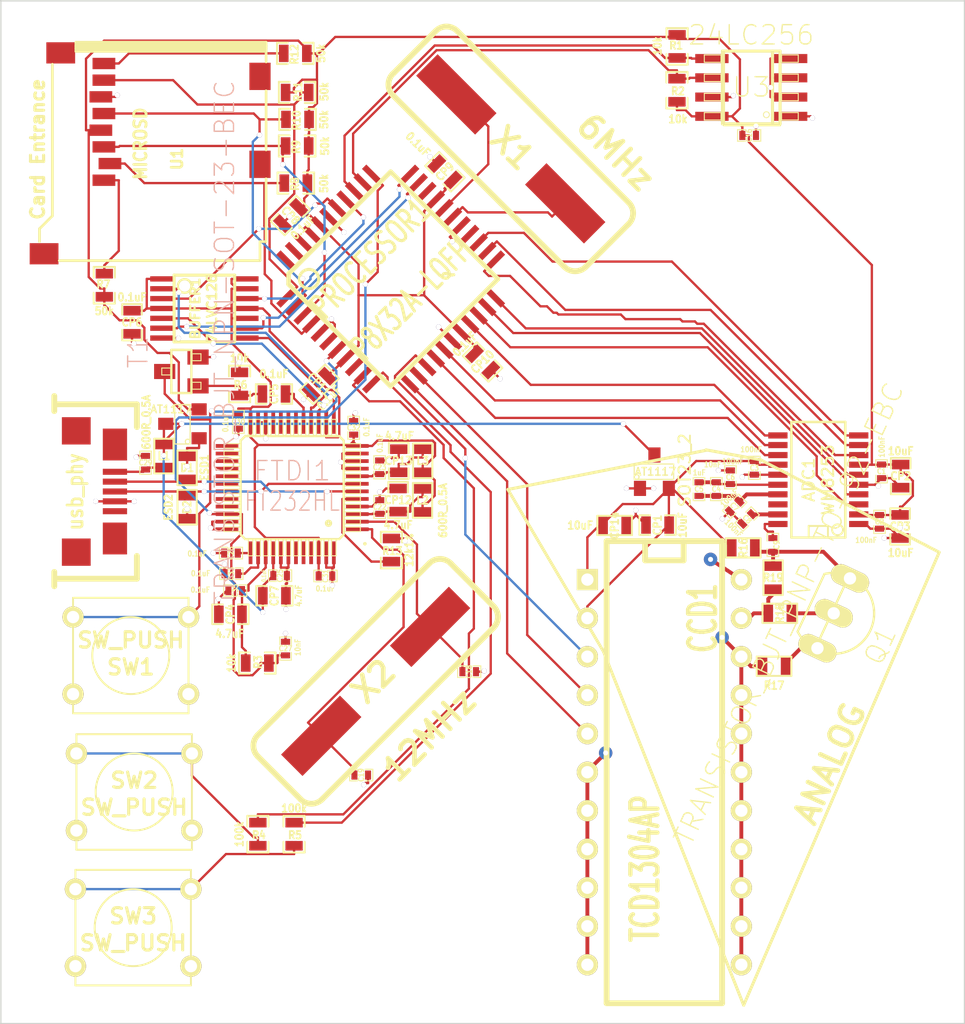
<source format=kicad_pcb>
(kicad_pcb (version 3) (host pcbnew "(2013-07-07 BZR 4022)-stable")
  (layers (15 F.CuSIG signal) (2 FInner2.CuGND power hide) (1 BInner1.CuPOW power) (0 B.CuSIG signal) (18 B.Paste user) (19 F.Paste user) (20 B.SilkS user) (21 F.SilkS user) (22 B.Mask user) (23 F.Mask user) (28 Edge.Cuts user))
  (net 0 "")
  (net 1 /ADC_INPUT)
  (net 2 /ADC_p16)
  (net 3 /ADC_p17)
  (net 4 /AVDD)
  (net 5 /CCD_MCLK)
  (net 6 /CTS)
  (net 7 /DM)
  (net 8 /DP)
  (net 9 /DTR)
  (net 10 /DVDD1)
  (net 11 /FTDI_CTS)
  (net 12 /FTDI_REF)
  (net 13 /FTDI_RTS)
  (net 14 /FTDI_RXD)
  (net 15 /FTDI_TXD)
  (net 16 /ICG)
  (net 17 /MCLK)
  (net 18 /OP_0)
  (net 19 /OP_1)
  (net 20 /OP_2)
  (net 21 /OP_3)
  (net 22 /OS/VOUT)
  (net 23 /OSCI2)
  (net 24 /OSCO2)
  (net 25 /PROP_RX)
  (net 26 /PROP_TX)
  (net 27 /RESN)
  (net 28 /RES_GATE)
  (net 29 /RTS)
  (net 30 /SCK)
  (net 31 /SCL)
  (net 32 /SDA)
  (net 33 /SDI)
  (net 34 /SEN)
  (net 35 /SH)
  (net 36 /SW2)
  (net 37 /SW3)
  (net 38 /USB_5V)
  (net 39 /USB_RESET)
  (net 40 /VBUS)
  (net 41 /VCC3.3V)
  (net 42 /VCORE)
  (net 43 /VPHY)
  (net 44 /VPLL)
  (net 45 /VSMP)
  (net 46 /X0_Prop)
  (net 47 /XI_Prop)
  (net 48 /uSD_CLK)
  (net 49 /uSD_CS)
  (net 50 /uSD_DI)
  (net 51 /uSD_DO)
  (net 52 /uSD_NC1)
  (net 53 /uSD_NC2)
  (net 54 AGND)
  (net 55 N-0000019)
  (net 56 N-0000021)
  (net 57 N-0000023)
  (net 58 N-0000024)
  (net 59 N-0000072)
  (net 60 N-0000075)
  (net 61 N-0000080)
  (module TSSOP14_0.65mmPitch_4.4mmWide_PW (layer F.CuSIG) (at 86.3854 101.778 270)
    (fp_text reference BUFFER1 (at 0 0.59944 270) (layer F.SilkS) (effects (font (size 0.6096 0.6096) (thickness 0.1524))))
    (fp_text value 74LVC126 (at 0 -0.50038 270) (layer F.SilkS) (effects (font (size 0.6096 0.6096) (thickness 0.1524))))
    (pad 8 smd rect (at 1.95072 -2.79908 270) (size 0.35052 1.5494) (layers F.CuSIG F.Paste F.Mask) (net 11 /FTDI_CTS))
    (pad 9 smd rect (at 1.30048 -2.79908 270) (size 0.35052 1.5494) (layers F.CuSIG F.Paste F.Mask) (net 6 /CTS))
    (pad 10 smd rect (at 0.65024 -2.79908 270) (size 0.35052 1.5494) (layers F.CuSIG F.Paste F.Mask) (net 41 /VCC3.3V))
    (pad 11 smd rect (at 0 -2.79908 270) (size 0.35052 1.5494) (layers F.CuSIG F.Paste F.Mask) (net 14 /FTDI_RXD))
    (pad 12 smd rect (at -0.65024 -2.79908 270) (size 0.35052 1.5494) (layers F.CuSIG F.Paste F.Mask) (net 26 /PROP_TX))
    (pad 13 smd rect (at -1.30048 -2.79908 270) (size 0.35052 1.5494) (layers F.CuSIG F.Paste F.Mask) (net 41 /VCC3.3V))
    (pad 14 smd rect (at -1.95072 -2.79908 270) (size 0.35052 1.5494) (layers F.CuSIG F.Paste F.Mask) (net 41 /VCC3.3V))
    (pad 1 smd rect (at -1.95072 2.79908 270) (size 0.35052 1.5494) (layers F.CuSIG F.Paste F.Mask) (net 41 /VCC3.3V))
    (pad 2 smd rect (at -1.30048 2.79908 270) (size 0.35052 1.5494) (layers F.CuSIG F.Paste F.Mask) (net 15 /FTDI_TXD))
    (pad 3 smd rect (at -0.65024 2.79908 270) (size 0.35052 1.5494) (layers F.CuSIG F.Paste F.Mask) (net 25 /PROP_RX))
    (pad 4 smd rect (at 0 2.79908 270) (size 0.35052 1.5494) (layers F.CuSIG F.Paste F.Mask) (net 41 /VCC3.3V))
    (pad 5 smd rect (at 0.65024 2.79908 270) (size 0.35052 1.5494) (layers F.CuSIG F.Paste F.Mask) (net 13 /FTDI_RTS))
    (pad 6 smd rect (at 1.30048 2.79908 270) (size 0.35052 1.5494) (layers F.CuSIG F.Paste F.Mask) (net 29 /RTS))
    (pad 7 smd rect (at 1.95072 2.79908 270) (size 0.35052 1.5494) (layers F.CuSIG F.Paste F.Mask) (net 54 AGND))
  )
  (module TQFP44 (layer F.CuSIG) (at 98.679 99.8347 45)
    (fp_text reference PROCESSOR1 (at 0 -1.905 45) (layer F.SilkS) (effects (font (size 1.524 1.016) (thickness 0.2032))))
    (fp_text value P8X32A-LQFP (at 0 1.905 45) (layer F.SilkS) (effects (font (size 1.524 0.95) (thickness 0.2032))))
    (pad 39 smd rect (at 0 -5.715 45) (size 0.4064 1.524) (layers F.CuSIG F.Paste F.Mask) (net 54 AGND))
    (pad 40 smd rect (at -0.8001 -5.715 45) (size 0.4064 1.524) (layers F.CuSIG F.Paste F.Mask) (net 10 /DVDD1))
    (pad 41 smd rect (at -1.6002 -5.715 45) (size 0.4064 1.524) (layers F.CuSIG F.Paste F.Mask))
    (pad 42 smd rect (at -2.4003 -5.715 45) (size 0.4064 1.524) (layers F.CuSIG F.Paste F.Mask))
    (pad 43 smd rect (at -3.2004 -5.715 45) (size 0.4064 1.524) (layers F.CuSIG F.Paste F.Mask))
    (pad 44 smd rect (at -4.0005 -5.715 45) (size 0.4064 1.524) (layers F.CuSIG F.Paste F.Mask))
    (pad 38 smd rect (at 0.8001 -5.715 45) (size 0.4064 1.524) (layers F.CuSIG F.Paste F.Mask) (net 25 /PROP_RX))
    (pad 37 smd rect (at 1.6002 -5.715 45) (size 0.4064 1.524) (layers F.CuSIG F.Paste F.Mask) (net 26 /PROP_TX))
    (pad 36 smd rect (at 2.4003 -5.715 45) (size 0.4064 1.524) (layers F.CuSIG F.Paste F.Mask) (net 32 /SDA))
    (pad 35 smd rect (at 3.2004 -5.715 45) (size 0.4064 1.524) (layers F.CuSIG F.Paste F.Mask) (net 31 /SCL))
    (pad 34 smd rect (at 4.0005 -5.715 45) (size 0.4064 1.524) (layers F.CuSIG F.Paste F.Mask) (net 39 /USB_RESET))
    (pad 17 smd rect (at 0 5.715 45) (size 0.4064 1.524) (layers F.CuSIG F.Paste F.Mask) (net 54 AGND))
    (pad 16 smd rect (at -0.8001 5.715 45) (size 0.4064 1.524) (layers F.CuSIG F.Paste F.Mask) (net 20 /OP_2))
    (pad 15 smd rect (at -1.6002 5.715 45) (size 0.4064 1.524) (layers F.CuSIG F.Paste F.Mask) (net 21 /OP_3))
    (pad 14 smd rect (at -2.4003 5.715 45) (size 0.4064 1.524) (layers F.CuSIG F.Paste F.Mask) (net 16 /ICG))
    (pad 13 smd rect (at -3.2004 5.715 45) (size 0.4064 1.524) (layers F.CuSIG F.Paste F.Mask) (net 5 /CCD_MCLK))
    (pad 12 smd rect (at -4.0005 5.715 45) (size 0.4064 1.524) (layers F.CuSIG F.Paste F.Mask) (net 35 /SH))
    (pad 18 smd rect (at 0.8001 5.715 45) (size 0.4064 1.524) (layers F.CuSIG F.Paste F.Mask) (net 10 /DVDD1))
    (pad 19 smd rect (at 1.6002 5.715 45) (size 0.4064 1.524) (layers F.CuSIG F.Paste F.Mask) (net 19 /OP_1))
    (pad 20 smd rect (at 2.4003 5.715 45) (size 0.4064 1.524) (layers F.CuSIG F.Paste F.Mask) (net 45 /VSMP))
    (pad 21 smd rect (at 3.2004 5.715 45) (size 0.4064 1.524) (layers F.CuSIG F.Paste F.Mask) (net 17 /MCLK))
    (pad 22 smd rect (at 4.0005 5.715 45) (size 0.4064 1.524) (layers F.CuSIG F.Paste F.Mask) (net 34 /SEN))
    (pad 6 smd rect (at -5.715 0 45) (size 1.524 0.4064) (layers F.CuSIG F.Paste F.Mask) (net 54 AGND))
    (pad 28 smd rect (at 5.715 0 45) (size 1.524 0.4064) (layers F.CuSIG F.Paste F.Mask) (net 47 /XI_Prop))
    (pad 7 smd rect (at -5.715 0.8001 45) (size 1.524 0.4064) (layers F.CuSIG F.Paste F.Mask) (net 27 /RESN))
    (pad 27 smd rect (at 5.715 0.8001 45) (size 1.524 0.4064) (layers F.CuSIG F.Paste F.Mask) (net 54 AGND))
    (pad 26 smd rect (at 5.715 1.6002 45) (size 1.524 0.4064) (layers F.CuSIG F.Paste F.Mask))
    (pad 8 smd rect (at -5.715 1.6002 45) (size 1.524 0.4064) (layers F.CuSIG F.Paste F.Mask) (net 10 /DVDD1))
    (pad 9 smd rect (at -5.715 2.4003 45) (size 1.524 0.4064) (layers F.CuSIG F.Paste F.Mask))
    (pad 25 smd rect (at 5.715 2.4003 45) (size 1.524 0.4064) (layers F.CuSIG F.Paste F.Mask) (net 18 /OP_0))
    (pad 24 smd rect (at 5.715 3.2004 45) (size 1.524 0.4064) (layers F.CuSIG F.Paste F.Mask) (net 30 /SCK))
    (pad 10 smd rect (at -5.715 3.2004 45) (size 1.524 0.4064) (layers F.CuSIG F.Paste F.Mask) (net 36 /SW2))
    (pad 11 smd rect (at -5.715 4.0005 45) (size 1.524 0.4064) (layers F.CuSIG F.Paste F.Mask) (net 37 /SW3))
    (pad 23 smd rect (at 5.715 4.0005 45) (size 1.524 0.4064) (layers F.CuSIG F.Paste F.Mask) (net 33 /SDI))
    (pad 29 smd rect (at 5.715 -0.8001 45) (size 1.524 0.4064) (layers F.CuSIG F.Paste F.Mask) (net 46 /X0_Prop))
    (pad 5 smd rect (at -5.715 -0.8001 45) (size 1.524 0.4064) (layers F.CuSIG F.Paste F.Mask) (net 54 AGND))
    (pad 4 smd rect (at -5.715 -1.6002 45) (size 1.524 0.4064) (layers F.CuSIG F.Paste F.Mask) (net 49 /uSD_CS))
    (pad 30 smd rect (at 5.715 -1.6002 45) (size 1.524 0.4064) (layers F.CuSIG F.Paste F.Mask) (net 10 /DVDD1))
    (pad 31 smd rect (at 5.715 -2.4003 45) (size 1.524 0.4064) (layers F.CuSIG F.Paste F.Mask))
    (pad 3 smd rect (at -5.715 -2.4003 45) (size 1.524 0.4064) (layers F.CuSIG F.Paste F.Mask) (net 50 /uSD_DI))
    (pad 2 smd rect (at -5.715 -3.2004 45) (size 1.524 0.4064) (layers F.CuSIG F.Paste F.Mask) (net 48 /uSD_CLK))
    (pad 32 smd rect (at 5.715 -3.2004 45) (size 1.524 0.4064) (layers F.CuSIG F.Paste F.Mask) (net 29 /RTS))
    (pad 33 smd rect (at 5.715 -4.0005 45) (size 1.524 0.4064) (layers F.CuSIG F.Paste F.Mask) (net 6 /CTS))
    (pad 1 smd rect (at -5.715 -4.0005 45) (size 1.524 0.4064) (layers F.CuSIG F.Paste F.Mask) (net 51 /uSD_DO))
  )
  (module SSOP20 (layer F.CuSIG) (at 126.898 113.072 90)
    (fp_text reference ADC1 (at 0 -0.635 90) (layer F.SilkS) (effects (font (size 0.762 0.762) (thickness 0.127))))
    (fp_text value WM8253 (at 0 0.635 90) (layer F.SilkS) (effects (font (size 0.762 0.762) (thickness 0.127))))
    (pad 1 smd rect (at -2.921 2.667 90) (size 0.4064 1.27) (layers F.CuSIG F.Paste F.Mask) (net 54 AGND))
    (pad 2 smd rect (at -2.286 2.667 90) (size 0.4064 1.27) (layers F.CuSIG F.Paste F.Mask) (net 10 /DVDD1))
    (pad 3 smd rect (at -1.6256 2.667 90) (size 0.4064 1.27) (layers F.CuSIG F.Paste F.Mask) (net 45 /VSMP))
    (pad 4 smd rect (at -0.9652 2.667 90) (size 0.4064 1.27) (layers F.CuSIG F.Paste F.Mask) (net 17 /MCLK))
    (pad 5 smd rect (at -0.3302 2.667 90) (size 0.4064 1.27) (layers F.CuSIG F.Paste F.Mask) (net 54 AGND))
    (pad 6 smd rect (at 0.3302 2.667 90) (size 0.4064 1.27) (layers F.CuSIG F.Paste F.Mask) (net 34 /SEN))
    (pad 7 smd rect (at 0.9906 2.667 90) (size 0.4064 1.27) (layers F.CuSIG F.Paste F.Mask) (net 10 /DVDD1))
    (pad 8 smd rect (at 1.6256 2.667 90) (size 0.4064 1.27) (layers F.CuSIG F.Paste F.Mask) (net 33 /SDI))
    (pad 9 smd rect (at 2.286 2.667 90) (size 0.4064 1.27) (layers F.CuSIG F.Paste F.Mask) (net 30 /SCK))
    (pad 10 smd rect (at 2.921 2.667 90) (size 0.4064 1.27) (layers F.CuSIG F.Paste F.Mask) (net 18 /OP_0))
    (pad 11 smd rect (at 2.921 -2.667 90) (size 0.4064 1.27) (layers F.CuSIG F.Paste F.Mask) (net 19 /OP_1))
    (pad 12 smd rect (at 2.286 -2.667 90) (size 0.4064 1.27) (layers F.CuSIG F.Paste F.Mask) (net 20 /OP_2))
    (pad 13 smd rect (at 1.6256 -2.667 90) (size 0.4064 1.27) (layers F.CuSIG F.Paste F.Mask) (net 21 /OP_3))
    (pad 14 smd rect (at 0.9906 -2.667 90) (size 0.4064 1.27) (layers F.CuSIG F.Paste F.Mask) (net 4 /AVDD))
    (pad 15 smd rect (at 0.3302 -2.667 90) (size 0.4064 1.27) (layers F.CuSIG F.Paste F.Mask) (net 54 AGND))
    (pad 16 smd rect (at -0.3302 -2.667 90) (size 0.4064 1.27) (layers F.CuSIG F.Paste F.Mask) (net 2 /ADC_p16))
    (pad 17 smd rect (at -0.9652 -2.667 90) (size 0.4064 1.27) (layers F.CuSIG F.Paste F.Mask) (net 3 /ADC_p17))
    (pad 18 smd rect (at -1.6256 -2.667 90) (size 0.4064 1.27) (layers F.CuSIG F.Paste F.Mask))
    (pad 19 smd rect (at -2.286 -2.667 90) (size 0.4064 1.27) (layers F.CuSIG F.Paste F.Mask) (net 61 N-0000080))
    (pad 20 smd rect (at -2.921 -2.667 90) (size 0.4064 1.27) (layers F.CuSIG F.Paste F.Mask) (net 1 /ADC_INPUT))
  )
  (module SOT23 (layer F.CuSIG) (at 84.9376 109.383 90)
    (fp_text reference SOT23_1 hide)
    (fp_text value AT1117 (at 0.96012 -0.74676 180) (layer F.SilkS) (effects (font (size 0.50038 0.50038) (thickness 0.09906))))
    (pad 3 smd rect (at 0 -1.09982 90) (size 0.8001 1.00076) (layers F.CuSIG F.Paste F.Mask) (net 40 /VBUS))
    (pad 2 smd rect (at 0.9525 1.09982 90) (size 0.8001 1.00076) (layers F.CuSIG F.Paste F.Mask) (net 10 /DVDD1))
    (pad 1 smd rect (at -0.9525 1.09982 90) (size 0.8001 1.00076) (layers F.CuSIG F.Paste F.Mask) (net 54 AGND))
  )
  (module SM0603_Resistor (layer F.CuSIG) (at 92.3036 136.449 270)
    (fp_text reference R5 (at 0.0635 -0.0635 360) (layer F.SilkS) (effects (font (size 0.50038 0.4572) (thickness 0.1143))))
    (fp_text value 100k (at -1.69926 0 360) (layer F.SilkS) (effects (font (size 0.508 0.4572) (thickness 0.1143))))
    (pad 1 smd rect (at -0.762 0 270) (size 0.635 1.143) (layers F.CuSIG F.Paste F.Mask) (net 37 /SW3))
    (pad 2 smd rect (at 0.762 0 270) (size 0.635 1.143) (layers F.CuSIG F.Paste F.Mask) (net 60 N-0000075))
  )
  (module SM0603_Resistor (layer F.CuSIG) (at 117.579 84.4931 90)
    (fp_text reference R1 (at 0.0635 -0.0635 180) (layer F.SilkS) (effects (font (size 0.50038 0.4572) (thickness 0.1143))))
    (fp_text value 10k (at 0.0254 -1.2954 90) (layer F.SilkS) (effects (font (size 0.508 0.4572) (thickness 0.1143))))
    (pad 1 smd rect (at -0.762 0 90) (size 0.635 1.143) (layers F.CuSIG F.Paste F.Mask) (net 32 /SDA))
    (pad 2 smd rect (at 0.762 0 90) (size 0.635 1.143) (layers F.CuSIG F.Paste F.Mask) (net 10 /DVDD1))
  )
  (module SM0603_Resistor (layer F.CuSIG) (at 89.8766 125.162)
    (fp_text reference R3 (at 0.0635 -0.0635 90) (layer F.SilkS) (effects (font (size 0.50038 0.4572) (thickness 0.1143))))
    (fp_text value 10k (at -1.69926 0 90) (layer F.SilkS) (effects (font (size 0.508 0.4572) (thickness 0.1143))))
    (pad 1 smd rect (at -0.762 0) (size 0.635 1.143) (layers F.CuSIG F.Paste F.Mask) (net 41 /VCC3.3V))
    (pad 2 smd rect (at 0.762 0) (size 0.635 1.143) (layers F.CuSIG F.Paste F.Mask) (net 39 /USB_RESET))
  )
  (module SM0603_Resistor (layer F.CuSIG) (at 117.569 87.3836 270)
    (fp_text reference R2 (at 0.0635 -0.0635 360) (layer F.SilkS) (effects (font (size 0.50038 0.4572) (thickness 0.1143))))
    (fp_text value 10k (at 1.905 -0.0635 360) (layer F.SilkS) (effects (font (size 0.508 0.4572) (thickness 0.1143))))
    (pad 1 smd rect (at -0.762 0 270) (size 0.635 1.143) (layers F.CuSIG F.Paste F.Mask) (net 31 /SCL))
    (pad 2 smd rect (at 0.762 0 270) (size 0.635 1.143) (layers F.CuSIG F.Paste F.Mask) (net 10 /DVDD1))
  )
  (module SM0603_Resistor (layer F.CuSIG) (at 88.707 106.756 270)
    (fp_text reference R6 (at 0.0635 -0.0635 360) (layer F.SilkS) (effects (font (size 0.50038 0.4572) (thickness 0.1143))))
    (fp_text value 10k (at -1.69926 0 360) (layer F.SilkS) (effects (font (size 0.508 0.4572) (thickness 0.1143))))
    (pad 1 smd rect (at -0.762 0 270) (size 0.635 1.143) (layers F.CuSIG F.Paste F.Mask) (net 54 AGND))
    (pad 2 smd rect (at 0.762 0 270) (size 0.635 1.143) (layers F.CuSIG F.Paste F.Mask) (net 28 /RES_GATE))
  )
  (module SM0603_Resistor (layer F.CuSIG) (at 89.916 136.449 270)
    (fp_text reference R4 (at 0.0635 -0.0635 360) (layer F.SilkS) (effects (font (size 0.50038 0.4572) (thickness 0.1143))))
    (fp_text value 100k (at 0 1.2192 270) (layer F.SilkS) (effects (font (size 0.508 0.4572) (thickness 0.1143))))
    (pad 1 smd rect (at -0.762 0 270) (size 0.635 1.143) (layers F.CuSIG F.Paste F.Mask) (net 36 /SW2))
    (pad 2 smd rect (at 0.762 0 270) (size 0.635 1.143) (layers F.CuSIG F.Paste F.Mask) (net 59 N-0000072))
  )
  (module SM0603_Resistor (layer F.CuSIG) (at 92.5322 89.3064 180)
    (fp_text reference R10 (at 0.0635 -0.0635 270) (layer F.SilkS) (effects (font (size 0.50038 0.4572) (thickness 0.1143))))
    (fp_text value 50k (at -1.7526 -0.01016 270) (layer F.SilkS) (effects (font (size 0.508 0.4572) (thickness 0.1143))))
    (pad 1 smd rect (at -0.762 0 180) (size 0.635 1.143) (layers F.CuSIG F.Paste F.Mask) (net 10 /DVDD1))
    (pad 2 smd rect (at 0.762 0 180) (size 0.635 1.143) (layers F.CuSIG F.Paste F.Mask) (net 48 /uSD_CLK))
  )
  (module SM0603_Resistor (layer F.CuSIG) (at 92.5068 87.5284)
    (fp_text reference R11 (at 0.0635 -0.0635 90) (layer F.SilkS) (effects (font (size 0.50038 0.4572) (thickness 0.1143))))
    (fp_text value 50k (at 1.78816 -0.0508 90) (layer F.SilkS) (effects (font (size 0.508 0.4572) (thickness 0.1143))))
    (pad 1 smd rect (at -0.762 0) (size 0.635 1.143) (layers F.CuSIG F.Paste F.Mask) (net 10 /DVDD1))
    (pad 2 smd rect (at 0.762 0) (size 0.635 1.143) (layers F.CuSIG F.Paste F.Mask) (net 51 /uSD_DO))
  )
  (module SM0603_Resistor (layer F.CuSIG) (at 92.3849 84.9528 180)
    (fp_text reference R12 (at 0.0635 -0.0635 270) (layer F.SilkS) (effects (font (size 0.50038 0.4572) (thickness 0.1143))))
    (fp_text value 50k (at -1.69926 0 270) (layer F.SilkS) (effects (font (size 0.508 0.4572) (thickness 0.1143))))
    (pad 1 smd rect (at -0.762 0 180) (size 0.635 1.143) (layers F.CuSIG F.Paste F.Mask) (net 10 /DVDD1))
    (pad 2 smd rect (at 0.762 0 180) (size 0.635 1.143) (layers F.CuSIG F.Paste F.Mask) (net 53 /uSD_NC2))
  )
  (module SM0603_Resistor (layer F.CuSIG) (at 92.5068 91.059 180)
    (fp_text reference R9 (at 0.0635 -0.0635 270) (layer F.SilkS) (effects (font (size 0.50038 0.4572) (thickness 0.1143))))
    (fp_text value 50k (at -1.83388 -0.00508 270) (layer F.SilkS) (effects (font (size 0.508 0.4572) (thickness 0.1143))))
    (pad 1 smd rect (at -0.762 0 180) (size 0.635 1.143) (layers F.CuSIG F.Paste F.Mask) (net 10 /DVDD1))
    (pad 2 smd rect (at 0.762 0 180) (size 0.635 1.143) (layers F.CuSIG F.Paste F.Mask) (net 50 /uSD_DI))
  )
  (module SM0603_Resistor (layer F.CuSIG) (at 92.4204 93.5076 180)
    (fp_text reference R8 (at 0.0635 -0.0635 270) (layer F.SilkS) (effects (font (size 0.50038 0.4572) (thickness 0.1143))))
    (fp_text value 50k (at -1.85928 -0.0254 270) (layer F.SilkS) (effects (font (size 0.508 0.4572) (thickness 0.1143))))
    (pad 1 smd rect (at -0.762 0 180) (size 0.635 1.143) (layers F.CuSIG F.Paste F.Mask) (net 10 /DVDD1))
    (pad 2 smd rect (at 0.762 0 180) (size 0.635 1.143) (layers F.CuSIG F.Paste F.Mask) (net 49 /uSD_CS))
  )
  (module SM0603_Resistor (layer F.CuSIG) (at 79.7814 100.244 90)
    (fp_text reference R7 (at 0.0635 -0.0635 180) (layer F.SilkS) (effects (font (size 0.50038 0.4572) (thickness 0.1143))))
    (fp_text value 50k (at -1.69926 0 180) (layer F.SilkS) (effects (font (size 0.508 0.4572) (thickness 0.1143))))
    (pad 1 smd rect (at -0.762 0 90) (size 0.635 1.143) (layers F.CuSIG F.Paste F.Mask) (net 10 /DVDD1))
    (pad 2 smd rect (at 0.762 0 90) (size 0.635 1.143) (layers F.CuSIG F.Paste F.Mask) (net 52 /uSD_NC1))
  )
  (module SM0603_Resistor (layer F.CuSIG) (at 98.7298 117.709 270)
    (fp_text reference R13 (at 0.0635 -0.0635 360) (layer F.SilkS) (effects (font (size 0.50038 0.4572) (thickness 0.1143))))
    (fp_text value 12k1% (at 0 -1.1684 270) (layer F.SilkS) (effects (font (size 0.508 0.4572) (thickness 0.1143))))
    (pad 1 smd rect (at -0.762 0 270) (size 0.635 1.143) (layers F.CuSIG F.Paste F.Mask) (net 54 AGND))
    (pad 2 smd rect (at 0.762 0 270) (size 0.635 1.143) (layers F.CuSIG F.Paste F.Mask) (net 12 /FTDI_REF))
  )
  (module SM0603_Capa (layer F.CuSIG) (at 81.6102 102.687 270)
    (fp_text reference CP6 (at 0 0 360) (layer F.SilkS) (effects (font (size 0.508 0.4572) (thickness 0.1143))))
    (fp_text value 0.1uF (at -1.651 0 360) (layer F.SilkS) (effects (font (size 0.508 0.4572) (thickness 0.1143))))
    (pad 1 smd rect (at -0.762 0 270) (size 0.635 1.143) (layers F.CuSIG F.Paste F.Mask) (net 41 /VCC3.3V))
    (pad 2 smd rect (at 0.762 0 270) (size 0.635 1.143) (layers F.CuSIG F.Paste F.Mask) (net 54 AGND))
  )
  (module SM0603_Capa (layer F.CuSIG) (at 104.745 105.303 315)
    (fp_text reference CP10 (at 0 0 405) (layer F.SilkS) (effects (font (size 0.508 0.4572) (thickness 0.1143))))
    (fp_text value 0.1uF (at -1.651 0 405) (layer F.SilkS) (effects (font (size 0.508 0.4572) (thickness 0.1143))))
    (pad 1 smd rect (at -0.762 0 315) (size 0.635 1.143) (layers F.CuSIG F.Paste F.Mask) (net 10 /DVDD1))
    (pad 2 smd rect (at 0.762 0 315) (size 0.635 1.143) (layers F.CuSIG F.Paste F.Mask) (net 54 AGND))
  )
  (module SM0603_Capa (layer F.CuSIG) (at 102.26 92.7608 135)
    (fp_text reference CP9 (at 0 0 225) (layer F.SilkS) (effects (font (size 0.508 0.4572) (thickness 0.1143))))
    (fp_text value 0.1uF (at 2.546801 0.017961 135) (layer F.SilkS) (effects (font (size 0.508 0.4572) (thickness 0.1143))))
    (pad 1 smd rect (at -0.762 0 135) (size 0.635 1.143) (layers F.CuSIG F.Paste F.Mask) (net 10 /DVDD1))
    (pad 2 smd rect (at 0.762 0 135) (size 0.635 1.143) (layers F.CuSIG F.Paste F.Mask) (net 54 AGND))
  )
  (module SM0603_Capa (layer F.CuSIG) (at 92.0699 95.6462 225)
    (fp_text reference CP8 (at 0 0 315) (layer F.SilkS) (effects (font (size 0.508 0.4572) (thickness 0.1143))))
    (fp_text value 0.1uF (at -0.0254 -1.13792 225) (layer F.SilkS) (effects (font (size 0.508 0.4572) (thickness 0.1143))))
    (pad 1 smd rect (at -0.762 0 225) (size 0.635 1.143) (layers F.CuSIG F.Paste F.Mask) (net 10 /DVDD1))
    (pad 2 smd rect (at 0.762 0 225) (size 0.635 1.143) (layers F.CuSIG F.Paste F.Mask) (net 54 AGND))
  )
  (module SM0603_Capa (layer F.CuSIG) (at 116.291 116.063 180)
    (fp_text reference CP1 (at 0 0 270) (layer F.SilkS) (effects (font (size 0.508 0.4572) (thickness 0.1143))))
    (fp_text value 10uF (at -1.651 0 270) (layer F.SilkS) (effects (font (size 0.508 0.4572) (thickness 0.1143))))
    (pad 1 smd rect (at -0.762 0 180) (size 0.635 1.143) (layers F.CuSIG F.Paste F.Mask) (net 4 /AVDD))
    (pad 2 smd rect (at 0.762 0 180) (size 0.635 1.143) (layers F.CuSIG F.Paste F.Mask) (net 54 AGND))
  )
  (module SM0603_Capa (layer F.CuSIG) (at 132.293 116.154 270)
    (fp_text reference CP3 (at 0 0 360) (layer F.SilkS) (effects (font (size 0.508 0.4572) (thickness 0.1143))))
    (fp_text value 10uF (at 1.74244 -0.03556 360) (layer F.SilkS) (effects (font (size 0.508 0.4572) (thickness 0.1143))))
    (pad 1 smd rect (at -0.762 0 270) (size 0.635 1.143) (layers F.CuSIG F.Paste F.Mask) (net 10 /DVDD1))
    (pad 2 smd rect (at 0.762 0 270) (size 0.635 1.143) (layers F.CuSIG F.Paste F.Mask) (net 54 AGND))
  )
  (module SM0603_Capa (layer F.CuSIG) (at 132.334 112.832 270)
    (fp_text reference CP2 (at 0 0 360) (layer F.SilkS) (effects (font (size 0.508 0.4572) (thickness 0.1143))))
    (fp_text value 10uF (at -1.651 0 360) (layer F.SilkS) (effects (font (size 0.508 0.4572) (thickness 0.1143))))
    (pad 1 smd rect (at -0.762 0 270) (size 0.635 1.143) (layers F.CuSIG F.Paste F.Mask) (net 10 /DVDD1))
    (pad 2 smd rect (at 0.762 0 270) (size 0.635 1.143) (layers F.CuSIG F.Paste F.Mask) (net 54 AGND))
  )
  (module SM0603_Capa (layer F.CuSIG) (at 90.9777 107.417 180)
    (fp_text reference CP5 (at 0 0 270) (layer F.SilkS) (effects (font (size 0.508 0.4572) (thickness 0.1143))))
    (fp_text value 0.1uF (at 0 1.3208 180) (layer F.SilkS) (effects (font (size 0.508 0.4572) (thickness 0.1143))))
    (pad 1 smd rect (at -0.762 0 180) (size 0.635 1.143) (layers F.CuSIG F.Paste F.Mask) (net 9 /DTR))
    (pad 2 smd rect (at 0.762 0 180) (size 0.635 1.143) (layers F.CuSIG F.Paste F.Mask) (net 28 /RES_GATE))
  )
  (module SM0603_Capa (layer F.CuSIG) (at 88.1024 121.945 180)
    (fp_text reference CP4 (at 0 0 270) (layer F.SilkS) (effects (font (size 0.508 0.4572) (thickness 0.1143))))
    (fp_text value 4.7uF (at 0.0408 -1.2864 180) (layer F.SilkS) (effects (font (size 0.508 0.4572) (thickness 0.1143))))
    (pad 1 smd rect (at -0.762 0 180) (size 0.635 1.143) (layers F.CuSIG F.Paste F.Mask) (net 41 /VCC3.3V))
    (pad 2 smd rect (at 0.762 0 180) (size 0.635 1.143) (layers F.CuSIG F.Paste F.Mask) (net 54 AGND))
  )
  (module SM0603_Capa (layer F.CuSIG) (at 99.1718 114.412 90)
    (fp_text reference CP12 (at 0 0 180) (layer F.SilkS) (effects (font (size 0.508 0.4572) (thickness 0.1143))))
    (fp_text value 4.7uF (at -1.651 0 180) (layer F.SilkS) (effects (font (size 0.508 0.4572) (thickness 0.1143))))
    (pad 1 smd rect (at -0.762 0 90) (size 0.635 1.143) (layers F.CuSIG F.Paste F.Mask) (net 43 /VPHY))
    (pad 2 smd rect (at 0.762 0 90) (size 0.635 1.143) (layers F.CuSIG F.Paste F.Mask) (net 54 AGND))
  )
  (module SM0603_Capa (layer F.CuSIG) (at 99.2086 111.82 90)
    (fp_text reference CP13 (at 0 0 180) (layer F.SilkS) (effects (font (size 0.508 0.4572) (thickness 0.1143))))
    (fp_text value 4.7uF (at 1.63449 0.04953 180) (layer F.SilkS) (effects (font (size 0.508 0.4572) (thickness 0.1143))))
    (pad 1 smd rect (at -0.762 0 90) (size 0.635 1.143) (layers F.CuSIG F.Paste F.Mask) (net 44 /VPLL))
    (pad 2 smd rect (at 0.762 0 90) (size 0.635 1.143) (layers F.CuSIG F.Paste F.Mask) (net 54 AGND))
  )
  (module SM0603_Capa (layer F.CuSIG) (at 91.0031 120.726)
    (fp_text reference CP7 (at 0 0 90) (layer F.SilkS) (effects (font (size 0.508 0.4572) (thickness 0.1143))))
    (fp_text value 4.7uF (at 1.6002 0 90) (layer F.SilkS) (effects (font (size 0.4 0.35) (thickness 0.0875))))
    (pad 1 smd rect (at -0.762 0) (size 0.635 1.143) (layers F.CuSIG F.Paste F.Mask) (net 40 /VBUS))
    (pad 2 smd rect (at 0.762 0) (size 0.635 1.143) (layers F.CuSIG F.Paste F.Mask) (net 54 AGND))
  )
  (module SM0603_Capa (layer F.CuSIG) (at 93.9546 106.782 225)
    (fp_text reference CP11 (at 0 0 315) (layer F.SilkS) (effects (font (size 0.508 0.4572) (thickness 0.1143))))
    (fp_text value 0.1uF (at 0.170625 -1.108164 225) (layer F.SilkS) (effects (font (size 0.508 0.4572) (thickness 0.1143))))
    (pad 1 smd rect (at -0.762 0 225) (size 0.635 1.143) (layers F.CuSIG F.Paste F.Mask) (net 10 /DVDD1))
    (pad 2 smd rect (at 0.762 0 225) (size 0.635 1.143) (layers F.CuSIG F.Paste F.Mask) (net 54 AGND))
  )
  (module SM0603 (layer F.CuSIG) (at 85.2475 114.884 90)
    (fp_text reference D2 (at 0 0 90) (layer F.SilkS) (effects (font (size 0.508 0.4572) (thickness 0.1143))))
    (fp_text value ESD2 (at -0.01 -1.23 90) (layer F.SilkS) (effects (font (size 0.508 0.4572) (thickness 0.1143))))
    (pad 1 smd rect (at -0.762 0 90) (size 0.635 1.143) (layers F.CuSIG F.Paste F.Mask) (net 54 AGND))
    (pad 2 smd rect (at 0.762 0 90) (size 0.635 1.143) (layers F.CuSIG F.Paste F.Mask) (net 8 /DP))
  )
  (module SM0603 (layer F.CuSIG) (at 85.2475 112.288 270)
    (fp_text reference D1 (at 0 0 360) (layer F.SilkS) (effects (font (size 0.508 0.4572) (thickness 0.1143))))
    (fp_text value ESD1 (at -0.01 -1.15 270) (layer F.SilkS) (effects (font (size 0.508 0.4572) (thickness 0.1143))))
    (pad 1 smd rect (at -0.762 0 270) (size 0.635 1.143) (layers F.CuSIG F.Paste F.Mask) (net 54 AGND))
    (pad 2 smd rect (at 0.762 0 270) (size 0.635 1.143) (layers F.CuSIG F.Paste F.Mask) (net 7 /DM))
  )
  (module SM0603 (layer F.CuSIG) (at 83.7133 111.511 90)
    (fp_text reference L1 (at 0 0 180) (layer F.SilkS) (effects (font (size 0.508 0.4572) (thickness 0.1143))))
    (fp_text value 600R_0.5A (at 2.2352 -1.15824 90) (layer F.SilkS) (effects (font (size 0.508 0.4572) (thickness 0.1143))))
    (pad 1 smd rect (at -0.762 0 90) (size 0.635 1.143) (layers F.CuSIG F.Paste F.Mask) (net 38 /USB_5V))
    (pad 2 smd rect (at 0.762 0 90) (size 0.635 1.143) (layers F.CuSIG F.Paste F.Mask) (net 40 /VBUS))
  )
  (module SM0603 (layer F.CuSIG) (at 100.782 114.432 270)
    (fp_text reference L2 (at 0 0 360) (layer F.SilkS) (effects (font (size 0.508 0.4572) (thickness 0.1143))))
    (fp_text value 600R_0.5A (at 0.67056 -1.3462 270) (layer F.SilkS) (effects (font (size 0.508 0.4572) (thickness 0.1143))))
    (pad 1 smd rect (at -0.762 0 270) (size 0.635 1.143) (layers F.CuSIG F.Paste F.Mask) (net 43 /VPHY))
    (pad 2 smd rect (at 0.762 0 270) (size 0.635 1.143) (layers F.CuSIG F.Paste F.Mask) (net 41 /VCC3.3V))
  )
  (module SM0603 (layer F.CuSIG) (at 100.792 111.821 270)
    (fp_text reference L3 (at 0 0 360) (layer F.SilkS) (effects (font (size 0.508 0.4572) (thickness 0.1143))))
    (fp_text value 600R_0.5A hide)
    (pad 1 smd rect (at -0.762 0 270) (size 0.635 1.143) (layers F.CuSIG F.Paste F.Mask) (net 44 /VPLL))
    (pad 2 smd rect (at 0.762 0 270) (size 0.635 1.143) (layers F.CuSIG F.Paste F.Mask) (net 41 /VCC3.3V))
  )
  (module Memory_Card_microSD_3M_290805 (layer F.CuSIG) (at 79.756 93.3196 90)
    (fp_text reference U1 (at 1.397 4.826 90) (layer F.SilkS) (effects (font (size 0.7112 0.7112) (thickness 0.1778))))
    (fp_text value MICROSD (at 2.413 2.413 90) (layer F.SilkS) (effects (font (size 0.8128 0.7112) (thickness 0.1778))))
    (fp_text user "Card Entrance" (at 2.0447 -4.3688 90) (layer F.SilkS) (effects (font (size 0.8636 0.8636) (thickness 0.2032))))
    (pad 7 smd rect (at 6.59892 0 90) (size 0.7493 1.50114) (layers F.CuSIG F.Paste F.Mask) (net 51 /uSD_DO))
    (pad 8 smd rect (at 7.69874 0 90) (size 0.7493 1.50114) (layers F.CuSIG F.Paste F.Mask) (net 53 /uSD_NC2))
    (pad 6 smd rect (at 5.4991 -0.20066 90) (size 0.7493 1.50114) (layers F.CuSIG F.Paste F.Mask) (net 54 AGND))
    (pad 5 smd rect (at 4.39928 0 90) (size 0.7493 1.50114) (layers F.CuSIG F.Paste F.Mask) (net 48 /uSD_CLK))
    (pad 1 smd rect (at 0 0 90) (size 0.7493 1.50114) (layers F.CuSIG F.Paste F.Mask) (net 52 /uSD_NC1))
    (pad 2 smd rect (at 1.09982 0.39878 90) (size 0.7493 1.50114) (layers F.CuSIG F.Paste F.Mask) (net 49 /uSD_CS))
    (pad 3 smd rect (at 2.19964 0 90) (size 0.7493 1.50114) (layers F.CuSIG F.Paste F.Mask) (net 50 /uSD_DI))
    (pad 4 smd rect (at 3.29946 -0.20066 90) (size 0.7493 1.50114) (layers F.CuSIG F.Paste F.Mask) (net 10 /DVDD1))
    (pad 9 smd rect (at 8.39978 -2.84988 90) (size 1.39954 1.89992) (layers F.CuSIG F.Paste F.Mask))
    (pad 9 smd rect (at -4.84886 -3.9497 90) (size 1.39954 1.89992) (layers F.CuSIG F.Paste F.Mask))
    (pad 9 smd rect (at 6.85038 10.2997 90) (size 1.80086 1.39954) (layers F.CuSIG F.Paste F.Mask))
    (pad 9 smd rect (at 1.04902 10.2997 90) (size 1.80086 1.39954) (layers F.CuSIG F.Paste F.Mask))
  )
  (module dp_devices-SOT-23 (layer F.CuSIG) (at 84.8665 105.933 90)
    (fp_text reference T1 (at 1.27 -2.8575 90) (layer B.SilkS) (effects (font (size 1.27 1.27) (thickness 0.0889))))
    (fp_text value TRANSISTOR_BJT_NPN-SOT-23-BEC (at 1.905 2.8575 90) (layer B.SilkS) (effects (font (size 1.27 1.27) (thickness 0.0889))))
    (pad 1 smd rect (at -0.94996 1.09982 90) (size 0.99822 1.39954) (layers F.CuSIG F.Paste F.Mask) (net 28 /RES_GATE))
    (pad 2 smd rect (at 0.94996 1.09982 90) (size 0.99822 1.39954) (layers F.CuSIG F.Paste F.Mask) (net 54 AGND))
    (pad 3 smd rect (at 0 -1.09982 90) (size 0.99822 1.39954) (layers F.CuSIG F.Paste F.Mask) (net 27 /RESN))
  )
  (module dp_devices-SOIC-8 (layer F.CuSIG) (at 122.474 87.2007 90)
    (fp_text reference U3 (at 0.02032 0.00762 180) (layer F.SilkS) (effects (font (size 1.27 1.27) (thickness 0.0889))))
    (fp_text value 24LC256 (at 3.4544 -0.00254 180) (layer F.SilkS) (effects (font (size 1.27 1.27) (thickness 0.0889))))
    (pad 1 smd rect (at -1.905 2.59842 90) (size 0.59944 2.19964) (layers F.CuSIG F.Paste F.Mask) (net 54 AGND))
    (pad 2 smd rect (at -0.635 2.59842 90) (size 0.59944 2.19964) (layers F.CuSIG F.Paste F.Mask) (net 54 AGND))
    (pad 3 smd rect (at 0.635 2.59842 90) (size 0.59944 2.19964) (layers F.CuSIG F.Paste F.Mask) (net 54 AGND))
    (pad 4 smd rect (at 1.905 2.59842 90) (size 0.59944 2.19964) (layers F.CuSIG F.Paste F.Mask) (net 54 AGND))
    (pad 5 smd rect (at 1.905 -2.59842 90) (size 0.59944 2.19964) (layers F.CuSIG F.Paste F.Mask) (net 32 /SDA))
    (pad 6 smd rect (at 0.635 -2.59842 90) (size 0.59944 2.19964) (layers F.CuSIG F.Paste F.Mask) (net 31 /SCL))
    (pad 7 smd rect (at -0.635 -2.59842 90) (size 0.59944 2.19964) (layers F.CuSIG F.Paste F.Mask) (net 54 AGND))
    (pad 8 smd rect (at -1.905 -2.59842 90) (size 0.59944 2.19964) (layers F.CuSIG F.Paste F.Mask) (net 10 /DVDD1))
  )
  (module dp_devices-LQFP48 (layer F.CuSIG) (at 92.1791 113.591 180)
    (fp_text reference FTDI1 (at 0 1.1 180) (layer B.SilkS) (effects (font (size 1.27 1.27) (thickness 0.0889))))
    (fp_text value FT232HL (at 0 -0.9 180) (layer B.SilkS) (effects (font (size 1.27 1) (thickness 0.0889))))
    (pad 1 smd rect (at -4.29768 -2.74828 180) (size 1.4986 0.24892) (layers F.CuSIG F.Paste F.Mask) (net 23 /OSCI2))
    (pad 2 smd rect (at -4.29768 -2.2479 180) (size 1.4986 0.24892) (layers F.CuSIG F.Paste F.Mask) (net 24 /OSCO2))
    (pad 3 smd rect (at -4.29768 -1.74752 180) (size 1.4986 0.24892) (layers F.CuSIG F.Paste F.Mask) (net 43 /VPHY))
    (pad 4 smd rect (at -4.29768 -1.24968 180) (size 1.4986 0.24892) (layers F.CuSIG F.Paste F.Mask) (net 54 AGND))
    (pad 5 smd rect (at -4.29768 -0.7493 180) (size 1.4986 0.24892) (layers F.CuSIG F.Paste F.Mask) (net 12 /FTDI_REF))
    (pad 6 smd rect (at -4.29768 -0.24892 180) (size 1.4986 0.24892) (layers F.CuSIG F.Paste F.Mask) (net 7 /DM))
    (pad 7 smd rect (at -4.29768 0.24892 180) (size 1.4986 0.24892) (layers F.CuSIG F.Paste F.Mask) (net 8 /DP))
    (pad 8 smd rect (at -4.29768 0.7493 180) (size 1.4986 0.24892) (layers F.CuSIG F.Paste F.Mask) (net 44 /VPLL))
    (pad 9 smd rect (at -4.29768 1.24968 180) (size 1.4986 0.24892) (layers F.CuSIG F.Paste F.Mask) (net 54 AGND))
    (pad 10 smd rect (at -4.29768 1.74752 180) (size 1.4986 0.24892) (layers F.CuSIG F.Paste F.Mask) (net 54 AGND))
    (pad 11 smd rect (at -4.29768 2.2479 180) (size 1.4986 0.24892) (layers F.CuSIG F.Paste F.Mask) (net 54 AGND))
    (pad 12 smd rect (at -4.29768 2.74828 180) (size 1.4986 0.24892) (layers F.CuSIG F.Paste F.Mask) (net 41 /VCC3.3V))
    (pad 13 smd rect (at -2.74828 4.29768 180) (size 0.24892 1.4986) (layers F.CuSIG F.Paste F.Mask) (net 15 /FTDI_TXD))
    (pad 14 smd rect (at -2.2479 4.29768 180) (size 0.24892 1.4986) (layers F.CuSIG F.Paste F.Mask) (net 14 /FTDI_RXD))
    (pad 15 smd rect (at -1.74752 4.29768 180) (size 0.24892 1.4986) (layers F.CuSIG F.Paste F.Mask) (net 13 /FTDI_RTS))
    (pad 16 smd rect (at -1.24968 4.29768 180) (size 0.24892 1.4986) (layers F.CuSIG F.Paste F.Mask) (net 11 /FTDI_CTS))
    (pad 17 smd rect (at -0.7493 4.29768 180) (size 0.24892 1.4986) (layers F.CuSIG F.Paste F.Mask) (net 9 /DTR))
    (pad 18 smd rect (at -0.24892 4.29768 180) (size 0.24892 1.4986) (layers F.CuSIG F.Paste F.Mask))
    (pad 19 smd rect (at 0.24892 4.29768 180) (size 0.24892 1.4986) (layers F.CuSIG F.Paste F.Mask))
    (pad 20 smd rect (at 0.7493 4.29768 180) (size 0.24892 1.4986) (layers F.CuSIG F.Paste F.Mask))
    (pad 21 smd rect (at 1.24968 4.29768 180) (size 0.24892 1.4986) (layers F.CuSIG F.Paste F.Mask))
    (pad 22 smd rect (at 1.74752 4.29768 180) (size 0.24892 1.4986) (layers F.CuSIG F.Paste F.Mask) (net 54 AGND))
    (pad 23 smd rect (at 2.2479 4.29768 180) (size 0.24892 1.4986) (layers F.CuSIG F.Paste F.Mask) (net 54 AGND))
    (pad 24 smd rect (at 2.74828 4.29768 180) (size 0.24892 1.4986) (layers F.CuSIG F.Paste F.Mask) (net 41 /VCC3.3V))
    (pad 25 smd rect (at 4.29768 2.74828 180) (size 1.4986 0.24892) (layers F.CuSIG F.Paste F.Mask))
    (pad 26 smd rect (at 4.29768 2.2479 180) (size 1.4986 0.24892) (layers F.CuSIG F.Paste F.Mask))
    (pad 27 smd rect (at 4.29768 1.74752 180) (size 1.4986 0.24892) (layers F.CuSIG F.Paste F.Mask))
    (pad 28 smd rect (at 4.29768 1.24968 180) (size 1.4986 0.24892) (layers F.CuSIG F.Paste F.Mask))
    (pad 29 smd rect (at 4.29768 0.7493 180) (size 1.4986 0.24892) (layers F.CuSIG F.Paste F.Mask))
    (pad 30 smd rect (at 4.29768 0.24892 180) (size 1.4986 0.24892) (layers F.CuSIG F.Paste F.Mask))
    (pad 31 smd rect (at 4.29768 -0.24892 180) (size 1.4986 0.24892) (layers F.CuSIG F.Paste F.Mask))
    (pad 32 smd rect (at 4.29768 -0.7493 180) (size 1.4986 0.24892) (layers F.CuSIG F.Paste F.Mask))
    (pad 33 smd rect (at 4.29768 -1.24968 180) (size 1.4986 0.24892) (layers F.CuSIG F.Paste F.Mask))
    (pad 34 smd rect (at 4.29768 -1.74752 180) (size 1.4986 0.24892) (layers F.CuSIG F.Paste F.Mask) (net 39 /USB_RESET))
    (pad 35 smd rect (at 4.29768 -2.2479 180) (size 1.4986 0.24892) (layers F.CuSIG F.Paste F.Mask) (net 54 AGND))
    (pad 36 smd rect (at 4.29768 -2.74828 180) (size 1.4986 0.24892) (layers F.CuSIG F.Paste F.Mask) (net 54 AGND))
    (pad 37 smd rect (at 2.74828 -4.29768 180) (size 0.24892 1.4986) (layers F.CuSIG F.Paste F.Mask) (net 58 N-0000024))
    (pad 38 smd rect (at 2.2479 -4.29768 180) (size 0.24892 1.4986) (layers F.CuSIG F.Paste F.Mask) (net 42 /VCORE))
    (pad 39 smd rect (at 1.74752 -4.29768 180) (size 0.24892 1.4986) (layers F.CuSIG F.Paste F.Mask) (net 41 /VCC3.3V))
    (pad 40 smd rect (at 1.24968 -4.29768 180) (size 0.24892 1.4986) (layers F.CuSIG F.Paste F.Mask) (net 40 /VBUS))
    (pad 41 smd rect (at 0.7493 -4.29768 180) (size 0.24892 1.4986) (layers F.CuSIG F.Paste F.Mask) (net 54 AGND))
    (pad 42 smd rect (at 0.24892 -4.29768 180) (size 0.24892 1.4986) (layers F.CuSIG F.Paste F.Mask) (net 54 AGND))
    (pad 43 smd rect (at -0.24892 -4.29768 180) (size 0.24892 1.4986) (layers F.CuSIG F.Paste F.Mask))
    (pad 44 smd rect (at -0.7493 -4.29768 180) (size 0.24892 1.4986) (layers F.CuSIG F.Paste F.Mask))
    (pad 45 smd rect (at -1.24968 -4.29768 180) (size 0.24892 1.4986) (layers F.CuSIG F.Paste F.Mask))
    (pad 46 smd rect (at -1.74752 -4.29768 180) (size 0.24892 1.4986) (layers F.CuSIG F.Paste F.Mask) (net 41 /VCC3.3V))
    (pad 47 smd rect (at -2.2479 -4.29768 180) (size 0.24892 1.4986) (layers F.CuSIG F.Paste F.Mask) (net 54 AGND))
    (pad 48 smd rect (at -2.74828 -4.29768 180) (size 0.24892 1.4986) (layers F.CuSIG F.Paste F.Mask) (net 54 AGND))
  )
  (module DIP-22__400 (layer F.CuSIG) (at 116.738 132.359 270)
    (fp_text reference CCD1 (at -10.16 -2.54 270) (layer F.SilkS) (effects (font (size 1.778 1.143) (thickness 0.3048))))
    (fp_text value TCD1304AP (at 6.35 1.27 270) (layer F.SilkS) (effects (font (size 1.778 1.143) (thickness 0.3048))))
    (pad 1 thru_hole rect (at -12.7 5.08 270) (size 1.397 1.397) (drill 0.8128) (layers *.Cu *.Mask F.SilkS) (net 4 /AVDD))
    (pad 2 thru_hole circle (at -10.16 5.08 270) (size 1.397 1.397) (drill 0.8128) (layers *.Cu *.Mask F.SilkS) (net 4 /AVDD))
    (pad 3 thru_hole circle (at -7.62 5.08 270) (size 1.397 1.397) (drill 0.8128) (layers *.Cu *.Mask F.SilkS) (net 16 /ICG))
    (pad 4 thru_hole circle (at -5.08 5.08 270) (size 1.397 1.397) (drill 0.8128) (layers *.Cu *.Mask F.SilkS) (net 5 /CCD_MCLK))
    (pad 5 thru_hole circle (at -2.54 5.08 270) (size 1.397 1.397) (drill 0.8128) (layers *.Cu *.Mask F.SilkS) (net 35 /SH))
    (pad 6 thru_hole circle (at 0 5.08 270) (size 1.397 1.397) (drill 0.8128) (layers *.Cu *.Mask F.SilkS) (net 54 AGND))
    (pad 7 thru_hole circle (at 2.54 5.08 270) (size 1.397 1.397) (drill 0.8128) (layers *.Cu *.Mask F.SilkS) (net 54 AGND))
    (pad 8 thru_hole circle (at 5.08 5.08 270) (size 1.397 1.397) (drill 0.8128) (layers *.Cu *.Mask F.SilkS) (net 54 AGND))
    (pad 9 thru_hole circle (at 7.62 5.08 270) (size 1.397 1.397) (drill 0.8128) (layers *.Cu *.Mask F.SilkS) (net 54 AGND))
    (pad 10 thru_hole circle (at 10.16 5.08 270) (size 1.397 1.397) (drill 0.8128) (layers *.Cu *.Mask F.SilkS) (net 54 AGND))
    (pad 11 thru_hole circle (at 12.7 5.08 270) (size 1.397 1.397) (drill 0.8128) (layers *.Cu *.Mask F.SilkS) (net 54 AGND))
    (pad 12 thru_hole circle (at 12.7 -5.08 270) (size 1.397 1.397) (drill 0.8128) (layers *.Cu *.Mask F.SilkS) (net 54 AGND))
    (pad 13 thru_hole circle (at 10.16 -5.08 270) (size 1.397 1.397) (drill 0.8128) (layers *.Cu *.Mask F.SilkS) (net 54 AGND))
    (pad 14 thru_hole circle (at 7.62 -5.08 270) (size 1.397 1.397) (drill 0.8128) (layers *.Cu *.Mask F.SilkS) (net 54 AGND))
    (pad 15 thru_hole circle (at 5.08 -5.08 270) (size 1.397 1.397) (drill 0.8128) (layers *.Cu *.Mask F.SilkS) (net 54 AGND))
    (pad 16 thru_hole circle (at 2.54 -5.08 270) (size 1.397 1.397) (drill 0.8128) (layers *.Cu *.Mask F.SilkS) (net 54 AGND))
    (pad 17 thru_hole circle (at 0 -5.08 270) (size 1.397 1.397) (drill 0.8128) (layers *.Cu *.Mask F.SilkS) (net 54 AGND))
    (pad 18 thru_hole circle (at -2.54 -5.08 270) (size 1.397 1.397) (drill 0.8128) (layers *.Cu *.Mask F.SilkS) (net 54 AGND))
    (pad 19 thru_hole circle (at -5.08 -5.08 270) (size 1.397 1.397) (drill 0.8128) (layers *.Cu *.Mask F.SilkS) (net 54 AGND))
    (pad 20 thru_hole circle (at -7.62 -5.08 270) (size 1.397 1.397) (drill 0.8128) (layers *.Cu *.Mask F.SilkS) (net 54 AGND))
    (pad 21 thru_hole circle (at -10.16 -5.08 270) (size 1.397 1.397) (drill 0.8128) (layers *.Cu *.Mask F.SilkS) (net 22 /OS/VOUT))
    (pad 22 thru_hole circle (at -12.7 -5.08 270) (size 1.397 1.397) (drill 0.8128) (layers *.Cu *.Mask F.SilkS) (net 54 AGND))
  )
  (module CRYSTAL-HC49-US (layer F.CuSIG) (at 106.604 91.252 315)
    (fp_text reference X1 (at 0.043105 -0.100579 315) (layer F.SilkS) (effects (font (size 1.524 1.524) (thickness 0.3048))))
    (fp_text value 6MHz (at 5.054088 -4.752352 315) (layer F.SilkS) (effects (font (size 1.524 1.524) (thickness 0.3048))))
    (pad 1 smd rect (at -5.08 0 315) (size 5.4991 1.99898) (layers F.CuSIG F.Paste F.Mask) (net 46 /X0_Prop))
    (pad 2 smd rect (at 5.08 0 315) (size 5.4991 1.99898) (layers F.CuSIG F.Paste F.Mask) (net 47 /XI_Prop))
  )
  (module CRYSTAL-HC49-US (layer F.CuSIG) (at 97.6884 126.368 45)
    (fp_text reference X2 (at -0.1016 -0.1016 45) (layer F.SilkS) (effects (font (size 1.524 1.524) (thickness 0.3048))))
    (fp_text value 12MHz (at 0 5.00126 45) (layer F.SilkS) (effects (font (size 1.524 1.524) (thickness 0.3048))))
    (pad 1 smd rect (at -5.08 0 45) (size 5.4991 1.99898) (layers F.CuSIG F.Paste F.Mask) (net 23 /OSCI2))
    (pad 2 smd rect (at 5.08 0 45) (size 5.4991 1.99898) (layers F.CuSIG F.Paste F.Mask) (net 24 /OSCO2))
  )
  (module SM0402_c (layer F.CuSIG) (at 120.167 113.69 90)
    (fp_text reference C4 (at 0 0 180) (layer F.SilkS) (effects (font (size 0.35052 0.3048) (thickness 0.07112))))
    (fp_text value 10nF (at 1.62052 -0.24384 180) (layer F.SilkS) (effects (font (size 0.35052 0.3048) (thickness 0.07112))))
    (pad 1 smd rect (at -0.44958 0 90) (size 0.39878 0.59944) (layers F.CuSIG F.Paste F.Mask) (net 3 /ADC_p17))
    (pad 2 smd rect (at 0.44958 0 90) (size 0.39878 0.59944) (layers F.CuSIG F.Paste F.Mask) (net 2 /ADC_p16))
  )
  (module SM0402_c (layer F.CuSIG) (at 131.069 112.517 270)
    (fp_text reference C1 (at 0 0 360) (layer F.SilkS) (effects (font (size 0.35052 0.3048) (thickness 0.07112))))
    (fp_text value 100nF (at -1.61544 -0.02032 270) (layer F.SilkS) (effects (font (size 0.35052 0.3048) (thickness 0.07112))))
    (pad 1 smd rect (at -0.44958 0 270) (size 0.39878 0.59944) (layers F.CuSIG F.Paste F.Mask) (net 10 /DVDD1))
    (pad 2 smd rect (at 0.44958 0 270) (size 0.39878 0.59944) (layers F.CuSIG F.Paste F.Mask) (net 54 AGND))
  )
  (module SM0402_c (layer F.CuSIG) (at 130.937 115.849 270)
    (fp_text reference C2 (at 0 0 360) (layer F.SilkS) (effects (font (size 0.35052 0.3048) (thickness 0.07112))))
    (fp_text value 100nF (at 1.20904 0.88392 360) (layer F.SilkS) (effects (font (size 0.35052 0.3048) (thickness 0.07112))))
    (pad 1 smd rect (at -0.44958 0 270) (size 0.39878 0.59944) (layers F.CuSIG F.Paste F.Mask) (net 10 /DVDD1))
    (pad 2 smd rect (at 0.44958 0 270) (size 0.39878 0.59944) (layers F.CuSIG F.Paste F.Mask) (net 54 AGND))
  )
  (module SM0402_c (layer F.CuSIG) (at 122.677 112.288 270)
    (fp_text reference C3 (at 0.01016 0 360) (layer F.SilkS) (effects (font (size 0.35052 0.3048) (thickness 0.07112))))
    (fp_text value 100nF (at -1.21412 0.20828 360) (layer F.SilkS) (effects (font (size 0.35052 0.3048) (thickness 0.07112))))
    (pad 1 smd rect (at -0.44958 0 270) (size 0.39878 0.59944) (layers F.CuSIG F.Paste F.Mask) (net 4 /AVDD))
    (pad 2 smd rect (at 0.44958 0 270) (size 0.39878 0.59944) (layers F.CuSIG F.Paste F.Mask) (net 54 AGND))
  )
  (module SM0402_c (layer F.CuSIG) (at 119.024 113.69 90)
    (fp_text reference C5 (at 0 0 180) (layer F.SilkS) (effects (font (size 0.35052 0.3048) (thickness 0.07112))))
    (fp_text value 1uF (at 1.08204 0.01524 180) (layer F.SilkS) (effects (font (size 0.35052 0.3048) (thickness 0.07112))))
    (pad 1 smd rect (at -0.44958 0 90) (size 0.39878 0.59944) (layers F.CuSIG F.Paste F.Mask) (net 3 /ADC_p17))
    (pad 2 smd rect (at 0.44958 0 90) (size 0.39878 0.59944) (layers F.CuSIG F.Paste F.Mask) (net 2 /ADC_p16))
  )
  (module SM0402_c (layer F.CuSIG) (at 121.097 112.908 270)
    (fp_text reference C6 (at 0 0 360) (layer F.SilkS) (effects (font (size 0.35052 0.3048) (thickness 0.07112))))
    (fp_text value 100nF (at -1.04648 -0.14732 360) (layer F.SilkS) (effects (font (size 0.35052 0.3048) (thickness 0.07112))))
    (pad 1 smd rect (at -0.44958 0 270) (size 0.39878 0.59944) (layers F.CuSIG F.Paste F.Mask) (net 54 AGND))
    (pad 2 smd rect (at 0.44958 0 270) (size 0.39878 0.59944) (layers F.CuSIG F.Paste F.Mask) (net 2 /ADC_p16))
  )
  (module SM0402_c (layer F.CuSIG) (at 121.374 114.833 225)
    (fp_text reference C7 (at 0.026941 -0.001796 315) (layer F.SilkS) (effects (font (size 0.35052 0.3048) (thickness 0.07112))))
    (fp_text value 100nF (at -0.131112 0.630414 225) (layer F.SilkS) (effects (font (size 0.35052 0.3048) (thickness 0.07112))))
    (pad 1 smd rect (at -0.44958 0 225) (size 0.39878 0.59944) (layers F.CuSIG F.Paste F.Mask) (net 3 /ADC_p17))
    (pad 2 smd rect (at 0.44958 0 225) (size 0.39878 0.59944) (layers F.CuSIG F.Paste F.Mask) (net 54 AGND))
  )
  (module SM0402_c (layer F.CuSIG) (at 122.199 115.659 225)
    (fp_text reference C8 (at 0.012572 -0.005388 315) (layer F.SilkS) (effects (font (size 0.35052 0.3048) (thickness 0.07112))))
    (fp_text value 100nF (at 1.06865 0.19577 315) (layer F.SilkS) (effects (font (size 0.35052 0.3048) (thickness 0.07112))))
    (pad 1 smd rect (at -0.44958 0 225) (size 0.39878 0.59944) (layers F.CuSIG F.Paste F.Mask) (net 61 N-0000080))
    (pad 2 smd rect (at 0.44958 0 225) (size 0.39878 0.59944) (layers F.CuSIG F.Paste F.Mask) (net 54 AGND))
  )
  (module SM0402_c (layer F.CuSIG) (at 82.5043 111.948 90)
    (fp_text reference C29 (at 0 0 180) (layer F.SilkS) (effects (font (size 0.35052 0.3048) (thickness 0.07112))))
    (fp_text value 10nF hide)
    (pad 1 smd rect (at -0.44958 0 90) (size 0.39878 0.59944) (layers F.CuSIG F.Paste F.Mask) (net 38 /USB_5V))
    (pad 2 smd rect (at 0.44958 0 90) (size 0.39878 0.59944) (layers F.CuSIG F.Paste F.Mask) (net 54 AGND))
  )
  (module SM0402_c (layer F.CuSIG) (at 103.861 125.73 180)
    (fp_text reference C18 (at 0 0 270) (layer F.SilkS) (effects (font (size 0.35052 0.3048) (thickness 0.07112))))
    (fp_text value 27pF hide)
    (pad 1 smd rect (at -0.44958 0 180) (size 0.39878 0.59944) (layers F.CuSIG F.Paste F.Mask) (net 54 AGND))
    (pad 2 smd rect (at 0.44958 0 180) (size 0.39878 0.59944) (layers F.CuSIG F.Paste F.Mask) (net 24 /OSCO2))
  )
  (module SM0402_c (layer F.CuSIG) (at 96.7359 132.55 180)
    (fp_text reference C19 (at 0 0 270) (layer F.SilkS) (effects (font (size 0.35052 0.3048) (thickness 0.07112))))
    (fp_text value 27pF hide)
    (pad 1 smd rect (at -0.44958 0 180) (size 0.39878 0.59944) (layers F.CuSIG F.Paste F.Mask) (net 54 AGND))
    (pad 2 smd rect (at 0.44958 0 180) (size 0.39878 0.59944) (layers F.CuSIG F.Paste F.Mask) (net 23 /OSCI2))
  )
  (module SM0402_c (layer F.CuSIG) (at 88.6295 109.254 270)
    (fp_text reference C30 (at 0 0 360) (layer F.SilkS) (effects (font (size 0.35052 0.3048) (thickness 0.07112))))
    (fp_text value 0.1uF (at 0.05 0.85 270) (layer F.SilkS) (effects (font (size 0.35052 0.3048) (thickness 0.07112))))
    (pad 1 smd rect (at -0.44958 0 270) (size 0.39878 0.59944) (layers F.CuSIG F.Paste F.Mask) (net 41 /VCC3.3V))
    (pad 2 smd rect (at 0.44958 0 270) (size 0.39878 0.59944) (layers F.CuSIG F.Paste F.Mask) (net 54 AGND))
  )
  (module SM0402_c (layer F.CuSIG) (at 94.3762 119.421)
    (fp_text reference C31 (at 0 0 90) (layer F.SilkS) (effects (font (size 0.35052 0.3048) (thickness 0.07112))))
    (fp_text value 0.1uF (at -0.01016 0.83312) (layer F.SilkS) (effects (font (size 0.35052 0.3048) (thickness 0.07112))))
    (pad 1 smd rect (at -0.44958 0) (size 0.39878 0.59944) (layers F.CuSIG F.Paste F.Mask) (net 41 /VCC3.3V))
    (pad 2 smd rect (at 0.44958 0) (size 0.39878 0.59944) (layers F.CuSIG F.Paste F.Mask) (net 54 AGND))
  )
  (module SM0402_c (layer F.CuSIG) (at 96.2368 109.648 90)
    (fp_text reference C32 (at 0 0 180) (layer F.SilkS) (effects (font (size 0.35052 0.3048) (thickness 0.07112))))
    (fp_text value 0.1uF (at 0.05 0.85 90) (layer F.SilkS) (effects (font (size 0.35052 0.3048) (thickness 0.07112))))
    (pad 1 smd rect (at -0.44958 0 90) (size 0.39878 0.59944) (layers F.CuSIG F.Paste F.Mask) (net 41 /VCC3.3V))
    (pad 2 smd rect (at 0.44958 0 90) (size 0.39878 0.59944) (layers F.CuSIG F.Paste F.Mask) (net 54 AGND))
  )
  (module SM0402_c (layer F.CuSIG) (at 88.1659 119.268 180)
    (fp_text reference C33 (at 0 0 270) (layer F.SilkS) (effects (font (size 0.35052 0.3048) (thickness 0.07112))))
    (fp_text value 0.1uF (at 2.02946 0.01524 180) (layer F.SilkS) (effects (font (size 0.35052 0.3048) (thickness 0.07112))))
    (pad 1 smd rect (at -0.44958 0 180) (size 0.39878 0.59944) (layers F.CuSIG F.Paste F.Mask) (net 42 /VCORE))
    (pad 2 smd rect (at 0.44958 0 180) (size 0.39878 0.59944) (layers F.CuSIG F.Paste F.Mask) (net 54 AGND))
  )
  (module SM0402_c (layer F.CuSIG) (at 88.4199 120.383 180)
    (fp_text reference C35 (at 0 0 270) (layer F.SilkS) (effects (font (size 0.35052 0.3048) (thickness 0.07112))))
    (fp_text value 0.1uF (at 2.30378 0.04826 180) (layer F.SilkS) (effects (font (size 0.35052 0.3048) (thickness 0.07112))))
    (pad 1 smd rect (at -0.44958 0 180) (size 0.39878 0.59944) (layers F.CuSIG F.Paste F.Mask) (net 41 /VCC3.3V))
    (pad 2 smd rect (at 0.44958 0 180) (size 0.39878 0.59944) (layers F.CuSIG F.Paste F.Mask) (net 54 AGND))
  )
  (module SM0402_c (layer F.CuSIG) (at 97.9513 112.251 90)
    (fp_text reference C23 (at 0 0 180) (layer F.SilkS) (effects (font (size 0.35052 0.3048) (thickness 0.07112))))
    (fp_text value 0.1uF (at 1.58877 0.01651 90) (layer F.SilkS) (effects (font (size 0.35052 0.3048) (thickness 0.07112))))
    (pad 1 smd rect (at -0.44958 0 90) (size 0.39878 0.59944) (layers F.CuSIG F.Paste F.Mask) (net 44 /VPLL))
    (pad 2 smd rect (at 0.44958 0 90) (size 0.39878 0.59944) (layers F.CuSIG F.Paste F.Mask) (net 54 AGND))
  )
  (module SM0402_c (layer F.CuSIG) (at 122.334 90.3656)
    (fp_text reference C16 (at 0 0 90) (layer F.SilkS) (effects (font (size 0.35052 0.3048) (thickness 0.07112))))
    (fp_text value 1uF hide)
    (pad 1 smd rect (at -0.44958 0) (size 0.39878 0.59944) (layers F.CuSIG F.Paste F.Mask) (net 10 /DVDD1))
    (pad 2 smd rect (at 0.44958 0) (size 0.39878 0.59944) (layers F.CuSIG F.Paste F.Mask) (net 54 AGND))
  )
  (module SM0402_c (layer F.CuSIG) (at 97.9576 114.869 90)
    (fp_text reference C22 (at 0 0 180) (layer F.SilkS) (effects (font (size 0.35052 0.3048) (thickness 0.07112))))
    (fp_text value 0.1uF hide)
    (pad 1 smd rect (at -0.44958 0 90) (size 0.39878 0.59944) (layers F.CuSIG F.Paste F.Mask) (net 43 /VPHY))
    (pad 2 smd rect (at 0.44958 0 90) (size 0.39878 0.59944) (layers F.CuSIG F.Paste F.Mask) (net 54 AGND))
  )
  (module SM0402_c (layer F.CuSIG) (at 91.7397 124.206 270)
    (fp_text reference C27 (at 0 0 360) (layer F.SilkS) (effects (font (size 0.35052 0.3048) (thickness 0.07112))))
    (fp_text value 10nF (at -0.0762 -0.8128 270) (layer F.SilkS) (effects (font (size 0.35052 0.3048) (thickness 0.07112))))
    (pad 1 smd rect (at -0.44958 0 270) (size 0.39878 0.59944) (layers F.CuSIG F.Paste F.Mask) (net 54 AGND))
    (pad 2 smd rect (at 0.44958 0 270) (size 0.39878 0.59944) (layers F.CuSIG F.Paste F.Mask) (net 39 /USB_RESET))
  )
  (module SM0402_c (layer F.CuSIG) (at 88.1405 117.909)
    (fp_text reference C26 (at 0 0 90) (layer F.SilkS) (effects (font (size 0.35052 0.3048) (thickness 0.07112))))
    (fp_text value 0.1uF (at -2.23266 0.04318) (layer F.SilkS) (effects (font (size 0.35052 0.3048) (thickness 0.07112))))
    (pad 1 smd rect (at -0.44958 0) (size 0.39878 0.59944) (layers F.CuSIG F.Paste F.Mask) (net 54 AGND))
    (pad 2 smd rect (at 0.44958 0) (size 0.39878 0.59944) (layers F.CuSIG F.Paste F.Mask) (net 58 N-0000024))
  )
  (module SM0402_c (layer F.CuSIG) (at 91.3841 119.395 180)
    (fp_text reference C25 (at 0 0 270) (layer F.SilkS) (effects (font (size 0.35052 0.3048) (thickness 0.07112))))
    (fp_text value 0.1uF (at 1.0668 0 270) (layer F.SilkS) (effects (font (size 0.28 0.2) (thickness 0.05))))
    (pad 1 smd rect (at -0.44958 0 180) (size 0.39878 0.59944) (layers F.CuSIG F.Paste F.Mask) (net 54 AGND))
    (pad 2 smd rect (at 0.44958 0 180) (size 0.39878 0.59944) (layers F.CuSIG F.Paste F.Mask) (net 40 /VBUS))
  )
  (module SOT23 (layer F.CuSIG) (at 116.083 112.542)
    (fp_text reference SOT23_2 (at 1.99898 -0.09906 90) (layer F.SilkS) (effects (font (size 0.762 0.762) (thickness 0.11938))))
    (fp_text value AT1117 (at 0.0635 0) (layer F.SilkS) (effects (font (size 0.50038 0.50038) (thickness 0.09906))))
    (pad 3 smd rect (at 0 -1.09982) (size 0.8001 1.00076) (layers F.CuSIG F.Paste F.Mask) (net 40 /VBUS))
    (pad 2 smd rect (at 0.9525 1.09982) (size 0.8001 1.00076) (layers F.CuSIG F.Paste F.Mask) (net 4 /AVDD))
    (pad 1 smd rect (at -0.9525 1.09982) (size 0.8001 1.00076) (layers F.CuSIG F.Paste F.Mask) (net 54 AGND))
  )
  (module SM0402_c (layer F.CuSIG) (at 123.898 117.372 270)
    (fp_text reference C9 (at 0 -0.25 270) (layer F.SilkS) (effects (font (size 0.35052 0.3048) (thickness 0.07112))))
    (fp_text value 200pF hide)
    (pad 1 smd rect (at -0.44958 0 270) (size 0.39878 0.59944) (layers F.CuSIG F.Paste F.Mask) (net 1 /ADC_INPUT))
    (pad 2 smd rect (at 0.44958 0 270) (size 0.39878 0.59944) (layers F.CuSIG F.Paste F.Mask) (net 55 N-0000019))
  )
  (module SM0603 (layer F.CuSIG) (at 124.358 121.882)
    (fp_text reference R18 (at 0 0 90) (layer F.SilkS) (effects (font (size 0.508 0.4572) (thickness 0.1143))))
    (fp_text value 150 hide)
    (pad 1 smd rect (at -0.762 0) (size 0.635 1.143) (layers F.CuSIG F.Paste F.Mask) (net 22 /OS/VOUT))
    (pad 2 smd rect (at 0.762 0) (size 0.635 1.143) (layers F.CuSIG F.Paste F.Mask) (net 56 N-0000021))
  )
  (module SM0603 (layer F.CuSIG) (at 121.945 117.564)
    (fp_text reference R16 (at 0 0 90) (layer F.SilkS) (effects (font (size 0.508 0.4572) (thickness 0.1143))))
    (fp_text value 2200 hide)
    (pad 1 smd rect (at -0.762 0) (size 0.635 1.143) (layers F.CuSIG F.Paste F.Mask) (net 4 /AVDD))
    (pad 2 smd rect (at 0.762 0) (size 0.635 1.143) (layers F.CuSIG F.Paste F.Mask) (net 55 N-0000019))
  )
  (module SM0603 (layer F.CuSIG) (at 123.977 125.374)
    (fp_text reference R17 (at 0 1.27) (layer F.SilkS) (effects (font (size 0.508 0.4572) (thickness 0.1143))))
    (fp_text value 150 hide)
    (pad 1 smd rect (at -0.762 0) (size 0.635 1.143) (layers F.CuSIG F.Paste F.Mask) (net 54 AGND))
    (pad 2 smd rect (at 0.762 0) (size 0.635 1.143) (layers F.CuSIG F.Paste F.Mask) (net 57 N-0000023))
  )
  (module SM0603 (layer F.CuSIG) (at 123.914 119.532 90)
    (fp_text reference R19 (at 0 0 180) (layer F.SilkS) (effects (font (size 0.508 0.4572) (thickness 0.1143))))
    (fp_text value 0 hide)
    (pad 1 smd rect (at -0.762 0 90) (size 0.635 1.143) (layers F.CuSIG F.Paste F.Mask) (net 22 /OS/VOUT))
    (pad 2 smd rect (at 0.762 0 90) (size 0.635 1.143) (layers F.CuSIG F.Paste F.Mask) (net 55 N-0000019))
  )
  (module dp_devices-TO-92 (layer F.CuSIG) (at 127.914 121.882 245)
    (fp_text reference Q1 (at 0.635 -3.683 245) (layer F.SilkS) (effects (font (size 1.27 1.27) (thickness 0.0889))))
    (fp_text value TRANSISTOR_BJT_PNP-TO-92-EBC (at 1.27 2.667 245) (layer F.SilkS) (effects (font (size 1.27 1.27) (thickness 0.0889))))
    (pad 1 thru_hole oval (at -2.54 0 245) (size 1.3208 2.6416) (drill 0.8128) (layers *.Cu F.Paste F.SilkS F.Mask) (net 55 N-0000019))
    (pad 2 thru_hole oval (at 0 0 245) (size 1.3208 2.6416) (drill 0.8128) (layers *.Cu F.Paste F.SilkS F.Mask) (net 56 N-0000021))
    (pad 3 thru_hole oval (at 2.54 0 245) (size 1.3208 2.6416) (drill 0.8128) (layers *.Cu F.Paste F.SilkS F.Mask) (net 57 N-0000023))
  )
  (module MICROUSB-B-ZX62-B-5PA (layer F.CuSIG) (at 77.9323 113.848 270)
    (fp_text reference USB_HOLES1 hide)
    (fp_text value usb_phy (at 0.02159 0.06985 270) (layer F.SilkS) (effects (font (size 1 0.85) (thickness 0.175))))
    (pad 3 smd rect (at 0 -2.55016 270) (size 0.39878 1.6002) (layers F.CuSIG F.Paste F.Mask) (net 8 /DP) (clearance 0.12446))
    (pad 1 smd rect (at -1.30048 -2.55016 270) (size 0.39878 1.6002) (layers F.CuSIG F.Paste F.Mask) (net 38 /USB_5V) (clearance 0.12446))
    (pad 2 smd rect (at -0.65024 -2.55016 270) (size 0.39878 1.6002) (layers F.CuSIG F.Paste F.Mask) (net 7 /DM) (clearance 0.12446))
    (pad 4 smd rect (at 0.65024 -2.55016 270) (size 0.39878 1.6002) (layers F.CuSIG F.Paste F.Mask) (net 54 AGND) (clearance 0.12446))
    (pad 5 smd rect (at 1.30048 -2.55016 270) (size 0.39878 1.6002) (layers F.CuSIG F.Paste F.Mask) (clearance 0.12446))
    (pad 5 smd rect (at -3.0988 -2.55016 270) (size 2.10058 1.6002) (layers F.CuSIG F.Paste F.Mask))
    (pad 5 smd rect (at 3.0988 -2.55016 270) (size 2.10058 1.6002) (layers F.CuSIG F.Paste F.Mask))
    (pad 5 smd rect (at -4.0005 0 270) (size 1.80086 1.89992) (layers F.CuSIG F.Paste F.Mask))
    (pad 5 smd rect (at 4.0005 0 270) (size 1.80086 1.89992) (layers F.CuSIG F.Paste F.Mask))
  )
  (module SW_PUSH_SMALL (layer F.CuSIG) (at 81.5289 124.668 180)
    (fp_text reference SW1 (at 0 -0.762 180) (layer F.SilkS) (effects (font (size 1.016 1.016) (thickness 0.2032))))
    (fp_text value SW_PUSH (at 0 1.016 180) (layer F.SilkS) (effects (font (size 1.016 1.016) (thickness 0.2032))))
    (pad 1 thru_hole circle (at 3.81 -2.54 180) (size 1.397 1.397) (drill 0.8128) (layers *.Cu *.Mask F.SilkS) (net 54 AGND))
    (pad 2 thru_hole circle (at 3.81 2.54 180) (size 1.397 1.397) (drill 0.8128) (layers *.Cu *.Mask F.SilkS) (net 27 /RESN))
    (pad 1 thru_hole circle (at -3.81 -2.54 180) (size 1.397 1.397) (drill 0.8128) (layers *.Cu *.Mask F.SilkS) (net 54 AGND))
    (pad 2 thru_hole circle (at -3.81 2.54 180) (size 1.397 1.397) (drill 0.8128) (layers *.Cu *.Mask F.SilkS) (net 27 /RESN))
  )
  (module SW_PUSH_SMALL (layer F.CuSIG) (at 81.7524 133.665)
    (fp_text reference SW2 (at 0 -0.762) (layer F.SilkS) (effects (font (size 1.016 1.016) (thickness 0.2032))))
    (fp_text value SW_PUSH (at 0 1.016) (layer F.SilkS) (effects (font (size 1.016 1.016) (thickness 0.2032))))
    (pad 1 thru_hole circle (at 3.81 -2.54) (size 1.397 1.397) (drill 0.8128) (layers *.Cu *.Mask F.SilkS) (net 59 N-0000072))
    (pad 2 thru_hole circle (at 3.81 2.54) (size 1.397 1.397) (drill 0.8128) (layers *.Cu *.Mask F.SilkS) (net 54 AGND))
    (pad 1 thru_hole circle (at -3.81 -2.54) (size 1.397 1.397) (drill 0.8128) (layers *.Cu *.Mask F.SilkS) (net 59 N-0000072))
    (pad 2 thru_hole circle (at -3.81 2.54) (size 1.397 1.397) (drill 0.8128) (layers *.Cu *.Mask F.SilkS) (net 54 AGND))
  )
  (module SW_PUSH_SMALL (layer F.CuSIG) (at 81.6864 142.611)
    (fp_text reference SW3 (at 0 -0.762) (layer F.SilkS) (effects (font (size 1.016 1.016) (thickness 0.2032))))
    (fp_text value SW_PUSH (at 0 1.016) (layer F.SilkS) (effects (font (size 1.016 1.016) (thickness 0.2032))))
    (pad 1 thru_hole circle (at 3.81 -2.54) (size 1.397 1.397) (drill 0.8128) (layers *.Cu *.Mask F.SilkS) (net 60 N-0000075))
    (pad 2 thru_hole circle (at 3.81 2.54) (size 1.397 1.397) (drill 0.8128) (layers *.Cu *.Mask F.SilkS) (net 54 AGND))
    (pad 1 thru_hole circle (at -3.81 -2.54) (size 1.397 1.397) (drill 0.8128) (layers *.Cu *.Mask F.SilkS) (net 60 N-0000075))
    (pad 2 thru_hole circle (at -3.81 2.54) (size 1.397 1.397) (drill 0.8128) (layers *.Cu *.Mask F.SilkS) (net 54 AGND))
  )
  (module SM0603_Capa (layer F.CuSIG) (at 113.457 116.088)
    (fp_text reference CP14 (at 0 0 90) (layer F.SilkS) (effects (font (size 0.508 0.4572) (thickness 0.1143))))
    (fp_text value 10uF (at -2.27584 -0.00508) (layer F.SilkS) (effects (font (size 0.508 0.4572) (thickness 0.1143))))
    (pad 1 smd rect (at -0.762 0) (size 0.635 1.143) (layers F.CuSIG F.Paste F.Mask) (net 4 /AVDD))
    (pad 2 smd rect (at 0.762 0) (size 0.635 1.143) (layers F.CuSIG F.Paste F.Mask) (net 54 AGND))
  )
  (gr_line (start 72.9488 148.9456) (end 136.5504 148.9456) (angle 90) (layer Edge.Cuts) (width 0.1))
  (gr_line (start 72.9488 81.4832) (end 72.9488 148.9456) (angle 90) (layer Edge.Cuts) (width 0.1))
  (gr_line (start 136.5504 81.4832) (end 72.9488 81.4832) (angle 90) (layer Edge.Cuts) (width 0.1))
  (gr_line (start 136.5504 148.9456) (end 136.5504 81.4832) (angle 90) (layer Edge.Cuts) (width 0.1))
  (gr_line (start 119.5197 111.125) (end 106.4133 113.7158) (angle 90) (layer F.SilkS) (width 0.2))
  (gr_text ANALOG (at 127.6604 131.7752 66) (layer F.SilkS) (effects (font (size 1.5 1.5) (thickness 0.3))))
  (gr_line (start 121.9708 147.7264) (end 112.7252 124.4092) (angle 90) (layer F.SilkS) (width 0.2))
  (gr_line (start 134.874 117.856) (end 121.9708 147.7264) (angle 90) (layer F.SilkS) (width 0.2))
  (gr_line (start 123.0884 111.76) (end 134.874 117.856) (angle 90) (layer F.SilkS) (width 0.2))
  (gr_line (start 119.4816 111.0996) (end 123.0884 111.76) (angle 90) (layer F.SilkS) (width 0.2))
  (gr_line (start 112.7252 124.4092) (end 106.41 113.7092) (angle 90) (layer F.SilkS) (width 0.2))
  (segment (start 123.5693 116.4941) (end 123.898 116.4941) (width 0.1524) (layer F.CuSIG) (net 1))
  (segment (start 123.3671 116.2919) (end 123.5693 116.4941) (width 0.1524) (layer F.CuSIG) (net 1))
  (segment (start 123.3671 115.993) (end 123.3671 116.2919) (width 0.1524) (layer F.CuSIG) (net 1))
  (segment (start 124.231 115.993) (end 123.3671 115.993) (width 0.1524) (layer F.CuSIG) (net 1))
  (segment (start 123.898 116.9224) (end 123.898 116.4941) (width 0.1524) (layer F.CuSIG) (net 1))
  (segment (start 120.284 113.358) (end 120.167 113.241) (width 0.1524) (layer F.CuSIG) (net 2))
  (segment (start 121.097 113.358) (end 120.284 113.358) (width 0.1524) (layer F.CuSIG) (net 2))
  (segment (start 121.097 113.358) (end 121.097 113.3576) (width 0.1524) (layer F.CuSIG) (net 2))
  (segment (start 119.024 113.241) (end 119.0246 113.241) (width 0.254) (layer F.CuSIG) (net 2))
  (segment (start 119.0246 113.241) (end 119.024 113.2404) (width 0.1524) (layer F.CuSIG) (net 2))
  (segment (start 119.0246 113.241) (end 120.1664 113.241) (width 0.254) (layer F.CuSIG) (net 2))
  (segment (start 120.1664 113.241) (end 120.167 113.241) (width 0.254) (layer F.CuSIG) (net 2))
  (segment (start 120.1664 113.241) (end 120.167 113.2404) (width 0.1524) (layer F.CuSIG) (net 2))
  (segment (start 124.231 113.403) (end 124.2302 113.403) (width 0.1524) (layer F.CuSIG) (net 2))
  (segment (start 121.142 113.403) (end 121.097 113.358) (width 0.1524) (layer F.CuSIG) (net 2))
  (segment (start 124.2302 113.403) (end 121.142 113.403) (width 0.1524) (layer F.CuSIG) (net 2))
  (segment (start 124.2302 113.403) (end 124.231 113.4022) (width 0.1524) (layer F.CuSIG) (net 2))
  (segment (start 121.5043 114.3275) (end 121.6919 114.5151) (width 0.1524) (layer F.CuSIG) (net 3))
  (segment (start 121.504 114.3275) (end 121.5043 114.3275) (width 0.1524) (layer F.CuSIG) (net 3))
  (segment (start 119.0244 114.14) (end 119.024 114.14) (width 0.254) (layer F.CuSIG) (net 3))
  (segment (start 119.0244 114.14) (end 119.024 114.1396) (width 0.1524) (layer F.CuSIG) (net 3))
  (segment (start 121.316 114.14) (end 120.1666 114.14) (width 0.254) (layer F.CuSIG) (net 3))
  (segment (start 121.504 114.3275) (end 121.316 114.14) (width 0.254) (layer F.CuSIG) (net 3))
  (segment (start 120.1666 114.14) (end 119.0244 114.14) (width 0.254) (layer F.CuSIG) (net 3))
  (segment (start 120.1666 114.14) (end 120.167 114.1396) (width 0.1524) (layer F.CuSIG) (net 3))
  (segment (start 124.231 114.038) (end 124.2302 114.038) (width 0.254) (layer F.CuSIG) (net 3))
  (segment (start 121.692 114.515) (end 121.504 114.3275) (width 0.254) (layer F.CuSIG) (net 3))
  (segment (start 122.17 114.038) (end 121.692 114.515) (width 0.254) (layer F.CuSIG) (net 3))
  (segment (start 124.2302 114.038) (end 122.17 114.038) (width 0.254) (layer F.CuSIG) (net 3))
  (segment (start 124.2302 114.038) (end 124.231 114.0372) (width 0.1524) (layer F.CuSIG) (net 3))
  (segment (start 117.0355 113.6425) (end 117.0355 113.6418) (width 0.1524) (layer F.CuSIG) (net 4))
  (segment (start 117.0355 113.6425) (end 117.036 113.642) (width 0.1524) (layer F.CuSIG) (net 4))
  (segment (start 117.262 113.642) (end 121.183 117.564) (width 0.1524) (layer F.CuSIG) (net 4))
  (segment (start 117.036 113.642) (end 117.262 113.642) (width 0.1524) (layer F.CuSIG) (net 4))
  (segment (start 112.695 116.088) (end 112.695 115.971) (width 0.1524) (layer F.CuSIG) (net 4))
  (segment (start 112.558 115.971) (end 112.695 115.971) (width 0.1524) (layer F.CuSIG) (net 4))
  (segment (start 111.658 116.87) (end 112.558 115.971) (width 0.1524) (layer F.CuSIG) (net 4))
  (segment (start 111.658 119.659) (end 111.658 116.87) (width 0.1524) (layer F.CuSIG) (net 4))
  (segment (start 116.002 114.676) (end 117.0355 113.6425) (width 0.1524) (layer F.CuSIG) (net 4))
  (segment (start 113.99 114.676) (end 116.002 114.676) (width 0.1524) (layer F.CuSIG) (net 4))
  (segment (start 112.695 115.971) (end 113.99 114.676) (width 0.1524) (layer F.CuSIG) (net 4))
  (segment (start 124.231 112.082) (end 124.2304 112.082) (width 0.1524) (layer F.CuSIG) (net 4))
  (segment (start 124.2304 112.082) (end 124.231 112.0814) (width 0.1524) (layer F.CuSIG) (net 4))
  (segment (start 118.839 111.839) (end 117.036 113.642) (width 0.1524) (layer F.CuSIG) (net 4))
  (segment (start 122.677 111.839) (end 118.839 111.839) (width 0.1524) (layer F.CuSIG) (net 4))
  (segment (start 122.92 112.082) (end 122.677 111.839) (width 0.1524) (layer F.CuSIG) (net 4))
  (segment (start 124.2304 112.082) (end 122.92 112.082) (width 0.1524) (layer F.CuSIG) (net 4))
  (segment (start 122.677 111.839) (end 122.677 111.8384) (width 0.1524) (layer F.CuSIG) (net 4))
  (segment (start 117.036 116.046) (end 117.036 116.045) (width 0.1524) (layer F.CuSIG) (net 4))
  (segment (start 117.053 116.063) (end 117.036 116.046) (width 0.1524) (layer F.CuSIG) (net 4))
  (segment (start 117.036 113.642) (end 117.036 116.045) (width 0.1524) (layer F.CuSIG) (net 4))
  (segment (start 111.658 121.422) (end 111.658 122.199) (width 0.1524) (layer F.CuSIG) (net 4))
  (segment (start 117.036 116.045) (end 111.658 121.422) (width 0.1524) (layer F.CuSIG) (net 4))
  (segment (start 107.6891 113.3708) (end 100.4571 106.1388) (width 0.1524) (layer F.CuSIG) (net 5))
  (segment (start 107.6891 123.3101) (end 107.6891 113.3708) (width 0.1524) (layer F.CuSIG) (net 5))
  (segment (start 111.658 127.279) (end 107.6891 123.3101) (width 0.1524) (layer F.CuSIG) (net 5))
  (via (at 99.2605 93.9235) (size 0.3304) (layers F.CuSIG B.CuSIG) (net 6))
  (via (at 90.2778 102.3889) (size 0.3304) (layers F.CuSIG B.CuSIG) (net 6))
  (segment (start 99.2605 93.7353) (end 99.2605 93.9235) (width 0.1524) (layer F.CuSIG) (net 6))
  (segment (start 99.1907 93.6654) (end 99.2605 93.7353) (width 0.1524) (layer F.CuSIG) (net 6))
  (segment (start 90.2778 102.9888) (end 90.1881 103.0785) (width 0.1524) (layer F.CuSIG) (net 6))
  (segment (start 90.2778 102.3889) (end 90.2778 102.9888) (width 0.1524) (layer F.CuSIG) (net 6))
  (segment (start 89.1845 103.0785) (end 90.1881 103.0785) (width 0.1524) (layer F.CuSIG) (net 6))
  (segment (start 99.8913 92.9648) (end 99.1907 93.6654) (width 0.1524) (layer F.CuSIG) (net 6))
  (segment (start 99.2605 94.4012) (end 99.2605 93.9235) (width 0.1524) (layer B.CuSIG) (net 6))
  (segment (start 91.2728 102.3889) (end 99.2605 94.4012) (width 0.1524) (layer B.CuSIG) (net 6))
  (segment (start 90.2778 102.3889) (end 91.2728 102.3889) (width 0.1524) (layer B.CuSIG) (net 6))
  (via (at 94.488 113.843) (size 0.3304) (layers F.CuSIG B.CuSIG) (net 7))
  (via (at 86.3752 113.198) (size 0.3304) (layers F.CuSIG B.CuSIG) (net 7))
  (segment (start 94.4905 113.84) (end 96.4768 113.84) (width 0.1524) (layer F.CuSIG) (net 7))
  (segment (start 94.488 113.843) (end 94.4905 113.84) (width 0.1524) (layer F.CuSIG) (net 7))
  (segment (start 90.7491 113.843) (end 94.488 113.843) (width 0.1524) (layer B.CuSIG) (net 7))
  (segment (start 90.104 113.198) (end 90.7491 113.843) (width 0.1524) (layer B.CuSIG) (net 7))
  (segment (start 86.3752 113.198) (end 90.104 113.198) (width 0.1524) (layer B.CuSIG) (net 7))
  (segment (start 85.0443 113.254) (end 85.2475 113.05) (width 0.1524) (layer F.CuSIG) (net 7))
  (segment (start 85.2475 113.05) (end 85.2475 113.198) (width 0.1524) (layer F.CuSIG) (net 7))
  (segment (start 85.2475 113.198) (end 86.3752 113.198) (width 0.1524) (layer F.CuSIG) (net 7))
  (segment (start 96.4768 113.8399) (end 96.4768 113.84) (width 0.1524) (layer F.CuSIG) (net 7))
  (segment (start 80.4825 113.1978) (end 80.4825 113.198) (width 0.1524) (layer F.CuSIG) (net 7))
  (segment (start 80.4824 113.198) (end 80.4825 113.198) (width 0.1524) (layer F.CuSIG) (net 7))
  (segment (start 80.4825 113.198) (end 85.2475 113.198) (width 0.1524) (layer F.CuSIG) (net 7))
  (via (at 90.1192 113.848) (size 0.3304) (layers F.CuSIG B.CuSIG) (net 8))
  (via (at 86.3752 113.848) (size 0.3304) (layers F.CuSIG B.CuSIG) (net 8))
  (segment (start 90.6247 113.342) (end 96.4768 113.342) (width 0.1524) (layer F.CuSIG) (net 8))
  (segment (start 90.1192 113.848) (end 90.6247 113.342) (width 0.1524) (layer F.CuSIG) (net 8))
  (segment (start 86.3752 113.848) (end 90.1192 113.848) (width 0.1524) (layer B.CuSIG) (net 8))
  (segment (start 85.0595 113.934) (end 85.2475 114.122) (width 0.1524) (layer F.CuSIG) (net 8))
  (segment (start 85.2475 114.122) (end 84.9732 113.848) (width 0.1524) (layer F.CuSIG) (net 8))
  (segment (start 84.9732 113.848) (end 86.3752 113.848) (width 0.1524) (layer F.CuSIG) (net 8))
  (segment (start 80.4824 113.848) (end 80.4825 113.848) (width 0.1524) (layer F.CuSIG) (net 8))
  (segment (start 80.4825 113.848) (end 84.9732 113.848) (width 0.1524) (layer F.CuSIG) (net 8))
  (segment (start 96.4768 113.3421) (end 96.4768 113.342) (width 0.1524) (layer F.CuSIG) (net 8))
  (segment (start 92.9284 109.2933) (end 92.9284 108.3151) (width 0.1524) (layer F.CuSIG) (net 9))
  (segment (start 91.7397 107.417) (end 92.2861 107.417) (width 0.1524) (layer F.CuSIG) (net 9))
  (segment (start 92.9139 108.3151) (end 92.9284 108.3151) (width 0.1524) (layer F.CuSIG) (net 9))
  (segment (start 92.2861 107.6873) (end 92.9139 108.3151) (width 0.1524) (layer F.CuSIG) (net 9))
  (segment (start 92.2861 107.417) (end 92.2861 107.6873) (width 0.1524) (layer F.CuSIG) (net 9))
  (segment (start 103.2859 103.3101) (end 103.286 103.31) (width 0.1524) (layer F.CuSIG) (net 10))
  (segment (start 118.1332 88.692) (end 118.5469 89.1057) (width 0.1524) (layer F.CuSIG) (net 10))
  (segment (start 117.569 88.692) (end 118.1332 88.692) (width 0.1524) (layer F.CuSIG) (net 10))
  (segment (start 119.8756 89.1057) (end 118.5469 89.1057) (width 0.1524) (layer F.CuSIG) (net 10))
  (segment (start 130.937 115.3994) (end 130.937 115.4) (width 0.1524) (layer F.CuSIG) (net 10))
  (segment (start 129.607 115.4) (end 129.565 115.358) (width 0.1524) (layer F.CuSIG) (net 10))
  (segment (start 130.937 115.4) (end 129.607 115.4) (width 0.1524) (layer F.CuSIG) (net 10))
  (segment (start 104.206 104.226) (end 104.206 104.4955) (width 0.1524) (layer F.CuSIG) (net 10))
  (segment (start 103.29 103.31) (end 104.206 104.226) (width 0.1524) (layer F.CuSIG) (net 10))
  (segment (start 103.286 103.31) (end 103.29 103.31) (width 0.1524) (layer F.CuSIG) (net 10))
  (segment (start 104.206 104.4955) (end 104.206 104.765) (width 0.1524) (layer F.CuSIG) (net 10))
  (segment (start 104.2062 104.4957) (end 104.2062 104.7642) (width 0.1524) (layer F.CuSIG) (net 10))
  (segment (start 104.206 104.4955) (end 104.2062 104.4957) (width 0.1524) (layer F.CuSIG) (net 10))
  (segment (start 93.2688 92.6208) (end 93.1824 92.7072) (width 0.1524) (layer F.CuSIG) (net 10))
  (segment (start 93.2688 91.059) (end 93.2688 92.6208) (width 0.1524) (layer F.CuSIG) (net 10))
  (segment (start 93.1824 93.5076) (end 93.1824 92.7072) (width 0.1524) (layer F.CuSIG) (net 10))
  (segment (start 129.565 112.082) (end 129.5656 112.082) (width 0.1524) (layer F.CuSIG) (net 10))
  (segment (start 129.5656 112.082) (end 129.565 112.0814) (width 0.1524) (layer F.CuSIG) (net 10))
  (segment (start 132.286 115.4) (end 130.937 115.4) (width 0.1524) (layer F.CuSIG) (net 10))
  (segment (start 132.293 115.392) (end 132.286 115.4) (width 0.1524) (layer F.CuSIG) (net 10))
  (segment (start 92.6087 95.1074) (end 93.1747 95.6733) (width 0.1524) (layer F.CuSIG) (net 10))
  (segment (start 93.1824 93.5076) (end 93.1824 94.308) (width 0.1524) (layer F.CuSIG) (net 10))
  (segment (start 95.7694 105.0073) (end 95.0686 105.7081) (width 0.1524) (layer F.CuSIG) (net 10))
  (segment (start 94.0721 96.3593) (end 94.7728 97.06) (width 0.1524) (layer F.CuSIG) (net 10))
  (segment (start 93.3714 95.6587) (end 93.3715 95.6586) (width 0.1524) (layer F.CuSIG) (net 10))
  (segment (start 93.1893 95.6587) (end 93.3714 95.6587) (width 0.1524) (layer F.CuSIG) (net 10))
  (segment (start 93.1893 95.5676) (end 93.1893 95.6587) (width 0.1524) (layer F.CuSIG) (net 10))
  (segment (start 92.9744 95.3527) (end 93.1893 95.5676) (width 0.1524) (layer F.CuSIG) (net 10))
  (segment (start 92.9744 94.516) (end 92.9744 95.3527) (width 0.1524) (layer F.CuSIG) (net 10))
  (segment (start 93.1824 94.308) (end 92.9744 94.516) (width 0.1524) (layer F.CuSIG) (net 10))
  (segment (start 93.1893 95.6587) (end 93.1747 95.6733) (width 0.1524) (layer F.CuSIG) (net 10))
  (segment (start 94.0721 96.3593) (end 93.3715 95.6586) (width 0.1524) (layer F.CuSIG) (net 10))
  (segment (start 131.0716 112.07) (end 131.069 112.0674) (width 0.1524) (layer F.CuSIG) (net 10))
  (segment (start 129.5656 112.082) (end 130.429 112.082) (width 0.1524) (layer F.CuSIG) (net 10))
  (segment (start 131.067 112.07) (end 131.0716 112.07) (width 0.1524) (layer F.CuSIG) (net 10))
  (segment (start 131.055 112.082) (end 131.067 112.07) (width 0.1524) (layer F.CuSIG) (net 10))
  (segment (start 130.429 112.082) (end 131.055 112.082) (width 0.1524) (layer F.CuSIG) (net 10))
  (segment (start 131.0716 112.07) (end 132.334 112.07) (width 0.1524) (layer F.CuSIG) (net 10))
  (segment (start 132.4296 114.8456) (end 132.293 114.8456) (width 0.1524) (layer F.CuSIG) (net 10))
  (segment (start 133.1345 114.1407) (end 132.4296 114.8456) (width 0.1524) (layer F.CuSIG) (net 10))
  (segment (start 133.1345 113.1437) (end 133.1345 114.1407) (width 0.1524) (layer F.CuSIG) (net 10))
  (segment (start 132.6072 112.6164) (end 133.1345 113.1437) (width 0.1524) (layer F.CuSIG) (net 10))
  (segment (start 132.334 112.6164) (end 132.6072 112.6164) (width 0.1524) (layer F.CuSIG) (net 10))
  (segment (start 132.334 112.07) (end 132.334 112.6164) (width 0.1524) (layer F.CuSIG) (net 10))
  (segment (start 132.293 115.392) (end 132.293 114.8456) (width 0.1524) (layer F.CuSIG) (net 10))
  (segment (start 119.8756 89.1057) (end 121.2043 89.1057) (width 0.1524) (layer F.CuSIG) (net 10))
  (segment (start 130.429 98.9102) (end 130.429 112.082) (width 0.1524) (layer F.CuSIG) (net 10))
  (segment (start 122.3127 90.7939) (end 130.429 98.9102) (width 0.1524) (layer F.CuSIG) (net 10))
  (segment (start 122.3127 90.3656) (end 122.3127 90.7939) (width 0.1524) (layer F.CuSIG) (net 10))
  (segment (start 121.8844 90.3656) (end 122.3127 90.3656) (width 0.1524) (layer F.CuSIG) (net 10))
  (segment (start 94.9198 105.8569) (end 95.0686 105.7081) (width 0.1524) (layer F.CuSIG) (net 10))
  (segment (start 94.8798 105.8569) (end 94.9198 105.8569) (width 0.1524) (layer F.CuSIG) (net 10))
  (segment (start 94.8798 105.8568) (end 94.8798 105.8569) (width 0.1524) (layer F.CuSIG) (net 10))
  (segment (start 102.2894 93.9221) (end 102.2894 93.9613) (width 0.1524) (layer F.CuSIG) (net 10))
  (segment (start 102.2329 93.8655) (end 102.2894 93.9221) (width 0.1524) (layer F.CuSIG) (net 10))
  (segment (start 101.5886 94.6621) (end 102.2894 93.9613) (width 0.1524) (layer F.CuSIG) (net 10))
  (segment (start 102.7988 93.2996) (end 102.2329 93.8655) (width 0.1524) (layer F.CuSIG) (net 10))
  (segment (start 101.5886 94.6621) (end 100.888 95.3627) (width 0.1524) (layer F.CuSIG) (net 10))
  (segment (start 94.4934 106.2432) (end 94.8798 105.8568) (width 0.1524) (layer F.CuSIG) (net 10))
  (segment (start 121.8844 89.7858) (end 121.2043 89.1057) (width 0.1524) (layer F.CuSIG) (net 10))
  (segment (start 121.8844 90.3656) (end 121.8844 89.7858) (width 0.1524) (layer F.CuSIG) (net 10))
  (segment (start 121.722 88.588) (end 121.2043 89.1057) (width 0.1524) (layer F.CuSIG) (net 10))
  (segment (start 121.722 85.348) (end 121.722 88.588) (width 0.1524) (layer F.CuSIG) (net 10))
  (segment (start 120.3783 84.0043) (end 121.722 85.348) (width 0.1524) (layer F.CuSIG) (net 10))
  (segment (start 117.579 84.0043) (end 120.3783 84.0043) (width 0.1524) (layer F.CuSIG) (net 10))
  (segment (start 117.569 88.1456) (end 117.569 88.692) (width 0.1524) (layer F.CuSIG) (net 10))
  (segment (start 93.2942 90.2332) (end 93.2688 90.2586) (width 0.1524) (layer F.CuSIG) (net 10))
  (segment (start 93.2942 89.3064) (end 93.2942 90.2332) (width 0.1524) (layer F.CuSIG) (net 10))
  (segment (start 93.2942 89.3064) (end 93.2942 88.506) (width 0.1524) (layer F.CuSIG) (net 10))
  (segment (start 117.579 83.7311) (end 117.579 83.8677) (width 0.1524) (layer F.CuSIG) (net 10))
  (segment (start 117.579 83.8677) (end 117.579 84.0043) (width 0.1524) (layer F.CuSIG) (net 10))
  (segment (start 93.8153 85.0748) (end 93.6933 84.9528) (width 0.1524) (layer F.CuSIG) (net 10))
  (segment (start 96.5598 104.2169) (end 95.7694 105.0073) (width 0.1524) (layer F.CuSIG) (net 10))
  (segment (start 96.5599 104.2169) (end 96.5598 104.2169) (width 0.1524) (layer F.CuSIG) (net 10))
  (segment (start 96.5599 100.9042) (end 96.5599 104.2169) (width 0.1524) (layer F.CuSIG) (net 10))
  (segment (start 96.5599 100.9042) (end 100.888 100.9042) (width 0.1524) (layer F.CuSIG) (net 10))
  (segment (start 100.888 100.912) (end 100.888 100.9042) (width 0.1524) (layer F.CuSIG) (net 10))
  (segment (start 103.286 103.31) (end 100.888 100.912) (width 0.1524) (layer F.CuSIG) (net 10))
  (segment (start 100.888 95.3628) (end 100.888 95.3627) (width 0.1524) (layer F.CuSIG) (net 10))
  (segment (start 100.888 100.9042) (end 100.888 95.3628) (width 0.1524) (layer F.CuSIG) (net 10))
  (segment (start 96.5599 98.8471) (end 96.5599 100.9042) (width 0.1524) (layer F.CuSIG) (net 10))
  (segment (start 94.7728 97.06) (end 96.5599 98.8471) (width 0.1524) (layer F.CuSIG) (net 10))
  (segment (start 84.6955 107.8179) (end 85.3081 108.4305) (width 0.1524) (layer F.CuSIG) (net 10))
  (segment (start 84.6955 105.3246) (end 84.6955 107.8179) (width 0.1524) (layer F.CuSIG) (net 10))
  (segment (start 84.0824 104.7115) (end 84.6955 105.3246) (width 0.1524) (layer F.CuSIG) (net 10))
  (segment (start 83.294 104.7115) (end 84.0824 104.7115) (width 0.1524) (layer F.CuSIG) (net 10))
  (segment (start 82.4254 103.8429) (end 83.294 104.7115) (width 0.1524) (layer F.CuSIG) (net 10))
  (segment (start 82.4254 103.0485) (end 82.4254 103.8429) (width 0.1524) (layer F.CuSIG) (net 10))
  (segment (start 81.9344 102.5575) (end 82.4254 103.0485) (width 0.1524) (layer F.CuSIG) (net 10))
  (segment (start 80.7865 102.5575) (end 81.9344 102.5575) (width 0.1524) (layer F.CuSIG) (net 10))
  (segment (start 79.7814 101.5524) (end 80.7865 102.5575) (width 0.1524) (layer F.CuSIG) (net 10))
  (segment (start 79.7814 101.006) (end 79.7814 101.5524) (width 0.1524) (layer F.CuSIG) (net 10))
  (segment (start 86.0374 108.4305) (end 85.3081 108.4305) (width 0.1524) (layer F.CuSIG) (net 10))
  (segment (start 91.7448 87.5284) (end 92.2912 87.5284) (width 0.1524) (layer F.CuSIG) (net 10))
  (segment (start 92.2912 87.2419) (end 92.2912 87.5284) (width 0.1524) (layer F.CuSIG) (net 10))
  (segment (start 92.8443 86.6888) (end 92.2912 87.2419) (width 0.1524) (layer F.CuSIG) (net 10))
  (segment (start 93.8153 86.6888) (end 92.8443 86.6888) (width 0.1524) (layer F.CuSIG) (net 10))
  (segment (start 93.8153 88.2455) (end 93.8153 86.6888) (width 0.1524) (layer F.CuSIG) (net 10))
  (segment (start 93.5548 88.506) (end 93.8153 88.2455) (width 0.1524) (layer F.CuSIG) (net 10))
  (segment (start 93.2942 88.506) (end 93.5548 88.506) (width 0.1524) (layer F.CuSIG) (net 10))
  (segment (start 93.8153 86.6888) (end 93.8153 85.0748) (width 0.1524) (layer F.CuSIG) (net 10))
  (segment (start 93.2688 91.059) (end 93.2688 90.2586) (width 0.1524) (layer F.CuSIG) (net 10))
  (segment (start 93.1469 84.9528) (end 93.4201 84.9528) (width 0.1524) (layer F.CuSIG) (net 10))
  (segment (start 93.4201 84.9528) (end 93.6933 84.9528) (width 0.1524) (layer F.CuSIG) (net 10))
  (segment (start 78.5758 85.3081) (end 78.5758 90.0201) (width 0.1524) (layer F.CuSIG) (net 10))
  (segment (start 79.7711 84.1128) (end 78.5758 85.3081) (width 0.1524) (layer F.CuSIG) (net 10))
  (segment (start 92.5801 84.1128) (end 79.7711 84.1128) (width 0.1524) (layer F.CuSIG) (net 10))
  (segment (start 93.4201 84.9528) (end 92.5801 84.1128) (width 0.1524) (layer F.CuSIG) (net 10))
  (segment (start 79.5553 90.0201) (end 78.7525 90.0201) (width 0.1524) (layer F.CuSIG) (net 10))
  (segment (start 78.7525 90.0201) (end 78.5758 90.0201) (width 0.1524) (layer F.CuSIG) (net 10))
  (segment (start 79.5082 100.4596) (end 79.7814 100.4596) (width 0.1524) (layer F.CuSIG) (net 10))
  (segment (start 78.7525 99.7039) (end 79.5082 100.4596) (width 0.1524) (layer F.CuSIG) (net 10))
  (segment (start 78.7525 90.0201) (end 78.7525 99.7039) (width 0.1524) (layer F.CuSIG) (net 10))
  (segment (start 79.7814 101.006) (end 79.7814 100.4596) (width 0.1524) (layer F.CuSIG) (net 10))
  (segment (start 95.0224 83.8677) (end 93.8153 85.0748) (width 0.1524) (layer F.CuSIG) (net 10))
  (segment (start 117.579 83.8677) (end 95.0224 83.8677) (width 0.1524) (layer F.CuSIG) (net 10))
  (segment (start 93.4288 109.2933) (end 93.4288 108.3151) (width 0.1524) (layer F.CuSIG) (net 11))
  (segment (start 93.566 108.3151) (end 93.4288 108.3151) (width 0.1524) (layer F.CuSIG) (net 11))
  (segment (start 94.2798 107.6013) (end 93.566 108.3151) (width 0.1524) (layer F.CuSIG) (net 11))
  (segment (start 94.2798 107.3695) (end 94.2798 107.6013) (width 0.1524) (layer F.CuSIG) (net 11))
  (segment (start 90.639 103.7287) (end 94.2798 107.3695) (width 0.1524) (layer F.CuSIG) (net 11))
  (segment (start 89.1845 103.7287) (end 90.639 103.7287) (width 0.1524) (layer F.CuSIG) (net 11))
  (segment (start 97.4085 118.471) (end 98.7298 118.471) (width 0.1524) (layer F.CuSIG) (net 12))
  (segment (start 95.4986 116.5611) (end 97.4085 118.471) (width 0.1524) (layer F.CuSIG) (net 12))
  (segment (start 95.4986 114.3403) (end 95.4986 116.5611) (width 0.1524) (layer F.CuSIG) (net 12))
  (segment (start 96.4768 114.3403) (end 95.4986 114.3403) (width 0.1524) (layer F.CuSIG) (net 12))
  (via (at 94.2593 108.1791) (size 0.3304) (layers F.CuSIG B.CuSIG) (net 13))
  (via (at 86.9794 104.0981) (size 0.3304) (layers F.CuSIG B.CuSIG) (net 13))
  (segment (start 83.5863 102.4282) (end 84.5899 102.4282) (width 0.1524) (layer F.CuSIG) (net 13))
  (segment (start 85.3095 102.4282) (end 86.9794 104.0981) (width 0.1524) (layer F.CuSIG) (net 13))
  (segment (start 84.5899 102.4282) (end 85.3095 102.4282) (width 0.1524) (layer F.CuSIG) (net 13))
  (segment (start 90.1783 104.0981) (end 94.2593 108.1791) (width 0.1524) (layer B.CuSIG) (net 13))
  (segment (start 86.9794 104.0981) (end 90.1783 104.0981) (width 0.1524) (layer B.CuSIG) (net 13))
  (segment (start 93.9266 108.5118) (end 94.2593 108.1791) (width 0.1524) (layer F.CuSIG) (net 13))
  (segment (start 93.9266 109.2933) (end 93.9266 108.5118) (width 0.1524) (layer F.CuSIG) (net 13))
  (segment (start 90.2356 101.778) (end 89.1845 101.778) (width 0.1524) (layer F.CuSIG) (net 14))
  (segment (start 90.6901 102.2325) (end 90.2356 101.778) (width 0.1524) (layer F.CuSIG) (net 14))
  (segment (start 90.6901 103.2752) (end 90.6901 102.2325) (width 0.1524) (layer F.CuSIG) (net 14))
  (segment (start 94.561 107.1461) (end 90.6901 103.2752) (width 0.1524) (layer F.CuSIG) (net 14))
  (segment (start 94.7797 107.1461) (end 94.561 107.1461) (width 0.1524) (layer F.CuSIG) (net 14))
  (segment (start 95.2854 107.6518) (end 94.7797 107.1461) (width 0.1524) (layer F.CuSIG) (net 14))
  (segment (start 95.2854 110.1932) (end 95.2854 107.6518) (width 0.1524) (layer F.CuSIG) (net 14))
  (segment (start 95.2071 110.2715) (end 95.2854 110.1932) (width 0.1524) (layer F.CuSIG) (net 14))
  (segment (start 94.427 110.2715) (end 95.2071 110.2715) (width 0.1524) (layer F.CuSIG) (net 14))
  (segment (start 94.427 109.2933) (end 94.427 110.2715) (width 0.1524) (layer F.CuSIG) (net 14))
  (via (at 94.6911 107.6359) (size 0.3304) (layers F.CuSIG B.CuSIG) (net 15))
  (via (at 84.6917 100.7154) (size 0.3304) (layers F.CuSIG B.CuSIG) (net 15))
  (segment (start 83.5863 100.4775) (end 84.5899 100.4775) (width 0.1524) (layer F.CuSIG) (net 15))
  (segment (start 94.9274 107.8722) (end 94.6911 107.6359) (width 0.1524) (layer F.CuSIG) (net 15))
  (segment (start 94.9274 109.2933) (end 94.9274 107.8722) (width 0.1524) (layer F.CuSIG) (net 15))
  (segment (start 90.4374 103.3822) (end 94.6911 107.6359) (width 0.1524) (layer B.CuSIG) (net 15))
  (segment (start 85.0682 103.3822) (end 90.4374 103.3822) (width 0.1524) (layer B.CuSIG) (net 15))
  (segment (start 84.6917 103.0057) (end 85.0682 103.3822) (width 0.1524) (layer B.CuSIG) (net 15))
  (segment (start 84.6917 100.7154) (end 84.6917 103.0057) (width 0.1524) (layer B.CuSIG) (net 15))
  (segment (start 84.5899 100.6136) (end 84.6917 100.7154) (width 0.1524) (layer F.CuSIG) (net 15))
  (segment (start 84.5899 100.4775) (end 84.5899 100.6136) (width 0.1524) (layer F.CuSIG) (net 15))
  (via (at 103.6052 111.6433) (size 0.3304) (layers F.CuSIG B.CuSIG) (net 16))
  (segment (start 101.0228 105.5731) (end 100.3222 104.8724) (width 0.1524) (layer F.CuSIG) (net 16))
  (segment (start 103.6052 116.6862) (end 103.6052 111.6433) (width 0.1524) (layer B.CuSIG) (net 16))
  (segment (start 111.658 124.739) (end 103.6052 116.6862) (width 0.1524) (layer B.CuSIG) (net 16))
  (segment (start 103.6052 111.0416) (end 103.6052 111.6433) (width 0.1524) (layer F.CuSIG) (net 16))
  (segment (start 98.9644 106.4008) (end 103.6052 111.0416) (width 0.1524) (layer F.CuSIG) (net 16))
  (segment (start 98.9644 106.2302) (end 98.9644 106.4008) (width 0.1524) (layer F.CuSIG) (net 16))
  (segment (start 100.3222 104.8724) (end 98.9644 106.2302) (width 0.1524) (layer F.CuSIG) (net 16))
  (segment (start 129.565 114.0372) (end 128.7011 114.0372) (width 0.1524) (layer F.CuSIG) (net 17))
  (segment (start 128.7011 113.0093) (end 128.7011 114.0372) (width 0.1524) (layer F.CuSIG) (net 17))
  (segment (start 119.0878 103.396) (end 128.7011 113.0093) (width 0.1524) (layer F.CuSIG) (net 17))
  (segment (start 106.7663 103.396) (end 119.0878 103.396) (width 0.1524) (layer F.CuSIG) (net 17))
  (segment (start 104.9831 101.6128) (end 106.7663 103.396) (width 0.1524) (layer F.CuSIG) (net 17))
  (segment (start 129.565 110.151) (end 128.7011 110.151) (width 0.1524) (layer F.CuSIG) (net 18))
  (segment (start 104.4174 97.4909) (end 105.1182 96.7901) (width 0.1524) (layer F.CuSIG) (net 18))
  (segment (start 107.4691 96.7901) (end 105.1182 96.7901) (width 0.1524) (layer F.CuSIG) (net 18))
  (segment (start 109.3632 98.6842) (end 107.4691 96.7901) (width 0.1524) (layer F.CuSIG) (net 18))
  (segment (start 117.2343 98.6842) (end 109.3632 98.6842) (width 0.1524) (layer F.CuSIG) (net 18))
  (segment (start 128.7011 110.151) (end 117.2343 98.6842) (width 0.1524) (layer F.CuSIG) (net 18))
  (segment (start 124.231 110.151) (end 123.3671 110.151) (width 0.1524) (layer F.CuSIG) (net 19))
  (segment (start 120.0297 106.8136) (end 123.3671 110.151) (width 0.1524) (layer F.CuSIG) (net 19))
  (segment (start 107.9209 106.8136) (end 120.0297 106.8136) (width 0.1524) (layer F.CuSIG) (net 19))
  (segment (start 103.8516 102.7443) (end 107.9209 106.8136) (width 0.1524) (layer F.CuSIG) (net 19))
  (segment (start 105.5533 107.8405) (end 102.1544 104.4416) (width 0.1524) (layer F.CuSIG) (net 20))
  (segment (start 120.4216 107.8405) (end 105.5533 107.8405) (width 0.1524) (layer F.CuSIG) (net 20))
  (segment (start 123.3671 110.786) (end 120.4216 107.8405) (width 0.1524) (layer F.CuSIG) (net 20))
  (segment (start 124.231 110.786) (end 123.3671 110.786) (width 0.1524) (layer F.CuSIG) (net 20))
  (segment (start 124.231 111.4464) (end 123.3671 111.4464) (width 0.1524) (layer F.CuSIG) (net 21))
  (segment (start 120.9146 108.9939) (end 123.3671 111.4464) (width 0.1524) (layer F.CuSIG) (net 21))
  (segment (start 105.5752 108.9939) (end 120.9146 108.9939) (width 0.1524) (layer F.CuSIG) (net 21))
  (segment (start 101.5886 105.0073) (end 105.5752 108.9939) (width 0.1524) (layer F.CuSIG) (net 21))
  (segment (start 122.644 121.882) (end 123.596 121.882) (width 0.254) (layer F.CuSIG) (net 22))
  (segment (start 122.326 122.199) (end 122.644 121.882) (width 0.254) (layer F.CuSIG) (net 22))
  (segment (start 121.818 122.199) (end 122.326 122.199) (width 0.254) (layer F.CuSIG) (net 22))
  (segment (start 123.596 120.929) (end 123.596 121.882) (width 0.254) (layer F.CuSIG) (net 22))
  (segment (start 123.914 120.612) (end 123.596 120.929) (width 0.254) (layer F.CuSIG) (net 22))
  (segment (start 123.914 120.294) (end 123.914 120.612) (width 0.254) (layer F.CuSIG) (net 22))
  (segment (start 96.2863 132.55) (end 96.2863 132.0214) (width 0.1524) (layer F.CuSIG) (net 23))
  (segment (start 96.1576 132.0214) (end 96.2863 132.0214) (width 0.1524) (layer F.CuSIG) (net 23))
  (segment (start 94.0963 129.9601) (end 96.1576 132.0214) (width 0.1524) (layer F.CuSIG) (net 23))
  (segment (start 99.5303 122.7889) (end 93.2277 129.0915) (width 0.1524) (layer F.CuSIG) (net 23))
  (segment (start 99.5303 118.0547) (end 99.5303 122.7889) (width 0.1524) (layer F.CuSIG) (net 23))
  (segment (start 99.1621 117.6865) (end 99.5303 118.0547) (width 0.1524) (layer F.CuSIG) (net 23))
  (segment (start 98.2482 117.6865) (end 99.1621 117.6865) (width 0.1524) (layer F.CuSIG) (net 23))
  (segment (start 97.455 116.8933) (end 98.2482 117.6865) (width 0.1524) (layer F.CuSIG) (net 23))
  (segment (start 97.455 116.3393) (end 97.455 116.8933) (width 0.1524) (layer F.CuSIG) (net 23))
  (segment (start 96.4768 116.3393) (end 97.455 116.3393) (width 0.1524) (layer F.CuSIG) (net 23))
  (segment (start 94.0963 129.9601) (end 93.2277 129.0915) (width 0.1524) (layer F.CuSIG) (net 23))
  (segment (start 103.4114 124.9068) (end 103.4114 125.73) (width 0.1524) (layer F.CuSIG) (net 24))
  (segment (start 101.2805 122.7759) (end 103.4114 124.9068) (width 0.1524) (layer F.CuSIG) (net 24))
  (segment (start 101.2805 122.7759) (end 100.4119 121.9073) (width 0.1524) (layer F.CuSIG) (net 24))
  (segment (start 98.909 115.8389) (end 96.4768 115.8389) (width 0.1524) (layer F.CuSIG) (net 24))
  (segment (start 100.4119 117.3418) (end 98.909 115.8389) (width 0.1524) (layer F.CuSIG) (net 24))
  (segment (start 100.4119 121.9073) (end 100.4119 117.3418) (width 0.1524) (layer F.CuSIG) (net 24))
  (via (at 93.6864 94.974) (size 0.3304) (layers F.CuSIG B.CuSIG) (net 25))
  (via (at 89.9749 96.5235) (size 0.3304) (layers F.CuSIG B.CuSIG) (net 25))
  (segment (start 85.3706 101.1278) (end 83.5863 101.1278) (width 0.1524) (layer F.CuSIG) (net 25))
  (segment (start 89.9749 96.5235) (end 85.3706 101.1278) (width 0.1524) (layer F.CuSIG) (net 25))
  (segment (start 92.1369 96.5235) (end 93.6864 94.974) (width 0.1524) (layer B.CuSIG) (net 25))
  (segment (start 89.9749 96.5235) (end 92.1369 96.5235) (width 0.1524) (layer B.CuSIG) (net 25))
  (segment (start 93.8003 94.8601) (end 93.6864 94.974) (width 0.1524) (layer F.CuSIG) (net 25))
  (segment (start 94.17 94.8601) (end 93.8003 94.8601) (width 0.1524) (layer F.CuSIG) (net 25))
  (segment (start 94.503 94.5271) (end 94.17 94.8601) (width 0.1524) (layer F.CuSIG) (net 25))
  (segment (start 95.2036 95.2278) (end 94.503 94.5271) (width 0.1524) (layer F.CuSIG) (net 25))
  (segment (start 95.769397 94.662072) (end 95.779672 94.662072) (width 0.1524) (layer F.CuSIG) (net 26))
  (segment (start 90.3476 101.12776) (end 89.18448 101.12776) (width 0.1524) (layer F.CuSIG) (net 26))
  (segment (start 90.35288 101.12248) (end 90.3476 101.12776) (width 0.1524) (layer F.CuSIG) (net 26))
  (via (at 90.35288 101.12248) (size 0.3303) (layers F.CuSIG B.CuSIG) (net 26))
  (segment (start 92.108164 101.12248) (end 90.35288 101.12248) (width 0.1524) (layer B.CuSIG) (net 26))
  (segment (start 93.386982 99.843662) (end 92.108164 101.12248) (width 0.1524) (layer B.CuSIG) (net 26))
  (segment (start 93.386982 99.688578) (end 93.386982 99.843662) (width 0.1524) (layer B.CuSIG) (net 26))
  (segment (start 96.88068 96.19488) (end 93.386982 99.688578) (width 0.1524) (layer B.CuSIG) (net 26))
  (segment (start 96.88068 95.76308) (end 96.88068 96.19488) (width 0.1524) (layer B.CuSIG) (net 26))
  (via (at 96.88068 95.76308) (size 0.3303) (layers F.CuSIG B.CuSIG) (net 26))
  (segment (start 95.779672 94.662072) (end 96.88068 95.76308) (width 0.1524) (layer F.CuSIG) (net 26))
  (via (at 86.8587 108.5339) (size 0.3304) (layers F.CuSIG B.CuSIG) (net 27))
  (via (at 94.4458 105.2425) (size 0.3304) (layers F.CuSIG B.CuSIG) (net 27))
  (segment (start 85.3389 122.128) (end 77.7189 122.128) (width 0.1524) (layer B.CuSIG) (net 27))
  (segment (start 95.2036 104.4416) (end 94.503 105.1422) (width 0.1524) (layer F.CuSIG) (net 27))
  (segment (start 94.503 105.1423) (end 94.503 105.1422) (width 0.1524) (layer F.CuSIG) (net 27))
  (segment (start 94.503 105.1853) (end 94.503 105.1423) (width 0.1524) (layer F.CuSIG) (net 27))
  (segment (start 94.4458 105.2425) (end 94.503 105.1853) (width 0.1524) (layer F.CuSIG) (net 27))
  (segment (start 86.9038 108.579) (end 86.8587 108.5339) (width 0.1524) (layer B.CuSIG) (net 27))
  (segment (start 94.417 108.579) (end 86.9038 108.579) (width 0.1524) (layer B.CuSIG) (net 27))
  (segment (start 95.091 107.905) (end 94.417 108.579) (width 0.1524) (layer B.CuSIG) (net 27))
  (segment (start 95.091 105.8877) (end 95.091 107.905) (width 0.1524) (layer B.CuSIG) (net 27))
  (segment (start 94.4458 105.2425) (end 95.091 105.8877) (width 0.1524) (layer B.CuSIG) (net 27))
  (segment (start 83.7667 107.401) (end 83.7667 105.933) (width 0.1524) (layer F.CuSIG) (net 27))
  (segment (start 85.4628 109.0971) (end 83.7667 107.401) (width 0.1524) (layer F.CuSIG) (net 27))
  (segment (start 86.7694 109.0971) (end 85.4628 109.0971) (width 0.1524) (layer F.CuSIG) (net 27))
  (segment (start 86.7694 114.5914) (end 86.7694 109.0971) (width 0.1524) (layer F.CuSIG) (net 27))
  (segment (start 86.0514 115.3094) (end 86.7694 114.5914) (width 0.1524) (layer F.CuSIG) (net 27))
  (segment (start 86.0514 121.4155) (end 86.0514 115.3094) (width 0.1524) (layer F.CuSIG) (net 27))
  (segment (start 85.3389 122.128) (end 86.0514 121.4155) (width 0.1524) (layer F.CuSIG) (net 27))
  (segment (start 86.7694 108.6232) (end 86.8587 108.5339) (width 0.1524) (layer F.CuSIG) (net 27))
  (segment (start 86.7694 109.0971) (end 86.7694 108.6232) (width 0.1524) (layer F.CuSIG) (net 27))
  (segment (start 89.6084 107.417) (end 89.5074 107.518) (width 0.1524) (layer F.CuSIG) (net 28))
  (segment (start 90.2157 107.417) (end 89.6084 107.417) (width 0.1524) (layer F.CuSIG) (net 28))
  (segment (start 88.707 107.518) (end 89.5074 107.518) (width 0.1524) (layer F.CuSIG) (net 28))
  (segment (start 88.6184 106.883) (end 88.707 106.9716) (width 0.1524) (layer F.CuSIG) (net 28))
  (segment (start 85.9663 106.883) (end 88.6184 106.883) (width 0.1524) (layer F.CuSIG) (net 28))
  (segment (start 88.707 107.518) (end 88.707 106.9716) (width 0.1524) (layer F.CuSIG) (net 28))
  (via (at 99.8385 94.4762) (size 0.3304) (layers F.CuSIG B.CuSIG) (net 29))
  (via (at 85.2197 102.9747) (size 0.3304) (layers F.CuSIG B.CuSIG) (net 29))
  (segment (start 99.8385 94.3133) (end 99.8385 94.4762) (width 0.1524) (layer F.CuSIG) (net 29))
  (segment (start 99.7565 94.2312) (end 99.8385 94.3133) (width 0.1524) (layer F.CuSIG) (net 29))
  (segment (start 91.34 102.9747) (end 85.2197 102.9747) (width 0.1524) (layer B.CuSIG) (net 29))
  (segment (start 99.8385 94.4762) (end 91.34 102.9747) (width 0.1524) (layer B.CuSIG) (net 29))
  (segment (start 84.6937 102.9747) (end 84.5899 103.0785) (width 0.1524) (layer F.CuSIG) (net 29))
  (segment (start 85.2197 102.9747) (end 84.6937 102.9747) (width 0.1524) (layer F.CuSIG) (net 29))
  (segment (start 83.5863 103.0785) (end 84.5899 103.0785) (width 0.1524) (layer F.CuSIG) (net 29))
  (segment (start 100.4571 93.5306) (end 99.7565 94.2312) (width 0.1524) (layer F.CuSIG) (net 29))
  (segment (start 110.1985 101.8704) (end 105.6839 97.3558) (width 0.1524) (layer F.CuSIG) (net 30))
  (segment (start 119.7855 101.8704) (end 110.1985 101.8704) (width 0.1524) (layer F.CuSIG) (net 30))
  (segment (start 128.7011 110.786) (end 119.7855 101.8704) (width 0.1524) (layer F.CuSIG) (net 30))
  (segment (start 129.565 110.786) (end 128.7011 110.786) (width 0.1524) (layer F.CuSIG) (net 30))
  (segment (start 104.9831 98.0566) (end 105.6839 97.3558) (width 0.1524) (layer F.CuSIG) (net 30))
  (segment (start 118.4253 86.5657) (end 118.3694 86.6216) (width 0.1524) (layer F.CuSIG) (net 31))
  (segment (start 119.8756 86.5657) (end 118.4253 86.5657) (width 0.1524) (layer F.CuSIG) (net 31))
  (segment (start 117.9692 86.6216) (end 118.3694 86.6216) (width 0.1524) (layer F.CuSIG) (net 31))
  (segment (start 117.9692 86.6216) (end 117.569 86.6216) (width 0.1524) (layer F.CuSIG) (net 31))
  (segment (start 96.2001 90.2509) (end 96.2001 92.8298) (width 0.1524) (layer F.CuSIG) (net 31))
  (segment (start 101.7064 84.7446) (end 96.2001 90.2509) (width 0.1524) (layer F.CuSIG) (net 31))
  (segment (start 115.692 84.7446) (end 101.7064 84.7446) (width 0.1524) (layer F.CuSIG) (net 31))
  (segment (start 117.0226 86.0752) (end 115.692 84.7446) (width 0.1524) (layer F.CuSIG) (net 31))
  (segment (start 117.569 86.0752) (end 117.0226 86.0752) (width 0.1524) (layer F.CuSIG) (net 31))
  (segment (start 117.569 86.6216) (end 117.569 86.0752) (width 0.1524) (layer F.CuSIG) (net 31))
  (segment (start 96.9009 93.5306) (end 96.2001 92.8298) (width 0.1524) (layer F.CuSIG) (net 31))
  (segment (start 119.8756 85.2957) (end 118.5469 85.2957) (width 0.1524) (layer F.CuSIG) (net 32))
  (segment (start 118.5063 85.2551) (end 117.579 85.2551) (width 0.1524) (layer F.CuSIG) (net 32))
  (segment (start 118.5469 85.2957) (end 118.5063 85.2551) (width 0.1524) (layer F.CuSIG) (net 32))
  (segment (start 96.3352 94.0963) (end 95.6344 93.3955) (width 0.1524) (layer F.CuSIG) (net 32))
  (segment (start 117.579 85.2551) (end 116.7786 85.2551) (width 0.1524) (layer F.CuSIG) (net 32))
  (segment (start 95.6344 90.3836) (end 95.6344 93.3955) (width 0.1524) (layer F.CuSIG) (net 32))
  (segment (start 101.5849 84.4331) (end 95.6344 90.3836) (width 0.1524) (layer F.CuSIG) (net 32))
  (segment (start 115.9566 84.4331) (end 101.5849 84.4331) (width 0.1524) (layer F.CuSIG) (net 32))
  (segment (start 116.7786 85.2551) (end 115.9566 84.4331) (width 0.1524) (layer F.CuSIG) (net 32))
  (segment (start 105.5489 98.6224) (end 104.8483 99.323) (width 0.1524) (layer F.CuSIG) (net 33))
  (segment (start 128.0014 111.4464) (end 129.565 111.4464) (width 0.1524) (layer F.CuSIG) (net 33))
  (segment (start 119.3407 102.7857) (end 128.0014 111.4464) (width 0.1524) (layer F.CuSIG) (net 33))
  (segment (start 118.9091 102.7857) (end 119.3407 102.7857) (width 0.1524) (layer F.CuSIG) (net 33))
  (segment (start 118.7567 102.6333) (end 118.9091 102.7857) (width 0.1524) (layer F.CuSIG) (net 33))
  (segment (start 117.934 102.6333) (end 118.7567 102.6333) (width 0.1524) (layer F.CuSIG) (net 33))
  (segment (start 117.7814 102.4807) (end 117.934 102.6333) (width 0.1524) (layer F.CuSIG) (net 33))
  (segment (start 114.1706 102.4807) (end 117.7814 102.4807) (width 0.1524) (layer F.CuSIG) (net 33))
  (segment (start 113.8655 102.1756) (end 114.1706 102.4807) (width 0.1524) (layer F.CuSIG) (net 33))
  (segment (start 109.7497 102.1756) (end 113.8655 102.1756) (width 0.1524) (layer F.CuSIG) (net 33))
  (segment (start 109.6326 102.0585) (end 109.7497 102.1756) (width 0.1524) (layer F.CuSIG) (net 33))
  (segment (start 109.4167 102.0585) (end 109.6326 102.0585) (width 0.1524) (layer F.CuSIG) (net 33))
  (segment (start 108.9945 101.6363) (end 109.4167 102.0585) (width 0.1524) (layer F.CuSIG) (net 33))
  (segment (start 108.5628 101.6363) (end 108.9945 101.6363) (width 0.1524) (layer F.CuSIG) (net 33))
  (segment (start 106.5551 99.6286) (end 108.5628 101.6363) (width 0.1524) (layer F.CuSIG) (net 33))
  (segment (start 105.1538 99.6286) (end 106.5551 99.6286) (width 0.1524) (layer F.CuSIG) (net 33))
  (segment (start 104.8483 99.323) (end 105.1538 99.6286) (width 0.1524) (layer F.CuSIG) (net 33))
  (segment (start 128.8652 112.7418) (end 129.565 112.7418) (width 0.1524) (layer F.CuSIG) (net 34))
  (segment (start 119.2143 103.0909) (end 128.8652 112.7418) (width 0.1524) (layer F.CuSIG) (net 34))
  (segment (start 107.5928 103.0909) (end 119.2143 103.0909) (width 0.1524) (layer F.CuSIG) (net 34))
  (segment (start 105.5489 101.047) (end 107.5928 103.0909) (width 0.1524) (layer F.CuSIG) (net 34))
  (segment (start 106.3642 113.1775) (end 99.8913 106.7046) (width 0.1524) (layer F.CuSIG) (net 35))
  (segment (start 106.3642 124.5252) (end 106.3642 113.1775) (width 0.1524) (layer F.CuSIG) (net 35))
  (segment (start 111.658 129.819) (end 106.3642 124.5252) (width 0.1524) (layer F.CuSIG) (net 35))
  (segment (start 89.916 135.687) (end 89.916 135.1406) (width 0.1524) (layer F.CuSIG) (net 36))
  (segment (start 96.9009 106.1388) (end 96.2001 106.8396) (width 0.1524) (layer F.CuSIG) (net 36))
  (segment (start 95.555 135.1406) (end 89.916 135.1406) (width 0.1524) (layer F.CuSIG) (net 36))
  (segment (start 103.8398 126.8558) (end 95.555 135.1406) (width 0.1524) (layer F.CuSIG) (net 36))
  (segment (start 103.8398 123.216) (end 103.8398 126.8558) (width 0.1524) (layer F.CuSIG) (net 36))
  (segment (start 104.1669 122.8889) (end 103.8398 123.216) (width 0.1524) (layer F.CuSIG) (net 36))
  (segment (start 104.1669 113.6335) (end 104.1669 122.8889) (width 0.1524) (layer F.CuSIG) (net 36))
  (segment (start 102.1719 111.6385) (end 104.1669 113.6335) (width 0.1524) (layer F.CuSIG) (net 36))
  (segment (start 102.1719 110.7756) (end 102.1719 111.6385) (width 0.1524) (layer F.CuSIG) (net 36))
  (segment (start 99.2951 107.8988) (end 102.1719 110.7756) (width 0.1524) (layer F.CuSIG) (net 36))
  (segment (start 97.2593 107.8988) (end 99.2951 107.8988) (width 0.1524) (layer F.CuSIG) (net 36))
  (segment (start 96.2001 106.8396) (end 97.2593 107.8988) (width 0.1524) (layer F.CuSIG) (net 36))
  (segment (start 98.4729 106.3095) (end 98.1674 106.0039) (width 0.1524) (layer F.CuSIG) (net 37))
  (segment (start 98.4729 106.6338) (end 98.4729 106.3095) (width 0.1524) (layer F.CuSIG) (net 37))
  (segment (start 102.6295 110.7904) (end 98.4729 106.6338) (width 0.1524) (layer F.CuSIG) (net 37))
  (segment (start 102.6295 111.2331) (end 102.6295 110.7904) (width 0.1524) (layer F.CuSIG) (net 37))
  (segment (start 105.2807 113.8843) (end 102.6295 111.2331) (width 0.1524) (layer F.CuSIG) (net 37))
  (segment (start 105.2807 125.8563) (end 105.2807 113.8843) (width 0.1524) (layer F.CuSIG) (net 37))
  (segment (start 95.45 135.687) (end 105.2807 125.8563) (width 0.1524) (layer F.CuSIG) (net 37))
  (segment (start 92.3036 135.687) (end 95.45 135.687) (width 0.1524) (layer F.CuSIG) (net 37))
  (segment (start 97.4667 106.7046) (end 98.1674 106.0039) (width 0.1524) (layer F.CuSIG) (net 37))
  (segment (start 82.6287 112.273) (end 83.7133 112.273) (width 0.1524) (layer F.CuSIG) (net 38))
  (segment (start 82.4916 112.41) (end 82.6287 112.273) (width 0.1524) (layer F.CuSIG) (net 38))
  (segment (start 82.504 112.3976) (end 82.4916 112.41) (width 0.1524) (layer F.CuSIG) (net 38))
  (segment (start 82.5043 112.3976) (end 82.504 112.3976) (width 0.1524) (layer F.CuSIG) (net 38))
  (segment (start 80.4824 112.547) (end 80.483 112.547) (width 0.1524) (layer F.CuSIG) (net 38))
  (segment (start 82.3544 112.547) (end 82.4916 112.41) (width 0.1524) (layer F.CuSIG) (net 38))
  (segment (start 80.483 112.547) (end 82.3544 112.547) (width 0.1524) (layer F.CuSIG) (net 38))
  (segment (start 80.483 112.547) (end 80.4825 112.5475) (width 0.1524) (layer F.CuSIG) (net 38))
  (via (at 86.7196 115.2584) (size 0.3304) (layers F.CuSIG B.CuSIG) (net 39))
  (via (at 97.0125 100.181) (size 0.3304) (layers F.CuSIG B.CuSIG) (net 39))
  (segment (start 90.0922 125.4352) (end 90.0922 125.162) (width 0.1524) (layer F.CuSIG) (net 39))
  (segment (start 89.5649 125.9625) (end 90.0922 125.4352) (width 0.1524) (layer F.CuSIG) (net 39))
  (segment (start 88.6537 125.9625) (end 89.5649 125.9625) (width 0.1524) (layer F.CuSIG) (net 39))
  (segment (start 88.3179 125.6267) (end 88.6537 125.9625) (width 0.1524) (layer F.CuSIG) (net 39))
  (segment (start 88.3179 121) (end 88.3179 125.6267) (width 0.1524) (layer F.CuSIG) (net 39))
  (segment (start 88.3987 120.9192) (end 88.3179 121) (width 0.1524) (layer F.CuSIG) (net 39))
  (segment (start 88.3987 119.9312) (end 88.3987 120.9192) (width 0.1524) (layer F.CuSIG) (net 39))
  (segment (start 88.1617 119.6942) (end 88.3987 119.9312) (width 0.1524) (layer F.CuSIG) (net 39))
  (segment (start 88.1617 117.3213) (end 88.1617 119.6942) (width 0.1524) (layer F.CuSIG) (net 39))
  (segment (start 88.8596 116.6234) (end 88.1617 117.3213) (width 0.1524) (layer F.CuSIG) (net 39))
  (segment (start 88.8596 115.3385) (end 88.8596 116.6234) (width 0.1524) (layer F.CuSIG) (net 39))
  (segment (start 90.6386 125.162) (end 90.0922 125.162) (width 0.1524) (layer F.CuSIG) (net 39))
  (segment (start 91.2111 125.1359) (end 91.185 125.162) (width 0.1524) (layer F.CuSIG) (net 39))
  (segment (start 91.2111 124.6556) (end 91.2111 125.1359) (width 0.1524) (layer F.CuSIG) (net 39))
  (segment (start 90.6386 125.162) (end 91.185 125.162) (width 0.1524) (layer F.CuSIG) (net 39))
  (segment (start 91.7397 124.6556) (end 91.2111 124.6556) (width 0.1524) (layer F.CuSIG) (net 39))
  (segment (start 88.2942 115.3385) (end 88.8596 115.3385) (width 0.1524) (layer F.CuSIG) (net 39))
  (segment (start 88.2942 115.3385) (end 87.8814 115.3385) (width 0.1524) (layer F.CuSIG) (net 39))
  (segment (start 86.7997 115.3385) (end 86.7196 115.2584) (width 0.1524) (layer F.CuSIG) (net 39))
  (segment (start 87.8814 115.3385) (end 86.7997 115.3385) (width 0.1524) (layer F.CuSIG) (net 39))
  (segment (start 97.0125 106.4804) (end 97.0125 100.181) (width 0.1524) (layer B.CuSIG) (net 39))
  (segment (start 94.5281 108.9648) (end 97.0125 106.4804) (width 0.1524) (layer B.CuSIG) (net 39))
  (segment (start 84.7125 108.9648) (end 94.5281 108.9648) (width 0.1524) (layer B.CuSIG) (net 39))
  (segment (start 84.4977 109.1796) (end 84.7125 108.9648) (width 0.1524) (layer B.CuSIG) (net 39))
  (segment (start 84.4977 113.0365) (end 84.4977 109.1796) (width 0.1524) (layer B.CuSIG) (net 39))
  (segment (start 86.7196 115.2584) (end 84.4977 113.0365) (width 0.1524) (layer B.CuSIG) (net 39))
  (segment (start 97.8214 94.0114) (end 98.1674 93.6654) (width 0.1524) (layer F.CuSIG) (net 39))
  (segment (start 97.8214 99.3721) (end 97.8214 94.0114) (width 0.1524) (layer F.CuSIG) (net 39))
  (segment (start 97.0125 100.181) (end 97.8214 99.3721) (width 0.1524) (layer F.CuSIG) (net 39))
  (segment (start 97.4667 92.9648) (end 98.1674 93.6654) (width 0.1524) (layer F.CuSIG) (net 39))
  (via (at 83.6981 111.47) (size 0.3304) (layers F.CuSIG B.CuSIG) (net 40))
  (via (at 90.2411 121.813) (size 0.3304) (layers F.CuSIG B.CuSIG) (net 40))
  (via (at 114.031 109.388) (size 0.3304) (layers F.CuSIG B.CuSIG) (net 40))
  (via (at 84.8919 109.383) (size 0.3304) (layers F.CuSIG B.CuSIG) (net 40))
  (segment (start 83.7133 111.455) (end 83.7133 110.749) (width 0.1524) (layer F.CuSIG) (net 40))
  (segment (start 83.6981 111.47) (end 83.7133 111.455) (width 0.1524) (layer F.CuSIG) (net 40))
  (segment (start 83.6981 115.27) (end 83.6981 111.47) (width 0.1524) (layer B.CuSIG) (net 40))
  (segment (start 90.2411 121.813) (end 83.6981 115.27) (width 0.1524) (layer B.CuSIG) (net 40))
  (segment (start 83.7133 110.561) (end 84.8919 109.383) (width 0.1524) (layer F.CuSIG) (net 40))
  (segment (start 83.7133 110.749) (end 83.7133 110.561) (width 0.1524) (layer F.CuSIG) (net 40))
  (segment (start 116.083 111.44) (end 114.031 109.388) (width 0.1524) (layer F.CuSIG) (net 40))
  (segment (start 116.083 111.442) (end 116.083 111.44) (width 0.1524) (layer F.CuSIG) (net 40))
  (segment (start 114.026 109.383) (end 84.8919 109.383) (width 0.1524) (layer B.CuSIG) (net 40))
  (segment (start 114.031 109.388) (end 114.026 109.383) (width 0.1524) (layer B.CuSIG) (net 40))
  (segment (start 90.2411 120.726) (end 90.2411 121.813) (width 0.1524) (layer F.CuSIG) (net 40))
  (segment (start 84.8919 109.383) (end 83.8378 109.383) (width 0.1524) (layer F.CuSIG) (net 40))
  (segment (start 83.7133 109.507) (end 83.7133 110.749) (width 0.1524) (layer F.CuSIG) (net 40))
  (segment (start 83.8378 109.383) (end 83.7133 109.507) (width 0.1524) (layer F.CuSIG) (net 40))
  (segment (start 116.083 111.4422) (end 116.083 111.442) (width 0.1524) (layer F.CuSIG) (net 40))
  (segment (start 90.9345 119.3225) (end 90.9295 119.3225) (width 0.1524) (layer F.CuSIG) (net 40))
  (segment (start 90.9295 117.889) (end 90.9295 119.3225) (width 0.1524) (layer F.CuSIG) (net 40))
  (segment (start 90.2411 120.078) (end 90.2411 120.726) (width 0.1524) (layer F.CuSIG) (net 40))
  (segment (start 90.9295 119.39) (end 90.2411 120.078) (width 0.1524) (layer F.CuSIG) (net 40))
  (segment (start 90.9295 119.3225) (end 90.9295 119.39) (width 0.1524) (layer F.CuSIG) (net 40))
  (segment (start 90.9345 119.395) (end 90.9345 119.3225) (width 0.1524) (layer F.CuSIG) (net 40))
  (segment (start 90.9345 119.3225) (end 90.9345 119.25) (width 0.1524) (layer F.CuSIG) (net 40))
  (segment (start 90.9295 117.8888) (end 90.9295 117.889) (width 0.1524) (layer F.CuSIG) (net 40))
  (segment (start 90.9294 117.8887) (end 90.9295 117.8888) (width 0.1524) (layer F.CuSIG) (net 40))
  (segment (start 89.1845 102.4282) (end 88.1809 102.4282) (width 0.1524) (layer F.CuSIG) (net 41))
  (segment (start 96.4768 110.8427) (end 97.455 110.8427) (width 0.1524) (layer F.CuSIG) (net 41))
  (segment (start 97.8084 110.4893) (end 97.455 110.8427) (width 0.1524) (layer F.CuSIG) (net 41))
  (segment (start 101.4413 110.4893) (end 97.8084 110.4893) (width 0.1524) (layer F.CuSIG) (net 41))
  (segment (start 101.6028 110.6508) (end 101.4413 110.4893) (width 0.1524) (layer F.CuSIG) (net 41))
  (segment (start 101.6028 111.499) (end 101.6028 110.6508) (width 0.1524) (layer F.CuSIG) (net 41))
  (segment (start 101.0652 112.0366) (end 101.6028 111.499) (width 0.1524) (layer F.CuSIG) (net 41))
  (segment (start 100.792 112.0366) (end 101.0652 112.0366) (width 0.1524) (layer F.CuSIG) (net 41))
  (segment (start 93.9266 119.421) (end 93.9266 117.8887) (width 0.1524) (layer F.CuSIG) (net 41))
  (segment (start 88.8695 121.94) (end 88.8644 121.945) (width 0.1524) (layer F.CuSIG) (net 41))
  (segment (start 88.8695 120.383) (end 88.8695 121.94) (width 0.1524) (layer F.CuSIG) (net 41))
  (segment (start 89.2978 120.0007) (end 89.2978 120.383) (width 0.1524) (layer F.CuSIG) (net 41))
  (segment (start 90.4316 118.8669) (end 89.2978 120.0007) (width 0.1524) (layer F.CuSIG) (net 41))
  (segment (start 88.8695 120.383) (end 89.2978 120.383) (width 0.1524) (layer F.CuSIG) (net 41))
  (segment (start 88.8644 124.1114) (end 88.8644 121.945) (width 0.1524) (layer F.CuSIG) (net 41))
  (segment (start 89.1146 124.3616) (end 88.8644 124.1114) (width 0.1524) (layer F.CuSIG) (net 41))
  (segment (start 89.1146 125.162) (end 89.1146 124.3616) (width 0.1524) (layer F.CuSIG) (net 41))
  (segment (start 90.4316 118.3778) (end 90.4316 118.8669) (width 0.1524) (layer F.CuSIG) (net 41))
  (segment (start 90.4316 118.3778) (end 90.4316 117.8887) (width 0.1524) (layer F.CuSIG) (net 41))
  (segment (start 90.4316 116.9105) (end 93.9266 116.9105) (width 0.1524) (layer F.CuSIG) (net 41))
  (segment (start 90.4316 117.8887) (end 90.4316 116.9105) (width 0.1524) (layer F.CuSIG) (net 41))
  (segment (start 93.9266 117.8887) (end 93.9266 116.9105) (width 0.1524) (layer F.CuSIG) (net 41))
  (segment (start 100.792 112.583) (end 100.792 112.3098) (width 0.1524) (layer F.CuSIG) (net 41))
  (segment (start 100.792 112.3098) (end 100.792 112.0366) (width 0.1524) (layer F.CuSIG) (net 41))
  (segment (start 101.0552 114.6476) (end 100.782 114.6476) (width 0.1524) (layer F.CuSIG) (net 41))
  (segment (start 101.5825 114.1203) (end 101.0552 114.6476) (width 0.1524) (layer F.CuSIG) (net 41))
  (segment (start 101.5825 113.1003) (end 101.5825 114.1203) (width 0.1524) (layer F.CuSIG) (net 41))
  (segment (start 100.792 112.3098) (end 101.5825 113.1003) (width 0.1524) (layer F.CuSIG) (net 41))
  (segment (start 100.782 115.194) (end 100.782 114.6476) (width 0.1524) (layer F.CuSIG) (net 41))
  (segment (start 81.6102 101.925) (end 82.4106 101.925) (width 0.1524) (layer F.CuSIG) (net 41))
  (segment (start 83.5863 99.8273) (end 82.5827 99.8273) (width 0.1524) (layer F.CuSIG) (net 41))
  (segment (start 82.5827 101.778) (end 82.5827 99.8273) (width 0.1524) (layer F.CuSIG) (net 41))
  (segment (start 83.5863 101.778) (end 82.5827 101.778) (width 0.1524) (layer F.CuSIG) (net 41))
  (segment (start 82.5576 101.778) (end 82.4106 101.925) (width 0.1524) (layer F.CuSIG) (net 41))
  (segment (start 82.5827 101.778) (end 82.5576 101.778) (width 0.1524) (layer F.CuSIG) (net 41))
  (segment (start 83.5863 101.778) (end 84.5899 101.778) (width 0.1524) (layer F.CuSIG) (net 41))
  (segment (start 88.1809 101.778) (end 84.5899 101.778) (width 0.1524) (layer F.CuSIG) (net 41))
  (segment (start 88.1809 100.4775) (end 88.1809 101.778) (width 0.1524) (layer F.CuSIG) (net 41))
  (segment (start 89.1845 100.4775) (end 88.6827 100.4775) (width 0.1524) (layer F.CuSIG) (net 41))
  (segment (start 88.6827 100.4775) (end 88.1809 100.4775) (width 0.1524) (layer F.CuSIG) (net 41))
  (segment (start 88.1809 100.1305) (end 88.1809 99.8273) (width 0.1524) (layer F.CuSIG) (net 41))
  (segment (start 88.5279 100.4775) (end 88.1809 100.1305) (width 0.1524) (layer F.CuSIG) (net 41))
  (segment (start 88.6827 100.4775) (end 88.5279 100.4775) (width 0.1524) (layer F.CuSIG) (net 41))
  (segment (start 89.1845 99.8273) (end 88.1809 99.8273) (width 0.1524) (layer F.CuSIG) (net 41))
  (segment (start 96.2368 110.0976) (end 96.2368 110.5259) (width 0.1524) (layer F.CuSIG) (net 41))
  (segment (start 89.7139 111.0034) (end 89.9383 110.779) (width 0.1524) (layer F.CuSIG) (net 41))
  (segment (start 89.7139 116.1928) (end 89.7139 111.0034) (width 0.1524) (layer F.CuSIG) (net 41))
  (segment (start 90.4316 116.9105) (end 89.7139 116.1928) (width 0.1524) (layer F.CuSIG) (net 41))
  (segment (start 89.9383 110.779) (end 89.4308 110.2715) (width 0.1524) (layer F.CuSIG) (net 41))
  (segment (start 96.1984 110.5643) (end 96.4768 110.8427) (width 0.1524) (layer F.CuSIG) (net 41))
  (segment (start 95.9837 110.779) (end 96.1984 110.5643) (width 0.1524) (layer F.CuSIG) (net 41))
  (segment (start 89.9383 110.779) (end 95.9837 110.779) (width 0.1524) (layer F.CuSIG) (net 41))
  (segment (start 96.1984 110.5643) (end 96.2368 110.5259) (width 0.1524) (layer F.CuSIG) (net 41))
  (segment (start 88.1809 101.778) (end 88.1809 102.4282) (width 0.1524) (layer F.CuSIG) (net 41))
  (segment (start 89.4308 109.3606) (end 89.4308 110.2715) (width 0.1524) (layer F.CuSIG) (net 41))
  (segment (start 89.4308 109.3606) (end 89.4308 109.2933) (width 0.1524) (layer F.CuSIG) (net 41))
  (segment (start 88.6295 108.8044) (end 88.6295 108.3761) (width 0.1524) (layer F.CuSIG) (net 41))
  (segment (start 89.4308 109.2933) (end 89.4308 108.3914) (width 0.1524) (layer F.CuSIG) (net 41))
  (segment (start 89.4155 108.3761) (end 88.6295 108.3761) (width 0.1524) (layer F.CuSIG) (net 41))
  (segment (start 89.4308 108.3914) (end 89.4155 108.3761) (width 0.1524) (layer F.CuSIG) (net 41))
  (segment (start 88.1809 104.0487) (end 88.1809 102.4282) (width 0.1524) (layer F.CuSIG) (net 41))
  (segment (start 90.7622 106.63) (end 88.1809 104.0487) (width 0.1524) (layer F.CuSIG) (net 41))
  (segment (start 90.7622 108.1) (end 90.7622 106.63) (width 0.1524) (layer F.CuSIG) (net 41))
  (segment (start 90.601 108.2612) (end 90.7622 108.1) (width 0.1524) (layer F.CuSIG) (net 41))
  (segment (start 89.561 108.2612) (end 90.601 108.2612) (width 0.1524) (layer F.CuSIG) (net 41))
  (segment (start 89.4308 108.3914) (end 89.561 108.2612) (width 0.1524) (layer F.CuSIG) (net 41))
  (segment (start 89.4449 118.8669) (end 89.0438 119.268) (width 0.1524) (layer F.CuSIG) (net 42))
  (segment (start 89.9312 118.8669) (end 89.4449 118.8669) (width 0.1524) (layer F.CuSIG) (net 42))
  (segment (start 89.9312 117.8887) (end 89.9312 118.8669) (width 0.1524) (layer F.CuSIG) (net 42))
  (segment (start 88.6155 119.268) (end 89.0438 119.268) (width 0.1524) (layer F.CuSIG) (net 42))
  (segment (start 96.4768 115.3385) (end 97.455 115.3385) (width 0.1524) (layer F.CuSIG) (net 43))
  (segment (start 100.5088 114.2164) (end 100.782 114.2164) (width 0.1524) (layer F.CuSIG) (net 43))
  (segment (start 99.9722 114.753) (end 100.5088 114.2164) (width 0.1524) (layer F.CuSIG) (net 43))
  (segment (start 99.9722 115.174) (end 99.9722 114.753) (width 0.1524) (layer F.CuSIG) (net 43))
  (segment (start 99.1718 115.174) (end 99.9722 115.174) (width 0.1524) (layer F.CuSIG) (net 43))
  (segment (start 100.782 113.67) (end 100.782 114.2164) (width 0.1524) (layer F.CuSIG) (net 43))
  (segment (start 97.4749 115.3186) (end 97.9576 115.3186) (width 0.1524) (layer F.CuSIG) (net 43))
  (segment (start 97.455 115.3385) (end 97.4749 115.3186) (width 0.1524) (layer F.CuSIG) (net 43))
  (segment (start 98.2268 115.3186) (end 98.3714 115.174) (width 0.1524) (layer F.CuSIG) (net 43))
  (segment (start 97.9576 115.3186) (end 98.2268 115.3186) (width 0.1524) (layer F.CuSIG) (net 43))
  (segment (start 99.1718 115.174) (end 98.3714 115.174) (width 0.1524) (layer F.CuSIG) (net 43))
  (segment (start 99.755 112.0356) (end 99.2086 112.0356) (width 0.1524) (layer F.CuSIG) (net 44))
  (segment (start 100.1852 111.6054) (end 99.755 112.0356) (width 0.1524) (layer F.CuSIG) (net 44))
  (segment (start 100.792 111.6054) (end 100.1852 111.6054) (width 0.1524) (layer F.CuSIG) (net 44))
  (segment (start 100.792 111.059) (end 100.792 111.6054) (width 0.1524) (layer F.CuSIG) (net 44))
  (segment (start 96.4768 112.8417) (end 97.455 112.8417) (width 0.1524) (layer F.CuSIG) (net 44))
  (segment (start 99.2086 112.582) (end 99.2086 112.0356) (width 0.1524) (layer F.CuSIG) (net 44))
  (segment (start 97.5961 112.7006) (end 97.9513 112.7006) (width 0.1524) (layer F.CuSIG) (net 44))
  (segment (start 97.455 112.8417) (end 97.5961 112.7006) (width 0.1524) (layer F.CuSIG) (net 44))
  (segment (start 98.2896 112.7006) (end 98.4082 112.582) (width 0.1524) (layer F.CuSIG) (net 44))
  (segment (start 97.9513 112.7006) (end 98.2896 112.7006) (width 0.1524) (layer F.CuSIG) (net 44))
  (segment (start 99.2086 112.582) (end 98.4082 112.582) (width 0.1524) (layer F.CuSIG) (net 44))
  (segment (start 129.565 114.6976) (end 128.7011 114.6976) (width 0.1524) (layer F.CuSIG) (net 45))
  (segment (start 126.7891 112.7856) (end 128.7011 114.6976) (width 0.1524) (layer F.CuSIG) (net 45))
  (segment (start 126.7891 111.5288) (end 126.7891 112.7856) (width 0.1524) (layer F.CuSIG) (net 45))
  (segment (start 119.5974 104.3371) (end 126.7891 111.5288) (width 0.1524) (layer F.CuSIG) (net 45))
  (segment (start 106.576 104.3371) (end 119.5974 104.3371) (width 0.1524) (layer F.CuSIG) (net 45))
  (segment (start 104.4174 102.1785) (end 106.576 104.3371) (width 0.1524) (layer F.CuSIG) (net 45))
  (segment (start 105.118 92.2642) (end 102.1544 95.2278) (width 0.1524) (layer F.CuSIG) (net 46))
  (segment (start 105.118 89.766) (end 105.118 92.2642) (width 0.1524) (layer F.CuSIG) (net 46))
  (segment (start 103.0119 87.6599) (end 105.118 89.766) (width 0.1524) (layer F.CuSIG) (net 46))
  (segment (start 109.0561 95.4413) (end 109.3275 95.7127) (width 0.1524) (layer F.CuSIG) (net 47))
  (segment (start 103.7691 95.4413) (end 109.0561 95.4413) (width 0.1524) (layer F.CuSIG) (net 47))
  (segment (start 103.4208 95.0929) (end 103.7691 95.4413) (width 0.1524) (layer F.CuSIG) (net 47))
  (segment (start 110.1961 94.8441) (end 109.3275 95.7127) (width 0.1524) (layer F.CuSIG) (net 47))
  (segment (start 102.7201 95.7936) (end 103.4208 95.0929) (width 0.1524) (layer F.CuSIG) (net 47))
  (via (at 90.0268 90.3377) (size 0.3304) (layers F.CuSIG B.CuSIG) (net 48))
  (via (at 92.8623 99.8103) (size 0.3304) (layers F.CuSIG B.CuSIG) (net 48))
  (segment (start 91.7702 89.3064) (end 91.2238 89.3064) (width 0.1524) (layer F.CuSIG) (net 48))
  (segment (start 92.8623 100.6989) (end 93.0756 100.9121) (width 0.1524) (layer F.CuSIG) (net 48))
  (segment (start 92.8623 99.8103) (end 92.8623 100.6989) (width 0.1524) (layer F.CuSIG) (net 48))
  (segment (start 92.3749 101.6128) (end 93.0756 100.9121) (width 0.1524) (layer F.CuSIG) (net 48))
  (segment (start 90.0268 89.3064) (end 91.2238 89.3064) (width 0.1524) (layer F.CuSIG) (net 48))
  (segment (start 89.6407 88.9203) (end 90.0268 89.3064) (width 0.1524) (layer F.CuSIG) (net 48))
  (segment (start 79.756 88.9203) (end 89.6407 88.9203) (width 0.1524) (layer F.CuSIG) (net 48))
  (segment (start 90.0268 89.3064) (end 90.0268 90.3377) (width 0.1524) (layer F.CuSIG) (net 48))
  (segment (start 92.6031 99.8103) (end 92.8623 99.8103) (width 0.1524) (layer B.CuSIG) (net 48))
  (segment (start 89.5808 96.788) (end 92.6031 99.8103) (width 0.1524) (layer B.CuSIG) (net 48))
  (segment (start 89.5808 90.7837) (end 89.5808 96.788) (width 0.1524) (layer B.CuSIG) (net 48))
  (segment (start 90.0268 90.3377) (end 89.5808 90.7837) (width 0.1524) (layer B.CuSIG) (net 48))
  (segment (start 80.1548 92.2198) (end 81.1343 92.2198) (width 0.1524) (layer F.CuSIG) (net 49))
  (segment (start 93.5064 102.7443) (end 92.8056 103.4451) (width 0.1524) (layer F.CuSIG) (net 49))
  (segment (start 82.4221 93.5076) (end 90.3432 93.5076) (width 0.1524) (layer F.CuSIG) (net 49))
  (segment (start 81.1343 92.2198) (end 82.4221 93.5076) (width 0.1524) (layer F.CuSIG) (net 49))
  (segment (start 90.3432 93.5076) (end 91.6584 93.5076) (width 0.1524) (layer F.CuSIG) (net 49))
  (segment (start 90.3432 96.3343) (end 90.3432 93.5076) (width 0.1524) (layer F.CuSIG) (net 49))
  (segment (start 90.369 96.3601) (end 90.3432 96.3343) (width 0.1524) (layer F.CuSIG) (net 49))
  (segment (start 90.369 99.5108) (end 90.369 96.3601) (width 0.1524) (layer F.CuSIG) (net 49))
  (segment (start 90.8066 99.9484) (end 90.369 99.5108) (width 0.1524) (layer F.CuSIG) (net 49))
  (segment (start 90.8066 101.4461) (end 90.8066 99.9484) (width 0.1524) (layer F.CuSIG) (net 49))
  (segment (start 92.8056 103.4451) (end 90.8066 101.4461) (width 0.1524) (layer F.CuSIG) (net 49))
  (via (at 91.5583 92.2814) (size 0.3304) (layers F.CuSIG B.CuSIG) (net 50))
  (via (at 94.3134 98.0802) (size 0.3304) (layers F.CuSIG B.CuSIG) (net 50))
  (segment (start 91.7448 91.059) (end 91.5047 91.059) (width 0.1524) (layer F.CuSIG) (net 50))
  (segment (start 91.5583 91.1126) (end 91.5583 92.2814) (width 0.1524) (layer F.CuSIG) (net 50))
  (segment (start 91.5047 91.059) (end 91.5583 91.1126) (width 0.1524) (layer F.CuSIG) (net 50))
  (segment (start 94.3134 100.8057) (end 92.9406 102.1785) (width 0.1524) (layer F.CuSIG) (net 50))
  (segment (start 94.3134 98.0802) (end 94.3134 100.8057) (width 0.1524) (layer F.CuSIG) (net 50))
  (segment (start 94.3134 95.0365) (end 94.3134 98.0802) (width 0.1524) (layer B.CuSIG) (net 50))
  (segment (start 91.5583 92.2814) (end 94.3134 95.0365) (width 0.1524) (layer B.CuSIG) (net 50))
  (segment (start 80.7965 91.059) (end 91.5047 91.059) (width 0.1524) (layer F.CuSIG) (net 50))
  (segment (start 80.7355 91.12) (end 80.7965 91.059) (width 0.1524) (layer F.CuSIG) (net 50))
  (segment (start 79.756 91.12) (end 80.7355 91.12) (width 0.1524) (layer F.CuSIG) (net 50))
  (segment (start 93.2688 87.5284) (end 92.7224 87.5284) (width 0.1524) (layer F.CuSIG) (net 51))
  (segment (start 85.9304 88.3289) (end 92.3165 88.3289) (width 0.1524) (layer F.CuSIG) (net 51))
  (segment (start 84.3222 86.7207) (end 85.9304 88.3289) (width 0.1524) (layer F.CuSIG) (net 51))
  (segment (start 79.756 86.7207) (end 84.3222 86.7207) (width 0.1524) (layer F.CuSIG) (net 51))
  (segment (start 92.7224 87.923) (end 92.7224 87.5284) (width 0.1524) (layer F.CuSIG) (net 51))
  (segment (start 92.3165 88.3289) (end 92.7224 87.923) (width 0.1524) (layer F.CuSIG) (net 51))
  (segment (start 91.8091 101.047) (end 92.5098 100.3463) (width 0.1524) (layer F.CuSIG) (net 51))
  (segment (start 92.3167 88.3291) (end 92.3165 88.3289) (width 0.1524) (layer F.CuSIG) (net 51))
  (segment (start 92.3167 94.2039) (end 92.3167 88.3291) (width 0.1524) (layer F.CuSIG) (net 51))
  (segment (start 90.6711 95.8495) (end 92.3167 94.2039) (width 0.1524) (layer F.CuSIG) (net 51))
  (segment (start 90.6711 96.2306) (end 90.6711 95.8495) (width 0.1524) (layer F.CuSIG) (net 51))
  (segment (start 90.6741 96.2336) (end 90.6711 96.2306) (width 0.1524) (layer F.CuSIG) (net 51))
  (segment (start 90.6741 96.3348) (end 90.6741 96.2336) (width 0.1524) (layer F.CuSIG) (net 51))
  (segment (start 90.6882 96.3489) (end 90.6741 96.3348) (width 0.1524) (layer F.CuSIG) (net 51))
  (segment (start 90.6882 98.5248) (end 90.6882 96.3489) (width 0.1524) (layer F.CuSIG) (net 51))
  (segment (start 92.5098 100.3463) (end 90.6882 98.5248) (width 0.1524) (layer F.CuSIG) (net 51))
  (segment (start 80.7355 97.9815) (end 79.7814 98.9356) (width 0.1524) (layer F.CuSIG) (net 52))
  (segment (start 80.7355 93.3196) (end 80.7355 97.9815) (width 0.1524) (layer F.CuSIG) (net 52))
  (segment (start 79.756 93.3196) (end 80.7355 93.3196) (width 0.1524) (layer F.CuSIG) (net 52))
  (segment (start 79.7814 99.482) (end 79.7814 98.9356) (width 0.1524) (layer F.CuSIG) (net 52))
  (segment (start 81.4036 84.9528) (end 91.6229 84.9528) (width 0.1524) (layer F.CuSIG) (net 53))
  (segment (start 80.7355 85.6209) (end 81.4036 84.9528) (width 0.1524) (layer F.CuSIG) (net 53))
  (segment (start 79.756 85.6209) (end 80.7355 85.6209) (width 0.1524) (layer F.CuSIG) (net 53))
  (segment (start 94.637885 95.793585) (end 94.637885 95.801205) (width 0.1524) (layer F.CuSIG) (net 54))
  (via (at 95.59036 96.75368) (size 0.3303) (layers F.CuSIG B.CuSIG) (net 54))
  (segment (start 94.637885 95.801205) (end 95.59036 96.75368) (width 0.1524) (layer F.CuSIG) (net 54))
  (segment (start 91.531085 96.185015) (end 91.531145 96.185015) (width 0.1524) (layer F.CuSIG) (net 54))
  (via (at 91.9988 95.71736) (size 0.3303) (layers F.CuSIG B.CuSIG) (net 54))
  (segment (start 91.531145 96.185015) (end 91.9988 95.71736) (width 0.1524) (layer F.CuSIG) (net 54))
  (via (at 131.242 116.916) (size 0.3304) (layers F.CuSIG B.CuSIG) (net 54))
  (via (at 132.293 116.246) (size 0.3304) (layers F.CuSIG B.CuSIG) (net 54))
  (via (at 120.31 112.456) (size 0.3304) (layers F.CuSIG B.CuSIG) (net 54))
  (via (at 121.874 112.893) (size 0.3304) (layers F.CuSIG B.CuSIG) (net 54))
  (via (at 79.2175 114.493) (size 0.3304) (layers F.CuSIG B.CuSIG) (net 54))
  (via (at 81.7524 114.498) (size 0.3304) (layers F.CuSIG B.CuSIG) (net 54))
  (via (at 116.027 113.64) (size 0.3304) (layers F.CuSIG B.CuSIG) (net 54))
  (via (at 114.234 113.64) (size 0.3304) (layers F.CuSIG B.CuSIG) (net 54))
  (via (at 114.849 115.087) (size 0.3304) (layers F.CuSIG B.CuSIG) (net 54))
  (via (at 120.564 115.641) (size 0.3304) (layers F.CuSIG B.CuSIG) (net 54))
  (via (at 105.898 106.411) (size 0.3304) (layers F.CuSIG B.CuSIG) (net 54))
  (via (at 101.844 102.997) (size 0.3304) (layers F.CuSIG B.CuSIG) (net 54))
  (via (at 86.9721 117.909) (size 0.3304) (layers F.CuSIG B.CuSIG) (net 54))
  (via (at 87.315 120.929) (size 0.3304) (layers F.CuSIG B.CuSIG) (net 54))
  (via (at 120.548 123.469) (size 0.889) (layers F.CuSIG B.CuSIG) (net 54))
  (via (at 112.865 131.089) (size 0.889) (layers F.CuSIG B.CuSIG) (net 54))
  (via (at 119.786 118.326) (size 0.889) (layers F.CuSIG B.CuSIG) (net 54))
  (via (at 91.7651 121.6168) (size 0.3304) (layers F.CuSIG B.CuSIG) (net 54))
  (via (at 91.7397 123.2115) (size 0.3304) (layers F.CuSIG B.CuSIG) (net 54))
  (via (at 97.9576 113.8797) (size 0.3304) (layers F.CuSIG B.CuSIG) (net 54))
  (via (at 122.7836 89.7471) (size 0.3304) (layers F.CuSIG B.CuSIG) (net 54))
  (via (at 94.8258 120.0397) (size 0.3304) (layers F.CuSIG B.CuSIG) (net 54))
  (via (at 88.4802 110.2212) (size 0.3304) (layers F.CuSIG B.CuSIG) (net 54))
  (via (at 96.9026 133.1892) (size 0.3304) (layers F.CuSIG B.CuSIG) (net 54))
  (via (at 104.8476 125.6853) (size 0.3304) (layers F.CuSIG B.CuSIG) (net 54))
  (via (at 81.8861 111.588) (size 0.3304) (layers F.CuSIG B.CuSIG) (net 54))
  (via (at 95.3905 111.912) (size 0.3304) (layers F.CuSIG B.CuSIG) (net 54))
  (via (at 123.7437 87.2007) (size 0.3304) (layers F.CuSIG B.CuSIG) (net 54))
  (via (at 126.5045 89.2188) (size 0.3304) (layers F.CuSIG B.CuSIG) (net 54))
  (via (at 80.6418 87.7135) (size 0.3304) (layers F.CuSIG B.CuSIG) (net 54))
  (via (at 81.7351 104.0932) (size 0.3304) (layers F.CuSIG B.CuSIG) (net 54))
  (via (at 98.577 111.82) (size 0.3304) (layers F.CuSIG B.CuSIG) (net 54))
  (via (at 86.9868 104.964) (size 0.3304) (layers F.CuSIG B.CuSIG) (net 54))
  (via (at 92.927 107.7708) (size 0.3304) (layers F.CuSIG B.CuSIG) (net 54))
  (via (at 94.7728 102.4781) (size 0.3304) (layers F.CuSIG B.CuSIG) (net 54))
  (via (at 87.7163 118.6449) (size 0.3304) (layers F.CuSIG B.CuSIG) (net 54))
  (via (at 96.3451 108.6664) (size 0.3304) (layers F.CuSIG B.CuSIG) (net 54))
  (via (at 99.6279 117.1152) (size 0.3304) (layers F.CuSIG B.CuSIG) (net 54))
  (via (at 121.2959 87.7441) (size 0.3304) (layers F.CuSIG B.CuSIG) (net 54))
  (via (at 90.4316 110.361) (size 0.3304) (layers F.CuSIG B.CuSIG) (net 54))
  (via (at 86.8007 116.2509) (size 0.3304) (layers F.CuSIG B.CuSIG) (net 54))
  (via (at 84.6798 103.7416) (size 0.3304) (layers F.CuSIG B.CuSIG) (net 54))
  (via (at 88.6926 105.3346) (size 0.3304) (layers F.CuSIG B.CuSIG) (net 54))
  (via (at 130.8538 113.487) (size 0.3304) (layers F.CuSIG B.CuSIG) (net 54))
  (via (at 85.2475 114.9937) (size 0.3304) (layers F.CuSIG B.CuSIG) (net 54))
  (via (at 102.733 97.3556) (size 0.3304) (layers F.CuSIG B.CuSIG) (net 54))
  (via (at 85.2554 112.1841) (size 0.3304) (layers F.CuSIG B.CuSIG) (net 54))
  (via (at 101.2701 91.7709) (size 0.3304) (layers F.CuSIG B.CuSIG) (net 54))
  (segment (start 132.293 116.916) (end 131.242 116.916) (width 0.1524) (layer F.CuSIG) (net 54))
  (segment (start 132.293 116.916) (end 132.293 116.246) (width 0.1524) (layer F.CuSIG) (net 54))
  (segment (start 79.2175 114.493) (end 79.2328 114.493) (width 0.1524) (layer B.CuSIG) (net 54))
  (segment (start 114.899 115.433) (end 115.529 116.063) (width 0.1524) (layer F.CuSIG) (net 54))
  (segment (start 114.849 115.433) (end 114.899 115.433) (width 0.1524) (layer F.CuSIG) (net 54))
  (segment (start 86.9721 117.909) (end 87.0229 117.859) (width 0.1524) (layer B.CuSIG) (net 54))
  (segment (start 87.8611 120.383) (end 87.315 120.929) (width 0.1524) (layer F.CuSIG) (net 54))
  (segment (start 87.9703 120.383) (end 87.8611 120.383) (width 0.1524) (layer F.CuSIG) (net 54))
  (segment (start 87.3404 120.904) (end 87.3531 120.904) (width 0.1524) (layer B.CuSIG) (net 54))
  (segment (start 87.315 120.929) (end 87.3404 120.904) (width 0.1524) (layer B.CuSIG) (net 54))
  (segment (start 87.3404 120.955) (end 87.315 120.929) (width 0.1524) (layer F.CuSIG) (net 54))
  (segment (start 87.3404 121.945) (end 87.3404 120.955) (width 0.1524) (layer F.CuSIG) (net 54))
  (segment (start 122.453 125.374) (end 123.215 125.374) (width 0.254) (layer F.CuSIG) (net 54))
  (segment (start 121.818 124.739) (end 122.453 125.374) (width 0.254) (layer F.CuSIG) (net 54))
  (segment (start 90.4316 109.294) (end 89.9312 109.294) (width 0.1524) (layer F.CuSIG) (net 54))
  (segment (start 121.818 124.739) (end 120.548 123.469) (width 0.254) (layer F.CuSIG) (net 54))
  (segment (start 111.658 132.296) (end 112.865 131.089) (width 0.254) (layer F.CuSIG) (net 54))
  (segment (start 111.658 132.359) (end 111.658 132.296) (width 0.254) (layer F.CuSIG) (net 54))
  (segment (start 121.818 119.659) (end 119.786 118.326) (width 0.254) (layer F.CuSIG) (net 54))
  (segment (start 114.219 116.063) (end 114.849 115.433) (width 0.1524) (layer F.CuSIG) (net 54))
  (segment (start 114.219 116.088) (end 114.219 116.063) (width 0.1524) (layer F.CuSIG) (net 54))
  (segment (start 114.849 115.433) (end 114.849 115.087) (width 0.1524) (layer F.CuSIG) (net 54))
  (segment (start 87.691 117.909) (end 87.6909 117.909) (width 0.1524) (layer F.CuSIG) (net 54))
  (segment (start 87.6909 117.909) (end 86.9721 117.909) (width 0.1524) (layer F.CuSIG) (net 54))
  (segment (start 111.658 145.059) (end 111.658 142.519) (width 0.254) (layer F.CuSIG) (net 54))
  (segment (start 121.818 124.739) (end 121.818 127.279) (width 0.254) (layer F.CuSIG) (net 54))
  (segment (start 87.9704 120.383) (end 87.9703 120.383) (width 0.1524) (layer F.CuSIG) (net 54))
  (segment (start 121.818 127.279) (end 121.818 129.819) (width 0.254) (layer F.CuSIG) (net 54))
  (segment (start 111.658 142.519) (end 111.658 139.979) (width 0.254) (layer F.CuSIG) (net 54))
  (segment (start 111.658 139.979) (end 111.658 137.439) (width 0.254) (layer F.CuSIG) (net 54))
  (segment (start 121.818 129.819) (end 121.818 132.359) (width 0.254) (layer F.CuSIG) (net 54))
  (segment (start 121.818 132.359) (end 121.818 134.899) (width 0.254) (layer F.CuSIG) (net 54))
  (segment (start 111.658 137.439) (end 111.658 134.899) (width 0.254) (layer F.CuSIG) (net 54))
  (segment (start 111.658 134.899) (end 111.658 132.359) (width 0.254) (layer F.CuSIG) (net 54))
  (segment (start 121.818 134.899) (end 121.818 137.439) (width 0.254) (layer F.CuSIG) (net 54))
  (segment (start 121.818 137.439) (end 121.818 139.979) (width 0.254) (layer F.CuSIG) (net 54))
  (segment (start 121.818 139.979) (end 121.818 142.519) (width 0.254) (layer F.CuSIG) (net 54))
  (segment (start 121.818 142.519) (end 121.818 145.059) (width 0.254) (layer F.CuSIG) (net 54))
  (segment (start 91.7671 119.9236) (end 91.8337 119.9236) (width 0.1524) (layer F.CuSIG) (net 54))
  (segment (start 91.7651 119.9256) (end 91.7671 119.9236) (width 0.1524) (layer F.CuSIG) (net 54))
  (segment (start 91.7651 120.726) (end 91.7651 119.9256) (width 0.1524) (layer F.CuSIG) (net 54))
  (segment (start 91.8337 119.395) (end 91.8337 119.9236) (width 0.1524) (layer F.CuSIG) (net 54))
  (segment (start 79.2226 114.498) (end 80.4827 114.498) (width 0.1524) (layer F.CuSIG) (net 54))
  (segment (start 79.2175 114.493) (end 79.2226 114.498) (width 0.1524) (layer F.CuSIG) (net 54))
  (segment (start 80.4827 114.498) (end 81.7524 114.498) (width 0.1524) (layer F.CuSIG) (net 54))
  (segment (start 80.4827 114.498) (end 80.4825 114.4982) (width 0.1524) (layer F.CuSIG) (net 54))
  (segment (start 91.7651 121.6168) (end 91.7651 120.726) (width 0.1524) (layer F.CuSIG) (net 54))
  (segment (start 91.7397 123.2115) (end 91.7397 123.7564) (width 0.1524) (layer F.CuSIG) (net 54))
  (segment (start 122.7836 89.7471) (end 122.7836 90.3656) (width 0.1524) (layer F.CuSIG) (net 54))
  (segment (start 88.6295 109.7036) (end 88.6295 110.1319) (width 0.1524) (layer F.CuSIG) (net 54))
  (segment (start 88.5695 110.1319) (end 88.6295 110.1319) (width 0.1524) (layer F.CuSIG) (net 54))
  (segment (start 88.4802 110.2212) (end 88.5695 110.1319) (width 0.1524) (layer F.CuSIG) (net 54))
  (segment (start 97.1855 132.55) (end 97.1855 133.0786) (width 0.1524) (layer F.CuSIG) (net 54))
  (segment (start 97.0132 133.0786) (end 97.1855 133.0786) (width 0.1524) (layer F.CuSIG) (net 54))
  (segment (start 96.9026 133.1892) (end 97.0132 133.0786) (width 0.1524) (layer F.CuSIG) (net 54))
  (segment (start 104.3106 125.73) (end 104.7389 125.73) (width 0.1524) (layer F.CuSIG) (net 54))
  (segment (start 104.7836 125.6853) (end 104.7389 125.73) (width 0.1524) (layer F.CuSIG) (net 54))
  (segment (start 104.8476 125.6853) (end 104.7836 125.6853) (width 0.1524) (layer F.CuSIG) (net 54))
  (segment (start 82.5043 111.4984) (end 81.9757 111.4984) (width 0.1524) (layer F.CuSIG) (net 54))
  (segment (start 81.8861 111.588) (end 81.9757 111.4984) (width 0.1524) (layer F.CuSIG) (net 54))
  (segment (start 95.4986 111.8435) (end 95.4986 111.3431) (width 0.1524) (layer F.CuSIG) (net 54))
  (segment (start 96.4768 111.8435) (end 95.4986 111.8435) (width 0.1524) (layer F.CuSIG) (net 54))
  (segment (start 96.4768 111.3431) (end 95.4986 111.3431) (width 0.1524) (layer F.CuSIG) (net 54))
  (segment (start 96.4768 112.3413) (end 95.4986 112.3413) (width 0.1524) (layer F.CuSIG) (net 54))
  (segment (start 95.4986 112.3413) (end 95.4986 111.912) (width 0.1524) (layer F.CuSIG) (net 54))
  (segment (start 95.4986 111.912) (end 95.4986 111.8435) (width 0.1524) (layer F.CuSIG) (net 54))
  (segment (start 95.3905 111.912) (end 95.4986 111.912) (width 0.1524) (layer F.CuSIG) (net 54))
  (segment (start 96.4768 114.8407) (end 97.455 114.8407) (width 0.1524) (layer F.CuSIG) (net 54))
  (segment (start 97.8763 114.4194) (end 97.455 114.8407) (width 0.1524) (layer F.CuSIG) (net 54))
  (segment (start 97.9576 114.4194) (end 97.8763 114.4194) (width 0.1524) (layer F.CuSIG) (net 54))
  (segment (start 123.7437 86.5657) (end 123.7437 85.2957) (width 0.1524) (layer F.CuSIG) (net 54))
  (segment (start 125.0724 86.5657) (end 123.7437 86.5657) (width 0.1524) (layer F.CuSIG) (net 54))
  (segment (start 125.0724 85.2957) (end 123.7437 85.2957) (width 0.1524) (layer F.CuSIG) (net 54))
  (segment (start 125.0724 87.8357) (end 123.7437 87.8357) (width 0.1524) (layer F.CuSIG) (net 54))
  (segment (start 123.7437 87.8357) (end 123.7437 87.2007) (width 0.1524) (layer F.CuSIG) (net 54))
  (segment (start 123.7437 87.2007) (end 123.7437 86.5657) (width 0.1524) (layer F.CuSIG) (net 54))
  (segment (start 126.4011 89.1154) (end 126.4011 89.1057) (width 0.1524) (layer F.CuSIG) (net 54))
  (segment (start 126.5045 89.2188) (end 126.4011 89.1154) (width 0.1524) (layer F.CuSIG) (net 54))
  (segment (start 125.0724 89.1057) (end 126.4011 89.1057) (width 0.1524) (layer F.CuSIG) (net 54))
  (segment (start 79.5553 87.8205) (end 80.5348 87.8205) (width 0.1524) (layer F.CuSIG) (net 54))
  (segment (start 80.6418 87.7135) (end 80.5348 87.8205) (width 0.1524) (layer F.CuSIG) (net 54))
  (segment (start 99.1718 113.65) (end 98.3714 113.65) (width 0.1524) (layer F.CuSIG) (net 54))
  (segment (start 131.069 112.9666) (end 131.069 112.966) (width 0.1524) (layer F.CuSIG) (net 54))
  (segment (start 131.707 112.966) (end 132.334 113.594) (width 0.1524) (layer F.CuSIG) (net 54))
  (segment (start 131.069 112.966) (end 131.707 112.966) (width 0.1524) (layer F.CuSIG) (net 54))
  (segment (start 105.283 105.842) (end 105.284 105.842) (width 0.1524) (layer F.CuSIG) (net 54))
  (segment (start 105.329 105.842) (end 105.898 106.411) (width 0.1524) (layer F.CuSIG) (net 54))
  (segment (start 105.284 105.842) (end 105.329 105.842) (width 0.1524) (layer F.CuSIG) (net 54))
  (segment (start 105.284 105.842) (end 105.2838 105.8418) (width 0.1524) (layer F.CuSIG) (net 54))
  (segment (start 81.6102 103.449) (end 81.6102 103.9954) (width 0.1524) (layer F.CuSIG) (net 54))
  (segment (start 81.6373 103.9954) (end 81.6102 103.9954) (width 0.1524) (layer F.CuSIG) (net 54))
  (segment (start 81.7351 104.0932) (end 81.6373 103.9954) (width 0.1524) (layer F.CuSIG) (net 54))
  (segment (start 97.9576 113.8797) (end 97.9576 114.4194) (width 0.1524) (layer F.CuSIG) (net 54))
  (segment (start 98.1417 113.8797) (end 98.3714 113.65) (width 0.1524) (layer F.CuSIG) (net 54))
  (segment (start 97.9576 113.8797) (end 98.1417 113.8797) (width 0.1524) (layer F.CuSIG) (net 54))
  (segment (start 129.565 113.4022) (end 129.565 113.403) (width 0.1524) (layer F.CuSIG) (net 54))
  (segment (start 121.8811 115.9769) (end 121.5074 115.6031) (width 0.1524) (layer F.CuSIG) (net 54))
  (segment (start 121.5074 115.6029) (end 121.881 115.977) (width 0.1524) (layer F.CuSIG) (net 54))
  (segment (start 121.5074 115.6029) (end 121.5074 115.6031) (width 0.1524) (layer F.CuSIG) (net 54))
  (segment (start 121.097 112.458) (end 121.0966 112.458) (width 0.1524) (layer F.CuSIG) (net 54))
  (segment (start 120.312 112.458) (end 120.31 112.456) (width 0.1524) (layer F.CuSIG) (net 54))
  (segment (start 121.0966 112.458) (end 120.312 112.458) (width 0.1524) (layer F.CuSIG) (net 54))
  (segment (start 121.0966 112.458) (end 121.097 112.4584) (width 0.1524) (layer F.CuSIG) (net 54))
  (segment (start 122.029 112.738) (end 121.874 112.893) (width 0.1524) (layer F.CuSIG) (net 54))
  (segment (start 122.677 112.738) (end 122.029 112.738) (width 0.1524) (layer F.CuSIG) (net 54))
  (segment (start 122.677 112.738) (end 122.677 112.7376) (width 0.1524) (layer F.CuSIG) (net 54))
  (segment (start 130.332 116.299) (end 130.9374 116.299) (width 0.1524) (layer F.CuSIG) (net 54))
  (segment (start 130.027 115.993) (end 130.332 116.299) (width 0.1524) (layer F.CuSIG) (net 54))
  (segment (start 129.565 115.993) (end 130.027 115.993) (width 0.1524) (layer F.CuSIG) (net 54))
  (segment (start 131.676 116.299) (end 132.293 116.916) (width 0.1524) (layer F.CuSIG) (net 54))
  (segment (start 130.9374 116.299) (end 131.676 116.299) (width 0.1524) (layer F.CuSIG) (net 54))
  (segment (start 130.9374 116.299) (end 130.937 116.2986) (width 0.1524) (layer F.CuSIG) (net 54))
  (segment (start 115.1305 113.642) (end 115.1305 113.6418) (width 0.1524) (layer F.CuSIG) (net 54))
  (segment (start 116.025 113.642) (end 115.1305 113.642) (width 0.1524) (layer F.CuSIG) (net 54))
  (segment (start 116.027 113.64) (end 116.025 113.642) (width 0.1524) (layer F.CuSIG) (net 54))
  (segment (start 114.236 113.642) (end 114.234 113.64) (width 0.1524) (layer F.CuSIG) (net 54))
  (segment (start 115.1305 113.642) (end 114.236 113.642) (width 0.1524) (layer F.CuSIG) (net 54))
  (segment (start 124.231 112.742) (end 124.2308 112.742) (width 0.1524) (layer F.CuSIG) (net 54))
  (segment (start 122.681 112.742) (end 122.677 112.738) (width 0.1524) (layer F.CuSIG) (net 54))
  (segment (start 124.2308 112.742) (end 122.681 112.742) (width 0.1524) (layer F.CuSIG) (net 54))
  (segment (start 124.2308 112.742) (end 124.231 112.7418) (width 0.1524) (layer F.CuSIG) (net 54))
  (segment (start 94.427 117.8887) (end 94.427 118.8669) (width 0.1524) (layer F.CuSIG) (net 54))
  (segment (start 94.9274 117.8887) (end 94.9274 118.8669) (width 0.1524) (layer F.CuSIG) (net 54))
  (segment (start 94.427 118.8669) (end 94.8258 118.8669) (width 0.1524) (layer F.CuSIG) (net 54))
  (segment (start 94.8258 118.8669) (end 94.9274 118.8669) (width 0.1524) (layer F.CuSIG) (net 54))
  (segment (start 94.8258 120.0397) (end 94.8258 119.421) (width 0.1524) (layer F.CuSIG) (net 54))
  (segment (start 94.8258 119.421) (end 94.8258 118.8669) (width 0.1524) (layer F.CuSIG) (net 54))
  (segment (start 86.0222 110.9796) (end 86.0374 110.9644) (width 0.1524) (layer F.CuSIG) (net 54))
  (segment (start 85.2475 110.9796) (end 86.0222 110.9796) (width 0.1524) (layer F.CuSIG) (net 54))
  (segment (start 85.2475 111.526) (end 85.2475 110.9796) (width 0.1524) (layer F.CuSIG) (net 54))
  (segment (start 86.0374 110.3355) (end 86.0374 110.9644) (width 0.1524) (layer F.CuSIG) (net 54))
  (segment (start 91.9302 117.8887) (end 91.9302 118.8669) (width 0.1524) (layer F.CuSIG) (net 54))
  (segment (start 91.4298 117.8887) (end 91.4298 118.8669) (width 0.1524) (layer F.CuSIG) (net 54))
  (segment (start 91.4298 118.8669) (end 91.8337 118.8669) (width 0.1524) (layer F.CuSIG) (net 54))
  (segment (start 91.8337 118.8669) (end 91.9302 118.8669) (width 0.1524) (layer F.CuSIG) (net 54))
  (segment (start 91.8337 119.395) (end 91.8337 119.2) (width 0.1524) (layer F.CuSIG) (net 54))
  (segment (start 91.8337 119.2) (end 91.8337 118.8669) (width 0.1524) (layer F.CuSIG) (net 54))
  (segment (start 94.6379 103.8758) (end 94.9882 103.5255) (width 0.1524) (layer F.CuSIG) (net 54))
  (segment (start 94.9882 102.8248) (end 94.7728 102.6094) (width 0.1524) (layer F.CuSIG) (net 54))
  (segment (start 94.9882 103.5255) (end 94.9882 102.8248) (width 0.1524) (layer F.CuSIG) (net 54))
  (segment (start 94.0721 103.3101) (end 94.7728 102.6094) (width 0.1524) (layer F.CuSIG) (net 54))
  (segment (start 97.9513 111.8014) (end 98.4799 111.8014) (width 0.1524) (layer F.CuSIG) (net 54))
  (segment (start 99.2086 111.058) (end 99.2086 111.6044) (width 0.1524) (layer F.CuSIG) (net 54))
  (segment (start 121.053 115.151) (end 121.056 115.151) (width 0.1524) (layer F.CuSIG) (net 54))
  (segment (start 120.564 115.641) (end 121.053 115.151) (width 0.1524) (layer F.CuSIG) (net 54))
  (segment (start 121.056 115.151) (end 121.5074 115.6029) (width 0.1524) (layer F.CuSIG) (net 54))
  (segment (start 121.056 115.151) (end 121.0561 115.1509) (width 0.1524) (layer F.CuSIG) (net 54))
  (segment (start 85.9663 104.983) (end 86.895 104.983) (width 0.1524) (layer F.CuSIG) (net 54))
  (segment (start 86.914 104.964) (end 86.895 104.983) (width 0.1524) (layer F.CuSIG) (net 54))
  (segment (start 86.9868 104.964) (end 86.914 104.964) (width 0.1524) (layer F.CuSIG) (net 54))
  (segment (start 93.4158 107.3208) (end 93.0295 107.7071) (width 0.1524) (layer F.CuSIG) (net 54))
  (segment (start 94.7728 102.4781) (end 94.7728 102.6094) (width 0.1524) (layer F.CuSIG) (net 54))
  (segment (start 102.72 103.876) (end 102.72 103.8745) (width 0.1524) (layer F.CuSIG) (net 54))
  (segment (start 102.72 103.873) (end 101.844 102.997) (width 0.1524) (layer F.CuSIG) (net 54))
  (segment (start 102.72 103.8745) (end 102.72 103.873) (width 0.1524) (layer F.CuSIG) (net 54))
  (segment (start 102.7201 103.8746) (end 102.7201 103.8758) (width 0.1524) (layer F.CuSIG) (net 54))
  (segment (start 102.72 103.8745) (end 102.7201 103.8746) (width 0.1524) (layer F.CuSIG) (net 54))
  (segment (start 98.4985 111.82) (end 98.4799 111.8014) (width 0.1524) (layer F.CuSIG) (net 54))
  (segment (start 98.577 111.82) (end 98.4985 111.82) (width 0.1524) (layer F.CuSIG) (net 54))
  (segment (start 98.7926 111.6044) (end 99.2086 111.6044) (width 0.1524) (layer F.CuSIG) (net 54))
  (segment (start 98.577 111.82) (end 98.7926 111.6044) (width 0.1524) (layer F.CuSIG) (net 54))
  (segment (start 87.7163 119.268) (end 87.7163 118.6449) (width 0.1524) (layer F.CuSIG) (net 54))
  (segment (start 89.9312 109.294) (end 89.9312 109.2933) (width 0.1524) (layer F.CuSIG) (net 54))
  (segment (start 96.2368 109.1984) (end 96.2368 108.7701) (width 0.1524) (layer F.CuSIG) (net 54))
  (segment (start 96.2414 108.7701) (end 96.2368 108.7701) (width 0.1524) (layer F.CuSIG) (net 54))
  (segment (start 96.3451 108.6664) (end 96.2414 108.7701) (width 0.1524) (layer F.CuSIG) (net 54))
  (segment (start 98.7298 116.947) (end 99.5302 116.947) (width 0.1524) (layer F.CuSIG) (net 54))
  (segment (start 99.5302 117.0175) (end 99.6279 117.1152) (width 0.1524) (layer F.CuSIG) (net 54))
  (segment (start 99.5302 116.947) (end 99.5302 117.0175) (width 0.1524) (layer F.CuSIG) (net 54))
  (segment (start 119.8756 87.8357) (end 121.2043 87.8357) (width 0.1524) (layer F.CuSIG) (net 54))
  (segment (start 121.2043 87.8357) (end 121.2959 87.7441) (width 0.1524) (layer F.CuSIG) (net 54))
  (segment (start 87.8814 115.8389) (end 86.9032 115.8389) (width 0.1524) (layer F.CuSIG) (net 54))
  (segment (start 87.8814 116.3393) (end 86.9032 116.3393) (width 0.1524) (layer F.CuSIG) (net 54))
  (segment (start 90.4316 109.294) (end 90.4316 109.2933) (width 0.1524) (layer F.CuSIG) (net 54))
  (segment (start 90.4316 110.361) (end 90.4316 109.294) (width 0.1524) (layer F.CuSIG) (net 54))
  (segment (start 86.9032 115.8389) (end 86.9032 116.2509) (width 0.1524) (layer F.CuSIG) (net 54))
  (segment (start 86.9032 116.2509) (end 86.9032 116.3393) (width 0.1524) (layer F.CuSIG) (net 54))
  (segment (start 86.8007 116.2509) (end 86.9032 116.2509) (width 0.1524) (layer F.CuSIG) (net 54))
  (segment (start 83.5863 103.7287) (end 84.5899 103.7287) (width 0.1524) (layer F.CuSIG) (net 54))
  (segment (start 84.6028 103.7416) (end 84.5899 103.7287) (width 0.1524) (layer F.CuSIG) (net 54))
  (segment (start 84.6798 103.7416) (end 84.6028 103.7416) (width 0.1524) (layer F.CuSIG) (net 54))
  (segment (start 88.707 105.994) (end 88.707 105.4476) (width 0.1524) (layer F.CuSIG) (net 54))
  (segment (start 88.6926 105.4332) (end 88.707 105.4476) (width 0.1524) (layer F.CuSIG) (net 54))
  (segment (start 88.6926 105.3346) (end 88.6926 105.4332) (width 0.1524) (layer F.CuSIG) (net 54))
  (segment (start 130.633 113.403) (end 130.7013 113.3345) (width 0.1524) (layer F.CuSIG) (net 54))
  (segment (start 129.565 113.403) (end 130.633 113.403) (width 0.1524) (layer F.CuSIG) (net 54))
  (segment (start 130.7013 113.3345) (end 131.069 112.966) (width 0.1524) (layer F.CuSIG) (net 54))
  (segment (start 130.8538 113.487) (end 130.7013 113.3345) (width 0.1524) (layer F.CuSIG) (net 54))
  (segment (start 92.9907 107.7071) (end 92.927 107.7708) (width 0.1524) (layer F.CuSIG) (net 54))
  (segment (start 93.0294 107.7071) (end 92.9907 107.7071) (width 0.1524) (layer F.CuSIG) (net 54))
  (segment (start 93.0295 107.7071) (end 93.0294 107.7071) (width 0.1524) (layer F.CuSIG) (net 54))
  (segment (start 85.2475 115.646) (end 85.2475 114.9937) (width 0.1524) (layer F.CuSIG) (net 54))
  (segment (start 103.2859 96.3593) (end 102.5852 97.06) (width 0.1524) (layer F.CuSIG) (net 54))
  (segment (start 102.733 97.2078) (end 102.5852 97.06) (width 0.1524) (layer F.CuSIG) (net 54))
  (segment (start 102.733 97.3556) (end 102.733 97.2078) (width 0.1524) (layer F.CuSIG) (net 54))
  (segment (start 85.2475 111.526) (end 85.2475 112.0724) (width 0.1524) (layer F.CuSIG) (net 54))
  (segment (start 85.2554 112.0803) (end 85.2475 112.0724) (width 0.1524) (layer F.CuSIG) (net 54))
  (segment (start 85.2554 112.1841) (end 85.2554 112.0803) (width 0.1524) (layer F.CuSIG) (net 54))
  (segment (start 101.2701 91.7709) (end 101.7212 92.222) (width 0.1524) (layer F.CuSIG) (net 54))
  (segment (start 123.105 117.822) (end 123.898 117.822) (width 0.254) (layer F.CuSIG) (net 55))
  (segment (start 122.847 117.564) (end 123.105 117.822) (width 0.254) (layer F.CuSIG) (net 55))
  (segment (start 122.707 117.564) (end 122.847 117.564) (width 0.254) (layer F.CuSIG) (net 55))
  (segment (start 123.914 117.837) (end 123.898 117.822) (width 0.254) (layer F.CuSIG) (net 55))
  (segment (start 123.914 118.77) (end 123.914 117.837) (width 0.254) (layer F.CuSIG) (net 55))
  (segment (start 123.898 117.822) (end 123.8984 117.822) (width 0.254) (layer F.CuSIG) (net 55))
  (segment (start 123.8984 117.822) (end 123.898 117.8216) (width 0.1524) (layer F.CuSIG) (net 55))
  (segment (start 127.23 117.822) (end 128.9875 119.5795) (width 0.254) (layer F.CuSIG) (net 55))
  (segment (start 123.8984 117.822) (end 127.23 117.822) (width 0.254) (layer F.CuSIG) (net 55))
  (segment (start 128.9875 119.5795) (end 128.988 119.58) (width 0.254) (layer F.CuSIG) (net 55))
  (segment (start 128.9875 119.5795) (end 128.9875 119.58) (width 0.1524) (layer F.CuSIG) (net 55))
  (segment (start 125.12 121.882) (end 127.914 121.882) (width 0.254) (layer F.CuSIG) (net 56))
  (segment (start 125.739 124.184) (end 126.8405 124.184) (width 0.254) (layer F.CuSIG) (net 57))
  (segment (start 124.739 125.184) (end 125.739 124.184) (width 0.254) (layer F.CuSIG) (net 57))
  (segment (start 124.739 125.374) (end 124.739 125.184) (width 0.254) (layer F.CuSIG) (net 57))
  (segment (start 126.8405 124.184) (end 126.841 124.184) (width 0.254) (layer F.CuSIG) (net 57))
  (segment (start 89.4105 117.909) (end 89.4309 117.889) (width 0.1524) (layer F.CuSIG) (net 58))
  (segment (start 88.5901 117.909) (end 89.4105 117.909) (width 0.1524) (layer F.CuSIG) (net 58))
  (segment (start 89.4309 117.8888) (end 89.4309 117.889) (width 0.1524) (layer F.CuSIG) (net 58))
  (segment (start 89.4308 117.8887) (end 89.4309 117.8888) (width 0.1524) (layer F.CuSIG) (net 58))
  (segment (start 85.5624 131.125) (end 77.9424 131.125) (width 0.1524) (layer B.CuSIG) (net 59))
  (segment (start 89.6428 136.6646) (end 89.916 136.6646) (width 0.1524) (layer F.CuSIG) (net 59))
  (segment (start 85.5624 132.5842) (end 89.6428 136.6646) (width 0.1524) (layer F.CuSIG) (net 59))
  (segment (start 85.5624 131.125) (end 85.5624 132.5842) (width 0.1524) (layer F.CuSIG) (net 59))
  (segment (start 89.916 137.211) (end 89.916 136.6646) (width 0.1524) (layer F.CuSIG) (net 59))
  (segment (start 85.4964 140.071) (end 77.8764 140.071) (width 0.1524) (layer B.CuSIG) (net 60))
  (segment (start 87.81 137.7574) (end 85.4964 140.071) (width 0.1524) (layer F.CuSIG) (net 60))
  (segment (start 92.3036 137.7574) (end 87.81 137.7574) (width 0.1524) (layer F.CuSIG) (net 60))
  (segment (start 92.3036 137.211) (end 92.3036 137.7574) (width 0.1524) (layer F.CuSIG) (net 60))
  (segment (start 122.535 115.358) (end 122.526 115.3495) (width 0.254) (layer F.CuSIG) (net 61))
  (segment (start 124.231 115.358) (end 122.535 115.358) (width 0.254) (layer F.CuSIG) (net 61))
  (segment (start 122.526 115.3495) (end 122.517 115.341) (width 0.254) (layer F.CuSIG) (net 61))
  (segment (start 122.5253 115.3495) (end 122.5169 115.3411) (width 0.1524) (layer F.CuSIG) (net 61))
  (segment (start 122.526 115.3495) (end 122.5253 115.3495) (width 0.1524) (layer F.CuSIG) (net 61))
)
</source>
